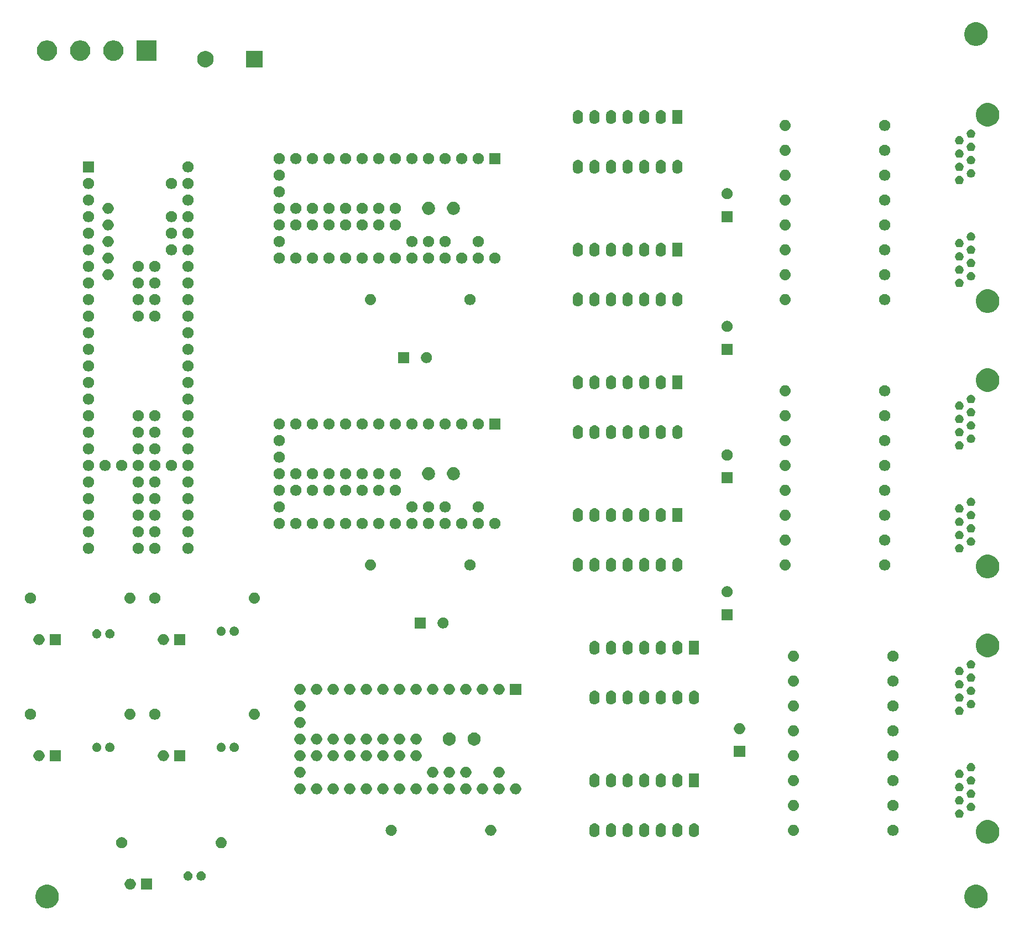
<source format=gbr>
G04 #@! TF.GenerationSoftware,KiCad,Pcbnew,5.1.3-ffb9f22~84~ubuntu18.04.1*
G04 #@! TF.CreationDate,2019-08-01T16:23:33-04:00*
G04 #@! TF.ProjectId,firstPCB,66697273-7450-4434-922e-6b696361645f,rev?*
G04 #@! TF.SameCoordinates,Original*
G04 #@! TF.FileFunction,Soldermask,Bot*
G04 #@! TF.FilePolarity,Negative*
%FSLAX46Y46*%
G04 Gerber Fmt 4.6, Leading zero omitted, Abs format (unit mm)*
G04 Created by KiCad (PCBNEW 5.1.3-ffb9f22~84~ubuntu18.04.1) date 2019-08-01 16:23:33*
%MOMM*%
%LPD*%
G04 APERTURE LIST*
%ADD10C,0.150000*%
G04 APERTURE END LIST*
D10*
G36*
X234205331Y-207818211D02*
G01*
X234533092Y-207953974D01*
X234828070Y-208151072D01*
X235078928Y-208401930D01*
X235276026Y-208696908D01*
X235411789Y-209024669D01*
X235481000Y-209372616D01*
X235481000Y-209727384D01*
X235411789Y-210075331D01*
X235276026Y-210403092D01*
X235078928Y-210698070D01*
X234828070Y-210948928D01*
X234533092Y-211146026D01*
X234205331Y-211281789D01*
X233857384Y-211351000D01*
X233502616Y-211351000D01*
X233154669Y-211281789D01*
X232826908Y-211146026D01*
X232531930Y-210948928D01*
X232281072Y-210698070D01*
X232083974Y-210403092D01*
X231948211Y-210075331D01*
X231879000Y-209727384D01*
X231879000Y-209372616D01*
X231948211Y-209024669D01*
X232083974Y-208696908D01*
X232281072Y-208401930D01*
X232531930Y-208151072D01*
X232826908Y-207953974D01*
X233154669Y-207818211D01*
X233502616Y-207749000D01*
X233857384Y-207749000D01*
X234205331Y-207818211D01*
X234205331Y-207818211D01*
G37*
G36*
X91965331Y-207818211D02*
G01*
X92293092Y-207953974D01*
X92588070Y-208151072D01*
X92838928Y-208401930D01*
X93036026Y-208696908D01*
X93171789Y-209024669D01*
X93241000Y-209372616D01*
X93241000Y-209727384D01*
X93171789Y-210075331D01*
X93036026Y-210403092D01*
X92838928Y-210698070D01*
X92588070Y-210948928D01*
X92293092Y-211146026D01*
X91965331Y-211281789D01*
X91617384Y-211351000D01*
X91262616Y-211351000D01*
X90914669Y-211281789D01*
X90586908Y-211146026D01*
X90291930Y-210948928D01*
X90041072Y-210698070D01*
X89843974Y-210403092D01*
X89708211Y-210075331D01*
X89639000Y-209727384D01*
X89639000Y-209372616D01*
X89708211Y-209024669D01*
X89843974Y-208696908D01*
X90041072Y-208401930D01*
X90291930Y-208151072D01*
X90586908Y-207953974D01*
X90914669Y-207818211D01*
X91262616Y-207749000D01*
X91617384Y-207749000D01*
X91965331Y-207818211D01*
X91965331Y-207818211D01*
G37*
G36*
X107531000Y-208496000D02*
G01*
X105829000Y-208496000D01*
X105829000Y-206794000D01*
X107531000Y-206794000D01*
X107531000Y-208496000D01*
X107531000Y-208496000D01*
G37*
G36*
X104428228Y-206826703D02*
G01*
X104583100Y-206890853D01*
X104722481Y-206983985D01*
X104841015Y-207102519D01*
X104934147Y-207241900D01*
X104998297Y-207396772D01*
X105031000Y-207561184D01*
X105031000Y-207728816D01*
X104998297Y-207893228D01*
X104934147Y-208048100D01*
X104841015Y-208187481D01*
X104722481Y-208306015D01*
X104583100Y-208399147D01*
X104428228Y-208463297D01*
X104263816Y-208496000D01*
X104096184Y-208496000D01*
X103931772Y-208463297D01*
X103776900Y-208399147D01*
X103637519Y-208306015D01*
X103518985Y-208187481D01*
X103425853Y-208048100D01*
X103361703Y-207893228D01*
X103329000Y-207728816D01*
X103329000Y-207561184D01*
X103361703Y-207396772D01*
X103425853Y-207241900D01*
X103518985Y-207102519D01*
X103637519Y-206983985D01*
X103776900Y-206890853D01*
X103931772Y-206826703D01*
X104096184Y-206794000D01*
X104263816Y-206794000D01*
X104428228Y-206826703D01*
X104428228Y-206826703D01*
G37*
G36*
X113234473Y-205700938D02*
G01*
X113362049Y-205753782D01*
X113476859Y-205830495D01*
X113574505Y-205928141D01*
X113651218Y-206042951D01*
X113704062Y-206170527D01*
X113731000Y-206305956D01*
X113731000Y-206444044D01*
X113704062Y-206579473D01*
X113651218Y-206707049D01*
X113574505Y-206821859D01*
X113476859Y-206919505D01*
X113362049Y-206996218D01*
X113234473Y-207049062D01*
X113099044Y-207076000D01*
X112960956Y-207076000D01*
X112825527Y-207049062D01*
X112697951Y-206996218D01*
X112583141Y-206919505D01*
X112485495Y-206821859D01*
X112408782Y-206707049D01*
X112355938Y-206579473D01*
X112329000Y-206444044D01*
X112329000Y-206305956D01*
X112355938Y-206170527D01*
X112408782Y-206042951D01*
X112485495Y-205928141D01*
X112583141Y-205830495D01*
X112697951Y-205753782D01*
X112825527Y-205700938D01*
X112960956Y-205674000D01*
X113099044Y-205674000D01*
X113234473Y-205700938D01*
X113234473Y-205700938D01*
G37*
G36*
X115234473Y-205700938D02*
G01*
X115362049Y-205753782D01*
X115476859Y-205830495D01*
X115574505Y-205928141D01*
X115651218Y-206042951D01*
X115704062Y-206170527D01*
X115731000Y-206305956D01*
X115731000Y-206444044D01*
X115704062Y-206579473D01*
X115651218Y-206707049D01*
X115574505Y-206821859D01*
X115476859Y-206919505D01*
X115362049Y-206996218D01*
X115234473Y-207049062D01*
X115099044Y-207076000D01*
X114960956Y-207076000D01*
X114825527Y-207049062D01*
X114697951Y-206996218D01*
X114583141Y-206919505D01*
X114485495Y-206821859D01*
X114408782Y-206707049D01*
X114355938Y-206579473D01*
X114329000Y-206444044D01*
X114329000Y-206305956D01*
X114355938Y-206170527D01*
X114408782Y-206042951D01*
X114485495Y-205928141D01*
X114583141Y-205830495D01*
X114697951Y-205753782D01*
X114825527Y-205700938D01*
X114960956Y-205674000D01*
X115099044Y-205674000D01*
X115234473Y-205700938D01*
X115234473Y-205700938D01*
G37*
G36*
X118276823Y-200456313D02*
G01*
X118437242Y-200504976D01*
X118504361Y-200540852D01*
X118585078Y-200583996D01*
X118714659Y-200690341D01*
X118821004Y-200819922D01*
X118821005Y-200819924D01*
X118900024Y-200967758D01*
X118948687Y-201128177D01*
X118965117Y-201295000D01*
X118948687Y-201461823D01*
X118900024Y-201622242D01*
X118859477Y-201698100D01*
X118821004Y-201770078D01*
X118714659Y-201899659D01*
X118585078Y-202006004D01*
X118585076Y-202006005D01*
X118437242Y-202085024D01*
X118276823Y-202133687D01*
X118151804Y-202146000D01*
X118068196Y-202146000D01*
X117943177Y-202133687D01*
X117782758Y-202085024D01*
X117634924Y-202006005D01*
X117634922Y-202006004D01*
X117505341Y-201899659D01*
X117398996Y-201770078D01*
X117360523Y-201698100D01*
X117319976Y-201622242D01*
X117271313Y-201461823D01*
X117254883Y-201295000D01*
X117271313Y-201128177D01*
X117319976Y-200967758D01*
X117398995Y-200819924D01*
X117398996Y-200819922D01*
X117505341Y-200690341D01*
X117634922Y-200583996D01*
X117715639Y-200540852D01*
X117782758Y-200504976D01*
X117943177Y-200456313D01*
X118068196Y-200444000D01*
X118151804Y-200444000D01*
X118276823Y-200456313D01*
X118276823Y-200456313D01*
G37*
G36*
X103118228Y-200476703D02*
G01*
X103273100Y-200540853D01*
X103412481Y-200633985D01*
X103531015Y-200752519D01*
X103624147Y-200891900D01*
X103688297Y-201046772D01*
X103721000Y-201211184D01*
X103721000Y-201378816D01*
X103688297Y-201543228D01*
X103624147Y-201698100D01*
X103531015Y-201837481D01*
X103412481Y-201956015D01*
X103273100Y-202049147D01*
X103118228Y-202113297D01*
X102953816Y-202146000D01*
X102786184Y-202146000D01*
X102621772Y-202113297D01*
X102466900Y-202049147D01*
X102327519Y-201956015D01*
X102208985Y-201837481D01*
X102115853Y-201698100D01*
X102051703Y-201543228D01*
X102019000Y-201378816D01*
X102019000Y-201211184D01*
X102051703Y-201046772D01*
X102115853Y-200891900D01*
X102208985Y-200752519D01*
X102327519Y-200633985D01*
X102466900Y-200540853D01*
X102621772Y-200476703D01*
X102786184Y-200444000D01*
X102953816Y-200444000D01*
X103118228Y-200476703D01*
X103118228Y-200476703D01*
G37*
G36*
X235985331Y-197908211D02*
G01*
X236313092Y-198043974D01*
X236608070Y-198241072D01*
X236858928Y-198491930D01*
X237056026Y-198786908D01*
X237191789Y-199114669D01*
X237261000Y-199462616D01*
X237261000Y-199817384D01*
X237191789Y-200165331D01*
X237056026Y-200493092D01*
X236858928Y-200788070D01*
X236608070Y-201038928D01*
X236313092Y-201236026D01*
X235985331Y-201371789D01*
X235637384Y-201441000D01*
X235282616Y-201441000D01*
X234934669Y-201371789D01*
X234606908Y-201236026D01*
X234311930Y-201038928D01*
X234061072Y-200788070D01*
X233863974Y-200493092D01*
X233728211Y-200165331D01*
X233659000Y-199817384D01*
X233659000Y-199462616D01*
X233728211Y-199114669D01*
X233863974Y-198786908D01*
X234061072Y-198491930D01*
X234311930Y-198241072D01*
X234606908Y-198043974D01*
X234934669Y-197908211D01*
X235282616Y-197839000D01*
X235637384Y-197839000D01*
X235985331Y-197908211D01*
X235985331Y-197908211D01*
G37*
G36*
X180491142Y-198350156D02*
G01*
X180636476Y-198394243D01*
X180636479Y-198394244D01*
X180770416Y-198465835D01*
X180887817Y-198562183D01*
X180984165Y-198679584D01*
X181055756Y-198813521D01*
X181055757Y-198813524D01*
X181099844Y-198958858D01*
X181099844Y-198958860D01*
X181111000Y-199072127D01*
X181111000Y-199707873D01*
X181110077Y-199717242D01*
X181099844Y-199821142D01*
X181066069Y-199932481D01*
X181055756Y-199966479D01*
X180984165Y-200100416D01*
X180966887Y-200121469D01*
X180887817Y-200217817D01*
X180788268Y-200299514D01*
X180770415Y-200314165D01*
X180636478Y-200385756D01*
X180636475Y-200385757D01*
X180491141Y-200429844D01*
X180340000Y-200444730D01*
X180188858Y-200429844D01*
X180043524Y-200385757D01*
X180043521Y-200385756D01*
X179909584Y-200314165D01*
X179820432Y-200241000D01*
X179792183Y-200217817D01*
X179696319Y-200101005D01*
X179695835Y-200100415D01*
X179624244Y-199966478D01*
X179613931Y-199932480D01*
X179580156Y-199821141D01*
X179569000Y-199707871D01*
X179569000Y-199072128D01*
X179569923Y-199062761D01*
X179580156Y-198958860D01*
X179580156Y-198958858D01*
X179624243Y-198813524D01*
X179624243Y-198813523D01*
X179695837Y-198679582D01*
X179792184Y-198562183D01*
X179909585Y-198465835D01*
X180043522Y-198394244D01*
X180043525Y-198394243D01*
X180188859Y-198350156D01*
X180340000Y-198335270D01*
X180491142Y-198350156D01*
X180491142Y-198350156D01*
G37*
G36*
X190651142Y-198350156D02*
G01*
X190796476Y-198394243D01*
X190796479Y-198394244D01*
X190930416Y-198465835D01*
X191047817Y-198562183D01*
X191144165Y-198679584D01*
X191215756Y-198813521D01*
X191215757Y-198813524D01*
X191259844Y-198958858D01*
X191259844Y-198958860D01*
X191271000Y-199072127D01*
X191271000Y-199707873D01*
X191270077Y-199717242D01*
X191259844Y-199821142D01*
X191226069Y-199932481D01*
X191215756Y-199966479D01*
X191144165Y-200100416D01*
X191126887Y-200121469D01*
X191047817Y-200217817D01*
X190948268Y-200299514D01*
X190930415Y-200314165D01*
X190796478Y-200385756D01*
X190796475Y-200385757D01*
X190651141Y-200429844D01*
X190500000Y-200444730D01*
X190348858Y-200429844D01*
X190203524Y-200385757D01*
X190203521Y-200385756D01*
X190069584Y-200314165D01*
X189980432Y-200241000D01*
X189952183Y-200217817D01*
X189856319Y-200101005D01*
X189855835Y-200100415D01*
X189784244Y-199966478D01*
X189773931Y-199932480D01*
X189740156Y-199821141D01*
X189729000Y-199707871D01*
X189729000Y-199072128D01*
X189729923Y-199062761D01*
X189740156Y-198958860D01*
X189740156Y-198958858D01*
X189784243Y-198813524D01*
X189784243Y-198813523D01*
X189855837Y-198679582D01*
X189952184Y-198562183D01*
X190069585Y-198465835D01*
X190203522Y-198394244D01*
X190203525Y-198394243D01*
X190348859Y-198350156D01*
X190500000Y-198335270D01*
X190651142Y-198350156D01*
X190651142Y-198350156D01*
G37*
G36*
X188111142Y-198350156D02*
G01*
X188256476Y-198394243D01*
X188256479Y-198394244D01*
X188390416Y-198465835D01*
X188507817Y-198562183D01*
X188604165Y-198679584D01*
X188675756Y-198813521D01*
X188675757Y-198813524D01*
X188719844Y-198958858D01*
X188719844Y-198958860D01*
X188731000Y-199072127D01*
X188731000Y-199707873D01*
X188730077Y-199717242D01*
X188719844Y-199821142D01*
X188686069Y-199932481D01*
X188675756Y-199966479D01*
X188604165Y-200100416D01*
X188586887Y-200121469D01*
X188507817Y-200217817D01*
X188408268Y-200299514D01*
X188390415Y-200314165D01*
X188256478Y-200385756D01*
X188256475Y-200385757D01*
X188111141Y-200429844D01*
X187960000Y-200444730D01*
X187808858Y-200429844D01*
X187663524Y-200385757D01*
X187663521Y-200385756D01*
X187529584Y-200314165D01*
X187440432Y-200241000D01*
X187412183Y-200217817D01*
X187316319Y-200101005D01*
X187315835Y-200100415D01*
X187244244Y-199966478D01*
X187233931Y-199932480D01*
X187200156Y-199821141D01*
X187189000Y-199707871D01*
X187189000Y-199072128D01*
X187189923Y-199062761D01*
X187200156Y-198958860D01*
X187200156Y-198958858D01*
X187244243Y-198813524D01*
X187244243Y-198813523D01*
X187315837Y-198679582D01*
X187412184Y-198562183D01*
X187529585Y-198465835D01*
X187663522Y-198394244D01*
X187663525Y-198394243D01*
X187808859Y-198350156D01*
X187960000Y-198335270D01*
X188111142Y-198350156D01*
X188111142Y-198350156D01*
G37*
G36*
X185571142Y-198350156D02*
G01*
X185716476Y-198394243D01*
X185716479Y-198394244D01*
X185850416Y-198465835D01*
X185967817Y-198562183D01*
X186064165Y-198679584D01*
X186135756Y-198813521D01*
X186135757Y-198813524D01*
X186179844Y-198958858D01*
X186179844Y-198958860D01*
X186191000Y-199072127D01*
X186191000Y-199707873D01*
X186190077Y-199717242D01*
X186179844Y-199821142D01*
X186146069Y-199932481D01*
X186135756Y-199966479D01*
X186064165Y-200100416D01*
X186046887Y-200121469D01*
X185967817Y-200217817D01*
X185868268Y-200299514D01*
X185850415Y-200314165D01*
X185716478Y-200385756D01*
X185716475Y-200385757D01*
X185571141Y-200429844D01*
X185420000Y-200444730D01*
X185268858Y-200429844D01*
X185123524Y-200385757D01*
X185123521Y-200385756D01*
X184989584Y-200314165D01*
X184900432Y-200241000D01*
X184872183Y-200217817D01*
X184776319Y-200101005D01*
X184775835Y-200100415D01*
X184704244Y-199966478D01*
X184693931Y-199932480D01*
X184660156Y-199821141D01*
X184649000Y-199707871D01*
X184649000Y-199072128D01*
X184649923Y-199062761D01*
X184660156Y-198958860D01*
X184660156Y-198958858D01*
X184704243Y-198813524D01*
X184704243Y-198813523D01*
X184775837Y-198679582D01*
X184872184Y-198562183D01*
X184989585Y-198465835D01*
X185123522Y-198394244D01*
X185123525Y-198394243D01*
X185268859Y-198350156D01*
X185420000Y-198335270D01*
X185571142Y-198350156D01*
X185571142Y-198350156D01*
G37*
G36*
X183031142Y-198350156D02*
G01*
X183176476Y-198394243D01*
X183176479Y-198394244D01*
X183310416Y-198465835D01*
X183427817Y-198562183D01*
X183524165Y-198679584D01*
X183595756Y-198813521D01*
X183595757Y-198813524D01*
X183639844Y-198958858D01*
X183639844Y-198958860D01*
X183651000Y-199072127D01*
X183651000Y-199707873D01*
X183650077Y-199717242D01*
X183639844Y-199821142D01*
X183606069Y-199932481D01*
X183595756Y-199966479D01*
X183524165Y-200100416D01*
X183506887Y-200121469D01*
X183427817Y-200217817D01*
X183328268Y-200299514D01*
X183310415Y-200314165D01*
X183176478Y-200385756D01*
X183176475Y-200385757D01*
X183031141Y-200429844D01*
X182880000Y-200444730D01*
X182728858Y-200429844D01*
X182583524Y-200385757D01*
X182583521Y-200385756D01*
X182449584Y-200314165D01*
X182360432Y-200241000D01*
X182332183Y-200217817D01*
X182236319Y-200101005D01*
X182235835Y-200100415D01*
X182164244Y-199966478D01*
X182153931Y-199932480D01*
X182120156Y-199821141D01*
X182109000Y-199707871D01*
X182109000Y-199072128D01*
X182109923Y-199062761D01*
X182120156Y-198958860D01*
X182120156Y-198958858D01*
X182164243Y-198813524D01*
X182164243Y-198813523D01*
X182235837Y-198679582D01*
X182332184Y-198562183D01*
X182449585Y-198465835D01*
X182583522Y-198394244D01*
X182583525Y-198394243D01*
X182728859Y-198350156D01*
X182880000Y-198335270D01*
X183031142Y-198350156D01*
X183031142Y-198350156D01*
G37*
G36*
X177951142Y-198350156D02*
G01*
X178096476Y-198394243D01*
X178096479Y-198394244D01*
X178230416Y-198465835D01*
X178347817Y-198562183D01*
X178444165Y-198679584D01*
X178515756Y-198813521D01*
X178515757Y-198813524D01*
X178559844Y-198958858D01*
X178559844Y-198958860D01*
X178571000Y-199072127D01*
X178571000Y-199707873D01*
X178570077Y-199717242D01*
X178559844Y-199821142D01*
X178526069Y-199932481D01*
X178515756Y-199966479D01*
X178444165Y-200100416D01*
X178426887Y-200121469D01*
X178347817Y-200217817D01*
X178248268Y-200299514D01*
X178230415Y-200314165D01*
X178096478Y-200385756D01*
X178096475Y-200385757D01*
X177951141Y-200429844D01*
X177800000Y-200444730D01*
X177648858Y-200429844D01*
X177503524Y-200385757D01*
X177503521Y-200385756D01*
X177369584Y-200314165D01*
X177280432Y-200241000D01*
X177252183Y-200217817D01*
X177156319Y-200101005D01*
X177155835Y-200100415D01*
X177084244Y-199966478D01*
X177073931Y-199932480D01*
X177040156Y-199821141D01*
X177029000Y-199707871D01*
X177029000Y-199072128D01*
X177029923Y-199062761D01*
X177040156Y-198958860D01*
X177040156Y-198958858D01*
X177084243Y-198813524D01*
X177084243Y-198813523D01*
X177155837Y-198679582D01*
X177252184Y-198562183D01*
X177369585Y-198465835D01*
X177503522Y-198394244D01*
X177503525Y-198394243D01*
X177648859Y-198350156D01*
X177800000Y-198335270D01*
X177951142Y-198350156D01*
X177951142Y-198350156D01*
G37*
G36*
X175411142Y-198350156D02*
G01*
X175556476Y-198394243D01*
X175556479Y-198394244D01*
X175690416Y-198465835D01*
X175807817Y-198562183D01*
X175904165Y-198679584D01*
X175975756Y-198813521D01*
X175975757Y-198813524D01*
X176019844Y-198958858D01*
X176019844Y-198958860D01*
X176031000Y-199072127D01*
X176031000Y-199707873D01*
X176030077Y-199717242D01*
X176019844Y-199821142D01*
X175986069Y-199932481D01*
X175975756Y-199966479D01*
X175904165Y-200100416D01*
X175886887Y-200121469D01*
X175807817Y-200217817D01*
X175708268Y-200299514D01*
X175690415Y-200314165D01*
X175556478Y-200385756D01*
X175556475Y-200385757D01*
X175411141Y-200429844D01*
X175260000Y-200444730D01*
X175108858Y-200429844D01*
X174963524Y-200385757D01*
X174963521Y-200385756D01*
X174829584Y-200314165D01*
X174740432Y-200241000D01*
X174712183Y-200217817D01*
X174616319Y-200101005D01*
X174615835Y-200100415D01*
X174544244Y-199966478D01*
X174533931Y-199932480D01*
X174500156Y-199821141D01*
X174489000Y-199707871D01*
X174489000Y-199072128D01*
X174489923Y-199062761D01*
X174500156Y-198958860D01*
X174500156Y-198958858D01*
X174544243Y-198813524D01*
X174544243Y-198813523D01*
X174615837Y-198679582D01*
X174712184Y-198562183D01*
X174829585Y-198465835D01*
X174963522Y-198394244D01*
X174963525Y-198394243D01*
X175108859Y-198350156D01*
X175260000Y-198335270D01*
X175411142Y-198350156D01*
X175411142Y-198350156D01*
G37*
G36*
X159633228Y-198571703D02*
G01*
X159788100Y-198635853D01*
X159927481Y-198728985D01*
X160046015Y-198847519D01*
X160139147Y-198986900D01*
X160203297Y-199141772D01*
X160236000Y-199306184D01*
X160236000Y-199473816D01*
X160203297Y-199638228D01*
X160139147Y-199793100D01*
X160046015Y-199932481D01*
X159927481Y-200051015D01*
X159788100Y-200144147D01*
X159633228Y-200208297D01*
X159468816Y-200241000D01*
X159301184Y-200241000D01*
X159136772Y-200208297D01*
X158981900Y-200144147D01*
X158842519Y-200051015D01*
X158723985Y-199932481D01*
X158630853Y-199793100D01*
X158566703Y-199638228D01*
X158534000Y-199473816D01*
X158534000Y-199306184D01*
X158566703Y-199141772D01*
X158630853Y-198986900D01*
X158723985Y-198847519D01*
X158842519Y-198728985D01*
X158981900Y-198635853D01*
X159136772Y-198571703D01*
X159301184Y-198539000D01*
X159468816Y-198539000D01*
X159633228Y-198571703D01*
X159633228Y-198571703D01*
G37*
G36*
X221228228Y-198571703D02*
G01*
X221383100Y-198635853D01*
X221522481Y-198728985D01*
X221641015Y-198847519D01*
X221734147Y-198986900D01*
X221798297Y-199141772D01*
X221831000Y-199306184D01*
X221831000Y-199473816D01*
X221798297Y-199638228D01*
X221734147Y-199793100D01*
X221641015Y-199932481D01*
X221522481Y-200051015D01*
X221383100Y-200144147D01*
X221228228Y-200208297D01*
X221063816Y-200241000D01*
X220896184Y-200241000D01*
X220731772Y-200208297D01*
X220576900Y-200144147D01*
X220437519Y-200051015D01*
X220318985Y-199932481D01*
X220225853Y-199793100D01*
X220161703Y-199638228D01*
X220129000Y-199473816D01*
X220129000Y-199306184D01*
X220161703Y-199141772D01*
X220225853Y-198986900D01*
X220318985Y-198847519D01*
X220437519Y-198728985D01*
X220576900Y-198635853D01*
X220731772Y-198571703D01*
X220896184Y-198539000D01*
X221063816Y-198539000D01*
X221228228Y-198571703D01*
X221228228Y-198571703D01*
G37*
G36*
X144311823Y-198551313D02*
G01*
X144472242Y-198599976D01*
X144539361Y-198635852D01*
X144620078Y-198678996D01*
X144749659Y-198785341D01*
X144856004Y-198914922D01*
X144856005Y-198914924D01*
X144935024Y-199062758D01*
X144983687Y-199223177D01*
X145000117Y-199390000D01*
X144983687Y-199556823D01*
X144935024Y-199717242D01*
X144894477Y-199793100D01*
X144856004Y-199865078D01*
X144749659Y-199994659D01*
X144620078Y-200101004D01*
X144620076Y-200101005D01*
X144472242Y-200180024D01*
X144311823Y-200228687D01*
X144186804Y-200241000D01*
X144103196Y-200241000D01*
X143978177Y-200228687D01*
X143817758Y-200180024D01*
X143669924Y-200101005D01*
X143669922Y-200101004D01*
X143540341Y-199994659D01*
X143433996Y-199865078D01*
X143395523Y-199793100D01*
X143354976Y-199717242D01*
X143306313Y-199556823D01*
X143289883Y-199390000D01*
X143306313Y-199223177D01*
X143354976Y-199062758D01*
X143433995Y-198914924D01*
X143433996Y-198914922D01*
X143540341Y-198785341D01*
X143669922Y-198678996D01*
X143750639Y-198635852D01*
X143817758Y-198599976D01*
X143978177Y-198551313D01*
X144103196Y-198539000D01*
X144186804Y-198539000D01*
X144311823Y-198551313D01*
X144311823Y-198551313D01*
G37*
G36*
X205906823Y-198551313D02*
G01*
X206067242Y-198599976D01*
X206134361Y-198635852D01*
X206215078Y-198678996D01*
X206344659Y-198785341D01*
X206451004Y-198914922D01*
X206451005Y-198914924D01*
X206530024Y-199062758D01*
X206578687Y-199223177D01*
X206595117Y-199390000D01*
X206578687Y-199556823D01*
X206530024Y-199717242D01*
X206489477Y-199793100D01*
X206451004Y-199865078D01*
X206344659Y-199994659D01*
X206215078Y-200101004D01*
X206215076Y-200101005D01*
X206067242Y-200180024D01*
X205906823Y-200228687D01*
X205781804Y-200241000D01*
X205698196Y-200241000D01*
X205573177Y-200228687D01*
X205412758Y-200180024D01*
X205264924Y-200101005D01*
X205264922Y-200101004D01*
X205135341Y-199994659D01*
X205028996Y-199865078D01*
X204990523Y-199793100D01*
X204949976Y-199717242D01*
X204901313Y-199556823D01*
X204884883Y-199390000D01*
X204901313Y-199223177D01*
X204949976Y-199062758D01*
X205028995Y-198914924D01*
X205028996Y-198914922D01*
X205135341Y-198785341D01*
X205264922Y-198678996D01*
X205345639Y-198635852D01*
X205412758Y-198599976D01*
X205573177Y-198551313D01*
X205698196Y-198539000D01*
X205781804Y-198539000D01*
X205906823Y-198551313D01*
X205906823Y-198551313D01*
G37*
G36*
X231329890Y-196224017D02*
G01*
X231370927Y-196241015D01*
X231448364Y-196273091D01*
X231554988Y-196344335D01*
X231645665Y-196435012D01*
X231716909Y-196541636D01*
X231765983Y-196660110D01*
X231791000Y-196785882D01*
X231791000Y-196914118D01*
X231765983Y-197039890D01*
X231716909Y-197158364D01*
X231645665Y-197264988D01*
X231554988Y-197355665D01*
X231448364Y-197426909D01*
X231448363Y-197426910D01*
X231448362Y-197426910D01*
X231329890Y-197475983D01*
X231204119Y-197501000D01*
X231075881Y-197501000D01*
X230950110Y-197475983D01*
X230831638Y-197426910D01*
X230831637Y-197426910D01*
X230831636Y-197426909D01*
X230725012Y-197355665D01*
X230634335Y-197264988D01*
X230563091Y-197158364D01*
X230514017Y-197039890D01*
X230489000Y-196914118D01*
X230489000Y-196785882D01*
X230514017Y-196660110D01*
X230563091Y-196541636D01*
X230634335Y-196435012D01*
X230725012Y-196344335D01*
X230831636Y-196273091D01*
X230909074Y-196241015D01*
X230950110Y-196224017D01*
X231075881Y-196199000D01*
X231204119Y-196199000D01*
X231329890Y-196224017D01*
X231329890Y-196224017D01*
G37*
G36*
X233109890Y-195204017D02*
G01*
X233227568Y-195252761D01*
X233228364Y-195253091D01*
X233334988Y-195324335D01*
X233425665Y-195415012D01*
X233496910Y-195521638D01*
X233545983Y-195640110D01*
X233571000Y-195765881D01*
X233571000Y-195894119D01*
X233545983Y-196019890D01*
X233503489Y-196122480D01*
X233496909Y-196138364D01*
X233425665Y-196244988D01*
X233334988Y-196335665D01*
X233228364Y-196406909D01*
X233228363Y-196406910D01*
X233228362Y-196406910D01*
X233109890Y-196455983D01*
X232984119Y-196481000D01*
X232855881Y-196481000D01*
X232730110Y-196455983D01*
X232611638Y-196406910D01*
X232611637Y-196406910D01*
X232611636Y-196406909D01*
X232505012Y-196335665D01*
X232414335Y-196244988D01*
X232343091Y-196138364D01*
X232336512Y-196122480D01*
X232294017Y-196019890D01*
X232269000Y-195894119D01*
X232269000Y-195765881D01*
X232294017Y-195640110D01*
X232343090Y-195521638D01*
X232414335Y-195415012D01*
X232505012Y-195324335D01*
X232611636Y-195253091D01*
X232612433Y-195252761D01*
X232730110Y-195204017D01*
X232855881Y-195179000D01*
X232984119Y-195179000D01*
X233109890Y-195204017D01*
X233109890Y-195204017D01*
G37*
G36*
X221228228Y-194761703D02*
G01*
X221383100Y-194825853D01*
X221522481Y-194918985D01*
X221641015Y-195037519D01*
X221734147Y-195176900D01*
X221798297Y-195331772D01*
X221831000Y-195496184D01*
X221831000Y-195663816D01*
X221798297Y-195828228D01*
X221734147Y-195983100D01*
X221641015Y-196122481D01*
X221522481Y-196241015D01*
X221383100Y-196334147D01*
X221228228Y-196398297D01*
X221063816Y-196431000D01*
X220896184Y-196431000D01*
X220731772Y-196398297D01*
X220576900Y-196334147D01*
X220437519Y-196241015D01*
X220318985Y-196122481D01*
X220225853Y-195983100D01*
X220161703Y-195828228D01*
X220129000Y-195663816D01*
X220129000Y-195496184D01*
X220161703Y-195331772D01*
X220225853Y-195176900D01*
X220318985Y-195037519D01*
X220437519Y-194918985D01*
X220576900Y-194825853D01*
X220731772Y-194761703D01*
X220896184Y-194729000D01*
X221063816Y-194729000D01*
X221228228Y-194761703D01*
X221228228Y-194761703D01*
G37*
G36*
X205906823Y-194741313D02*
G01*
X206067242Y-194789976D01*
X206134361Y-194825852D01*
X206215078Y-194868996D01*
X206344659Y-194975341D01*
X206451004Y-195104922D01*
X206451005Y-195104924D01*
X206530024Y-195252758D01*
X206578687Y-195413177D01*
X206595117Y-195580000D01*
X206578687Y-195746823D01*
X206530024Y-195907242D01*
X206489477Y-195983100D01*
X206451004Y-196055078D01*
X206344659Y-196184659D01*
X206215078Y-196291004D01*
X206215076Y-196291005D01*
X206067242Y-196370024D01*
X205906823Y-196418687D01*
X205781804Y-196431000D01*
X205698196Y-196431000D01*
X205573177Y-196418687D01*
X205412758Y-196370024D01*
X205264924Y-196291005D01*
X205264922Y-196291004D01*
X205135341Y-196184659D01*
X205028996Y-196055078D01*
X204990523Y-195983100D01*
X204949976Y-195907242D01*
X204901313Y-195746823D01*
X204884883Y-195580000D01*
X204901313Y-195413177D01*
X204949976Y-195252758D01*
X205028995Y-195104924D01*
X205028996Y-195104922D01*
X205135341Y-194975341D01*
X205264922Y-194868996D01*
X205345639Y-194825852D01*
X205412758Y-194789976D01*
X205573177Y-194741313D01*
X205698196Y-194729000D01*
X205781804Y-194729000D01*
X205906823Y-194741313D01*
X205906823Y-194741313D01*
G37*
G36*
X231329890Y-194194017D02*
G01*
X231448364Y-194243091D01*
X231554988Y-194314335D01*
X231645665Y-194405012D01*
X231716909Y-194511636D01*
X231765983Y-194630110D01*
X231791000Y-194755882D01*
X231791000Y-194884118D01*
X231765983Y-195009890D01*
X231716909Y-195128364D01*
X231645665Y-195234988D01*
X231554988Y-195325665D01*
X231448364Y-195396909D01*
X231448363Y-195396910D01*
X231448362Y-195396910D01*
X231329890Y-195445983D01*
X231204119Y-195471000D01*
X231075881Y-195471000D01*
X230950110Y-195445983D01*
X230831638Y-195396910D01*
X230831637Y-195396910D01*
X230831636Y-195396909D01*
X230725012Y-195325665D01*
X230634335Y-195234988D01*
X230563091Y-195128364D01*
X230514017Y-195009890D01*
X230489000Y-194884118D01*
X230489000Y-194755882D01*
X230514017Y-194630110D01*
X230563091Y-194511636D01*
X230634335Y-194405012D01*
X230725012Y-194314335D01*
X230831636Y-194243091D01*
X230950110Y-194194017D01*
X231075881Y-194169000D01*
X231204119Y-194169000D01*
X231329890Y-194194017D01*
X231329890Y-194194017D01*
G37*
G36*
X233109890Y-193174017D02*
G01*
X233228364Y-193223091D01*
X233334988Y-193294335D01*
X233425665Y-193385012D01*
X233496909Y-193491636D01*
X233545983Y-193610110D01*
X233571000Y-193735882D01*
X233571000Y-193864118D01*
X233545983Y-193989890D01*
X233496909Y-194108364D01*
X233425665Y-194214988D01*
X233334988Y-194305665D01*
X233228364Y-194376909D01*
X233228363Y-194376910D01*
X233228362Y-194376910D01*
X233109890Y-194425983D01*
X232984119Y-194451000D01*
X232855881Y-194451000D01*
X232730110Y-194425983D01*
X232611638Y-194376910D01*
X232611637Y-194376910D01*
X232611636Y-194376909D01*
X232505012Y-194305665D01*
X232414335Y-194214988D01*
X232343091Y-194108364D01*
X232294017Y-193989890D01*
X232269000Y-193864118D01*
X232269000Y-193735882D01*
X232294017Y-193610110D01*
X232343091Y-193491636D01*
X232414335Y-193385012D01*
X232505012Y-193294335D01*
X232611636Y-193223091D01*
X232730110Y-193174017D01*
X232855881Y-193149000D01*
X232984119Y-193149000D01*
X233109890Y-193174017D01*
X233109890Y-193174017D01*
G37*
G36*
X143123228Y-192221703D02*
G01*
X143278100Y-192285853D01*
X143417481Y-192378985D01*
X143536015Y-192497519D01*
X143629147Y-192636900D01*
X143693297Y-192791772D01*
X143726000Y-192956184D01*
X143726000Y-193123816D01*
X143693297Y-193288228D01*
X143629147Y-193443100D01*
X143536015Y-193582481D01*
X143417481Y-193701015D01*
X143278100Y-193794147D01*
X143123228Y-193858297D01*
X142958816Y-193891000D01*
X142791184Y-193891000D01*
X142626772Y-193858297D01*
X142471900Y-193794147D01*
X142332519Y-193701015D01*
X142213985Y-193582481D01*
X142120853Y-193443100D01*
X142056703Y-193288228D01*
X142024000Y-193123816D01*
X142024000Y-192956184D01*
X142056703Y-192791772D01*
X142120853Y-192636900D01*
X142213985Y-192497519D01*
X142332519Y-192378985D01*
X142471900Y-192285853D01*
X142626772Y-192221703D01*
X142791184Y-192189000D01*
X142958816Y-192189000D01*
X143123228Y-192221703D01*
X143123228Y-192221703D01*
G37*
G36*
X163443228Y-192221703D02*
G01*
X163598100Y-192285853D01*
X163737481Y-192378985D01*
X163856015Y-192497519D01*
X163949147Y-192636900D01*
X164013297Y-192791772D01*
X164046000Y-192956184D01*
X164046000Y-193123816D01*
X164013297Y-193288228D01*
X163949147Y-193443100D01*
X163856015Y-193582481D01*
X163737481Y-193701015D01*
X163598100Y-193794147D01*
X163443228Y-193858297D01*
X163278816Y-193891000D01*
X163111184Y-193891000D01*
X162946772Y-193858297D01*
X162791900Y-193794147D01*
X162652519Y-193701015D01*
X162533985Y-193582481D01*
X162440853Y-193443100D01*
X162376703Y-193288228D01*
X162344000Y-193123816D01*
X162344000Y-192956184D01*
X162376703Y-192791772D01*
X162440853Y-192636900D01*
X162533985Y-192497519D01*
X162652519Y-192378985D01*
X162791900Y-192285853D01*
X162946772Y-192221703D01*
X163111184Y-192189000D01*
X163278816Y-192189000D01*
X163443228Y-192221703D01*
X163443228Y-192221703D01*
G37*
G36*
X160903228Y-192221703D02*
G01*
X161058100Y-192285853D01*
X161197481Y-192378985D01*
X161316015Y-192497519D01*
X161409147Y-192636900D01*
X161473297Y-192791772D01*
X161506000Y-192956184D01*
X161506000Y-193123816D01*
X161473297Y-193288228D01*
X161409147Y-193443100D01*
X161316015Y-193582481D01*
X161197481Y-193701015D01*
X161058100Y-193794147D01*
X160903228Y-193858297D01*
X160738816Y-193891000D01*
X160571184Y-193891000D01*
X160406772Y-193858297D01*
X160251900Y-193794147D01*
X160112519Y-193701015D01*
X159993985Y-193582481D01*
X159900853Y-193443100D01*
X159836703Y-193288228D01*
X159804000Y-193123816D01*
X159804000Y-192956184D01*
X159836703Y-192791772D01*
X159900853Y-192636900D01*
X159993985Y-192497519D01*
X160112519Y-192378985D01*
X160251900Y-192285853D01*
X160406772Y-192221703D01*
X160571184Y-192189000D01*
X160738816Y-192189000D01*
X160903228Y-192221703D01*
X160903228Y-192221703D01*
G37*
G36*
X155823228Y-192221703D02*
G01*
X155978100Y-192285853D01*
X156117481Y-192378985D01*
X156236015Y-192497519D01*
X156329147Y-192636900D01*
X156393297Y-192791772D01*
X156426000Y-192956184D01*
X156426000Y-193123816D01*
X156393297Y-193288228D01*
X156329147Y-193443100D01*
X156236015Y-193582481D01*
X156117481Y-193701015D01*
X155978100Y-193794147D01*
X155823228Y-193858297D01*
X155658816Y-193891000D01*
X155491184Y-193891000D01*
X155326772Y-193858297D01*
X155171900Y-193794147D01*
X155032519Y-193701015D01*
X154913985Y-193582481D01*
X154820853Y-193443100D01*
X154756703Y-193288228D01*
X154724000Y-193123816D01*
X154724000Y-192956184D01*
X154756703Y-192791772D01*
X154820853Y-192636900D01*
X154913985Y-192497519D01*
X155032519Y-192378985D01*
X155171900Y-192285853D01*
X155326772Y-192221703D01*
X155491184Y-192189000D01*
X155658816Y-192189000D01*
X155823228Y-192221703D01*
X155823228Y-192221703D01*
G37*
G36*
X153283228Y-192221703D02*
G01*
X153438100Y-192285853D01*
X153577481Y-192378985D01*
X153696015Y-192497519D01*
X153789147Y-192636900D01*
X153853297Y-192791772D01*
X153886000Y-192956184D01*
X153886000Y-193123816D01*
X153853297Y-193288228D01*
X153789147Y-193443100D01*
X153696015Y-193582481D01*
X153577481Y-193701015D01*
X153438100Y-193794147D01*
X153283228Y-193858297D01*
X153118816Y-193891000D01*
X152951184Y-193891000D01*
X152786772Y-193858297D01*
X152631900Y-193794147D01*
X152492519Y-193701015D01*
X152373985Y-193582481D01*
X152280853Y-193443100D01*
X152216703Y-193288228D01*
X152184000Y-193123816D01*
X152184000Y-192956184D01*
X152216703Y-192791772D01*
X152280853Y-192636900D01*
X152373985Y-192497519D01*
X152492519Y-192378985D01*
X152631900Y-192285853D01*
X152786772Y-192221703D01*
X152951184Y-192189000D01*
X153118816Y-192189000D01*
X153283228Y-192221703D01*
X153283228Y-192221703D01*
G37*
G36*
X150743228Y-192221703D02*
G01*
X150898100Y-192285853D01*
X151037481Y-192378985D01*
X151156015Y-192497519D01*
X151249147Y-192636900D01*
X151313297Y-192791772D01*
X151346000Y-192956184D01*
X151346000Y-193123816D01*
X151313297Y-193288228D01*
X151249147Y-193443100D01*
X151156015Y-193582481D01*
X151037481Y-193701015D01*
X150898100Y-193794147D01*
X150743228Y-193858297D01*
X150578816Y-193891000D01*
X150411184Y-193891000D01*
X150246772Y-193858297D01*
X150091900Y-193794147D01*
X149952519Y-193701015D01*
X149833985Y-193582481D01*
X149740853Y-193443100D01*
X149676703Y-193288228D01*
X149644000Y-193123816D01*
X149644000Y-192956184D01*
X149676703Y-192791772D01*
X149740853Y-192636900D01*
X149833985Y-192497519D01*
X149952519Y-192378985D01*
X150091900Y-192285853D01*
X150246772Y-192221703D01*
X150411184Y-192189000D01*
X150578816Y-192189000D01*
X150743228Y-192221703D01*
X150743228Y-192221703D01*
G37*
G36*
X148203228Y-192221703D02*
G01*
X148358100Y-192285853D01*
X148497481Y-192378985D01*
X148616015Y-192497519D01*
X148709147Y-192636900D01*
X148773297Y-192791772D01*
X148806000Y-192956184D01*
X148806000Y-193123816D01*
X148773297Y-193288228D01*
X148709147Y-193443100D01*
X148616015Y-193582481D01*
X148497481Y-193701015D01*
X148358100Y-193794147D01*
X148203228Y-193858297D01*
X148038816Y-193891000D01*
X147871184Y-193891000D01*
X147706772Y-193858297D01*
X147551900Y-193794147D01*
X147412519Y-193701015D01*
X147293985Y-193582481D01*
X147200853Y-193443100D01*
X147136703Y-193288228D01*
X147104000Y-193123816D01*
X147104000Y-192956184D01*
X147136703Y-192791772D01*
X147200853Y-192636900D01*
X147293985Y-192497519D01*
X147412519Y-192378985D01*
X147551900Y-192285853D01*
X147706772Y-192221703D01*
X147871184Y-192189000D01*
X148038816Y-192189000D01*
X148203228Y-192221703D01*
X148203228Y-192221703D01*
G37*
G36*
X145663228Y-192221703D02*
G01*
X145818100Y-192285853D01*
X145957481Y-192378985D01*
X146076015Y-192497519D01*
X146169147Y-192636900D01*
X146233297Y-192791772D01*
X146266000Y-192956184D01*
X146266000Y-193123816D01*
X146233297Y-193288228D01*
X146169147Y-193443100D01*
X146076015Y-193582481D01*
X145957481Y-193701015D01*
X145818100Y-193794147D01*
X145663228Y-193858297D01*
X145498816Y-193891000D01*
X145331184Y-193891000D01*
X145166772Y-193858297D01*
X145011900Y-193794147D01*
X144872519Y-193701015D01*
X144753985Y-193582481D01*
X144660853Y-193443100D01*
X144596703Y-193288228D01*
X144564000Y-193123816D01*
X144564000Y-192956184D01*
X144596703Y-192791772D01*
X144660853Y-192636900D01*
X144753985Y-192497519D01*
X144872519Y-192378985D01*
X145011900Y-192285853D01*
X145166772Y-192221703D01*
X145331184Y-192189000D01*
X145498816Y-192189000D01*
X145663228Y-192221703D01*
X145663228Y-192221703D01*
G37*
G36*
X140583228Y-192221703D02*
G01*
X140738100Y-192285853D01*
X140877481Y-192378985D01*
X140996015Y-192497519D01*
X141089147Y-192636900D01*
X141153297Y-192791772D01*
X141186000Y-192956184D01*
X141186000Y-193123816D01*
X141153297Y-193288228D01*
X141089147Y-193443100D01*
X140996015Y-193582481D01*
X140877481Y-193701015D01*
X140738100Y-193794147D01*
X140583228Y-193858297D01*
X140418816Y-193891000D01*
X140251184Y-193891000D01*
X140086772Y-193858297D01*
X139931900Y-193794147D01*
X139792519Y-193701015D01*
X139673985Y-193582481D01*
X139580853Y-193443100D01*
X139516703Y-193288228D01*
X139484000Y-193123816D01*
X139484000Y-192956184D01*
X139516703Y-192791772D01*
X139580853Y-192636900D01*
X139673985Y-192497519D01*
X139792519Y-192378985D01*
X139931900Y-192285853D01*
X140086772Y-192221703D01*
X140251184Y-192189000D01*
X140418816Y-192189000D01*
X140583228Y-192221703D01*
X140583228Y-192221703D01*
G37*
G36*
X158363228Y-192221703D02*
G01*
X158518100Y-192285853D01*
X158657481Y-192378985D01*
X158776015Y-192497519D01*
X158869147Y-192636900D01*
X158933297Y-192791772D01*
X158966000Y-192956184D01*
X158966000Y-193123816D01*
X158933297Y-193288228D01*
X158869147Y-193443100D01*
X158776015Y-193582481D01*
X158657481Y-193701015D01*
X158518100Y-193794147D01*
X158363228Y-193858297D01*
X158198816Y-193891000D01*
X158031184Y-193891000D01*
X157866772Y-193858297D01*
X157711900Y-193794147D01*
X157572519Y-193701015D01*
X157453985Y-193582481D01*
X157360853Y-193443100D01*
X157296703Y-193288228D01*
X157264000Y-193123816D01*
X157264000Y-192956184D01*
X157296703Y-192791772D01*
X157360853Y-192636900D01*
X157453985Y-192497519D01*
X157572519Y-192378985D01*
X157711900Y-192285853D01*
X157866772Y-192221703D01*
X158031184Y-192189000D01*
X158198816Y-192189000D01*
X158363228Y-192221703D01*
X158363228Y-192221703D01*
G37*
G36*
X138043228Y-192221703D02*
G01*
X138198100Y-192285853D01*
X138337481Y-192378985D01*
X138456015Y-192497519D01*
X138549147Y-192636900D01*
X138613297Y-192791772D01*
X138646000Y-192956184D01*
X138646000Y-193123816D01*
X138613297Y-193288228D01*
X138549147Y-193443100D01*
X138456015Y-193582481D01*
X138337481Y-193701015D01*
X138198100Y-193794147D01*
X138043228Y-193858297D01*
X137878816Y-193891000D01*
X137711184Y-193891000D01*
X137546772Y-193858297D01*
X137391900Y-193794147D01*
X137252519Y-193701015D01*
X137133985Y-193582481D01*
X137040853Y-193443100D01*
X136976703Y-193288228D01*
X136944000Y-193123816D01*
X136944000Y-192956184D01*
X136976703Y-192791772D01*
X137040853Y-192636900D01*
X137133985Y-192497519D01*
X137252519Y-192378985D01*
X137391900Y-192285853D01*
X137546772Y-192221703D01*
X137711184Y-192189000D01*
X137878816Y-192189000D01*
X138043228Y-192221703D01*
X138043228Y-192221703D01*
G37*
G36*
X135503228Y-192221703D02*
G01*
X135658100Y-192285853D01*
X135797481Y-192378985D01*
X135916015Y-192497519D01*
X136009147Y-192636900D01*
X136073297Y-192791772D01*
X136106000Y-192956184D01*
X136106000Y-193123816D01*
X136073297Y-193288228D01*
X136009147Y-193443100D01*
X135916015Y-193582481D01*
X135797481Y-193701015D01*
X135658100Y-193794147D01*
X135503228Y-193858297D01*
X135338816Y-193891000D01*
X135171184Y-193891000D01*
X135006772Y-193858297D01*
X134851900Y-193794147D01*
X134712519Y-193701015D01*
X134593985Y-193582481D01*
X134500853Y-193443100D01*
X134436703Y-193288228D01*
X134404000Y-193123816D01*
X134404000Y-192956184D01*
X134436703Y-192791772D01*
X134500853Y-192636900D01*
X134593985Y-192497519D01*
X134712519Y-192378985D01*
X134851900Y-192285853D01*
X135006772Y-192221703D01*
X135171184Y-192189000D01*
X135338816Y-192189000D01*
X135503228Y-192221703D01*
X135503228Y-192221703D01*
G37*
G36*
X132963228Y-192221703D02*
G01*
X133118100Y-192285853D01*
X133257481Y-192378985D01*
X133376015Y-192497519D01*
X133469147Y-192636900D01*
X133533297Y-192791772D01*
X133566000Y-192956184D01*
X133566000Y-193123816D01*
X133533297Y-193288228D01*
X133469147Y-193443100D01*
X133376015Y-193582481D01*
X133257481Y-193701015D01*
X133118100Y-193794147D01*
X132963228Y-193858297D01*
X132798816Y-193891000D01*
X132631184Y-193891000D01*
X132466772Y-193858297D01*
X132311900Y-193794147D01*
X132172519Y-193701015D01*
X132053985Y-193582481D01*
X131960853Y-193443100D01*
X131896703Y-193288228D01*
X131864000Y-193123816D01*
X131864000Y-192956184D01*
X131896703Y-192791772D01*
X131960853Y-192636900D01*
X132053985Y-192497519D01*
X132172519Y-192378985D01*
X132311900Y-192285853D01*
X132466772Y-192221703D01*
X132631184Y-192189000D01*
X132798816Y-192189000D01*
X132963228Y-192221703D01*
X132963228Y-192221703D01*
G37*
G36*
X130423228Y-192221703D02*
G01*
X130578100Y-192285853D01*
X130717481Y-192378985D01*
X130836015Y-192497519D01*
X130929147Y-192636900D01*
X130993297Y-192791772D01*
X131026000Y-192956184D01*
X131026000Y-193123816D01*
X130993297Y-193288228D01*
X130929147Y-193443100D01*
X130836015Y-193582481D01*
X130717481Y-193701015D01*
X130578100Y-193794147D01*
X130423228Y-193858297D01*
X130258816Y-193891000D01*
X130091184Y-193891000D01*
X129926772Y-193858297D01*
X129771900Y-193794147D01*
X129632519Y-193701015D01*
X129513985Y-193582481D01*
X129420853Y-193443100D01*
X129356703Y-193288228D01*
X129324000Y-193123816D01*
X129324000Y-192956184D01*
X129356703Y-192791772D01*
X129420853Y-192636900D01*
X129513985Y-192497519D01*
X129632519Y-192378985D01*
X129771900Y-192285853D01*
X129926772Y-192221703D01*
X130091184Y-192189000D01*
X130258816Y-192189000D01*
X130423228Y-192221703D01*
X130423228Y-192221703D01*
G37*
G36*
X231329890Y-192164017D02*
G01*
X231419515Y-192201141D01*
X231448364Y-192213091D01*
X231554988Y-192284335D01*
X231645665Y-192375012D01*
X231716487Y-192481004D01*
X231716910Y-192481638D01*
X231734518Y-192524147D01*
X231765983Y-192600110D01*
X231791000Y-192725882D01*
X231791000Y-192854118D01*
X231765983Y-192979890D01*
X231716909Y-193098364D01*
X231645665Y-193204988D01*
X231554988Y-193295665D01*
X231448364Y-193366909D01*
X231448363Y-193366910D01*
X231448362Y-193366910D01*
X231329890Y-193415983D01*
X231204119Y-193441000D01*
X231075881Y-193441000D01*
X230950110Y-193415983D01*
X230831638Y-193366910D01*
X230831637Y-193366910D01*
X230831636Y-193366909D01*
X230725012Y-193295665D01*
X230634335Y-193204988D01*
X230563091Y-193098364D01*
X230514017Y-192979890D01*
X230489000Y-192854118D01*
X230489000Y-192725882D01*
X230514017Y-192600110D01*
X230545482Y-192524147D01*
X230563090Y-192481638D01*
X230563514Y-192481004D01*
X230634335Y-192375012D01*
X230725012Y-192284335D01*
X230831636Y-192213091D01*
X230860486Y-192201141D01*
X230950110Y-192164017D01*
X231075881Y-192139000D01*
X231204119Y-192139000D01*
X231329890Y-192164017D01*
X231329890Y-192164017D01*
G37*
G36*
X175411142Y-190730156D02*
G01*
X175556476Y-190774243D01*
X175556479Y-190774244D01*
X175690416Y-190845835D01*
X175807817Y-190942183D01*
X175904165Y-191059584D01*
X175975756Y-191193521D01*
X175975757Y-191193524D01*
X176019844Y-191338858D01*
X176019844Y-191338860D01*
X176031000Y-191452127D01*
X176031000Y-192087873D01*
X176030077Y-192097242D01*
X176019844Y-192201142D01*
X175986069Y-192312481D01*
X175975756Y-192346479D01*
X175904165Y-192480416D01*
X175903164Y-192481636D01*
X175807817Y-192597817D01*
X175708268Y-192679514D01*
X175690415Y-192694165D01*
X175556478Y-192765756D01*
X175556475Y-192765757D01*
X175411141Y-192809844D01*
X175260000Y-192824730D01*
X175108858Y-192809844D01*
X174963524Y-192765757D01*
X174963521Y-192765756D01*
X174829584Y-192694165D01*
X174759810Y-192636903D01*
X174712183Y-192597817D01*
X174616319Y-192481005D01*
X174615835Y-192480415D01*
X174544244Y-192346478D01*
X174533931Y-192312480D01*
X174500156Y-192201141D01*
X174489000Y-192087871D01*
X174489000Y-191452128D01*
X174489923Y-191442761D01*
X174500156Y-191338860D01*
X174500156Y-191338858D01*
X174544243Y-191193524D01*
X174544243Y-191193523D01*
X174615837Y-191059582D01*
X174712184Y-190942183D01*
X174829585Y-190845835D01*
X174963522Y-190774244D01*
X174963525Y-190774243D01*
X175108859Y-190730156D01*
X175260000Y-190715270D01*
X175411142Y-190730156D01*
X175411142Y-190730156D01*
G37*
G36*
X177951142Y-190730156D02*
G01*
X178096476Y-190774243D01*
X178096479Y-190774244D01*
X178230416Y-190845835D01*
X178347817Y-190942183D01*
X178444165Y-191059584D01*
X178515756Y-191193521D01*
X178515757Y-191193524D01*
X178559844Y-191338858D01*
X178559844Y-191338860D01*
X178571000Y-191452127D01*
X178571000Y-192087873D01*
X178570077Y-192097242D01*
X178559844Y-192201142D01*
X178526069Y-192312481D01*
X178515756Y-192346479D01*
X178444165Y-192480416D01*
X178443164Y-192481636D01*
X178347817Y-192597817D01*
X178248268Y-192679514D01*
X178230415Y-192694165D01*
X178096478Y-192765756D01*
X178096475Y-192765757D01*
X177951141Y-192809844D01*
X177800000Y-192824730D01*
X177648858Y-192809844D01*
X177503524Y-192765757D01*
X177503521Y-192765756D01*
X177369584Y-192694165D01*
X177299810Y-192636903D01*
X177252183Y-192597817D01*
X177156319Y-192481005D01*
X177155835Y-192480415D01*
X177084244Y-192346478D01*
X177073931Y-192312480D01*
X177040156Y-192201141D01*
X177029000Y-192087871D01*
X177029000Y-191452128D01*
X177029923Y-191442761D01*
X177040156Y-191338860D01*
X177040156Y-191338858D01*
X177084243Y-191193524D01*
X177084243Y-191193523D01*
X177155837Y-191059582D01*
X177252184Y-190942183D01*
X177369585Y-190845835D01*
X177503522Y-190774244D01*
X177503525Y-190774243D01*
X177648859Y-190730156D01*
X177800000Y-190715270D01*
X177951142Y-190730156D01*
X177951142Y-190730156D01*
G37*
G36*
X180491142Y-190730156D02*
G01*
X180636476Y-190774243D01*
X180636479Y-190774244D01*
X180770416Y-190845835D01*
X180887817Y-190942183D01*
X180984165Y-191059584D01*
X181055756Y-191193521D01*
X181055757Y-191193524D01*
X181099844Y-191338858D01*
X181099844Y-191338860D01*
X181111000Y-191452127D01*
X181111000Y-192087873D01*
X181110077Y-192097242D01*
X181099844Y-192201142D01*
X181066069Y-192312481D01*
X181055756Y-192346479D01*
X180984165Y-192480416D01*
X180983164Y-192481636D01*
X180887817Y-192597817D01*
X180788268Y-192679514D01*
X180770415Y-192694165D01*
X180636478Y-192765756D01*
X180636475Y-192765757D01*
X180491141Y-192809844D01*
X180340000Y-192824730D01*
X180188858Y-192809844D01*
X180043524Y-192765757D01*
X180043521Y-192765756D01*
X179909584Y-192694165D01*
X179839810Y-192636903D01*
X179792183Y-192597817D01*
X179696319Y-192481005D01*
X179695835Y-192480415D01*
X179624244Y-192346478D01*
X179613931Y-192312480D01*
X179580156Y-192201141D01*
X179569000Y-192087871D01*
X179569000Y-191452128D01*
X179569923Y-191442761D01*
X179580156Y-191338860D01*
X179580156Y-191338858D01*
X179624243Y-191193524D01*
X179624243Y-191193523D01*
X179695837Y-191059582D01*
X179792184Y-190942183D01*
X179909585Y-190845835D01*
X180043522Y-190774244D01*
X180043525Y-190774243D01*
X180188859Y-190730156D01*
X180340000Y-190715270D01*
X180491142Y-190730156D01*
X180491142Y-190730156D01*
G37*
G36*
X183031142Y-190730156D02*
G01*
X183176476Y-190774243D01*
X183176479Y-190774244D01*
X183310416Y-190845835D01*
X183427817Y-190942183D01*
X183524165Y-191059584D01*
X183595756Y-191193521D01*
X183595757Y-191193524D01*
X183639844Y-191338858D01*
X183639844Y-191338860D01*
X183651000Y-191452127D01*
X183651000Y-192087873D01*
X183650077Y-192097242D01*
X183639844Y-192201142D01*
X183606069Y-192312481D01*
X183595756Y-192346479D01*
X183524165Y-192480416D01*
X183523164Y-192481636D01*
X183427817Y-192597817D01*
X183328268Y-192679514D01*
X183310415Y-192694165D01*
X183176478Y-192765756D01*
X183176475Y-192765757D01*
X183031141Y-192809844D01*
X182880000Y-192824730D01*
X182728858Y-192809844D01*
X182583524Y-192765757D01*
X182583521Y-192765756D01*
X182449584Y-192694165D01*
X182379810Y-192636903D01*
X182332183Y-192597817D01*
X182236319Y-192481005D01*
X182235835Y-192480415D01*
X182164244Y-192346478D01*
X182153931Y-192312480D01*
X182120156Y-192201141D01*
X182109000Y-192087871D01*
X182109000Y-191452128D01*
X182109923Y-191442761D01*
X182120156Y-191338860D01*
X182120156Y-191338858D01*
X182164243Y-191193524D01*
X182164243Y-191193523D01*
X182235837Y-191059582D01*
X182332184Y-190942183D01*
X182449585Y-190845835D01*
X182583522Y-190774244D01*
X182583525Y-190774243D01*
X182728859Y-190730156D01*
X182880000Y-190715270D01*
X183031142Y-190730156D01*
X183031142Y-190730156D01*
G37*
G36*
X185571142Y-190730156D02*
G01*
X185716476Y-190774243D01*
X185716479Y-190774244D01*
X185850416Y-190845835D01*
X185967817Y-190942183D01*
X186064165Y-191059584D01*
X186135756Y-191193521D01*
X186135757Y-191193524D01*
X186179844Y-191338858D01*
X186179844Y-191338860D01*
X186191000Y-191452127D01*
X186191000Y-192087873D01*
X186190077Y-192097242D01*
X186179844Y-192201142D01*
X186146069Y-192312481D01*
X186135756Y-192346479D01*
X186064165Y-192480416D01*
X186063164Y-192481636D01*
X185967817Y-192597817D01*
X185868268Y-192679514D01*
X185850415Y-192694165D01*
X185716478Y-192765756D01*
X185716475Y-192765757D01*
X185571141Y-192809844D01*
X185420000Y-192824730D01*
X185268858Y-192809844D01*
X185123524Y-192765757D01*
X185123521Y-192765756D01*
X184989584Y-192694165D01*
X184919810Y-192636903D01*
X184872183Y-192597817D01*
X184776319Y-192481005D01*
X184775835Y-192480415D01*
X184704244Y-192346478D01*
X184693931Y-192312480D01*
X184660156Y-192201141D01*
X184649000Y-192087871D01*
X184649000Y-191452128D01*
X184649923Y-191442761D01*
X184660156Y-191338860D01*
X184660156Y-191338858D01*
X184704243Y-191193524D01*
X184704243Y-191193523D01*
X184775837Y-191059582D01*
X184872184Y-190942183D01*
X184989585Y-190845835D01*
X185123522Y-190774244D01*
X185123525Y-190774243D01*
X185268859Y-190730156D01*
X185420000Y-190715270D01*
X185571142Y-190730156D01*
X185571142Y-190730156D01*
G37*
G36*
X188111142Y-190730156D02*
G01*
X188256476Y-190774243D01*
X188256479Y-190774244D01*
X188390416Y-190845835D01*
X188507817Y-190942183D01*
X188604165Y-191059584D01*
X188675756Y-191193521D01*
X188675757Y-191193524D01*
X188719844Y-191338858D01*
X188719844Y-191338860D01*
X188731000Y-191452127D01*
X188731000Y-192087873D01*
X188730077Y-192097242D01*
X188719844Y-192201142D01*
X188686069Y-192312481D01*
X188675756Y-192346479D01*
X188604165Y-192480416D01*
X188603164Y-192481636D01*
X188507817Y-192597817D01*
X188408268Y-192679514D01*
X188390415Y-192694165D01*
X188256478Y-192765756D01*
X188256475Y-192765757D01*
X188111141Y-192809844D01*
X187960000Y-192824730D01*
X187808858Y-192809844D01*
X187663524Y-192765757D01*
X187663521Y-192765756D01*
X187529584Y-192694165D01*
X187459810Y-192636903D01*
X187412183Y-192597817D01*
X187316319Y-192481005D01*
X187315835Y-192480415D01*
X187244244Y-192346478D01*
X187233931Y-192312480D01*
X187200156Y-192201141D01*
X187189000Y-192087871D01*
X187189000Y-191452128D01*
X187189923Y-191442761D01*
X187200156Y-191338860D01*
X187200156Y-191338858D01*
X187244243Y-191193524D01*
X187244243Y-191193523D01*
X187315837Y-191059582D01*
X187412184Y-190942183D01*
X187529585Y-190845835D01*
X187663522Y-190774244D01*
X187663525Y-190774243D01*
X187808859Y-190730156D01*
X187960000Y-190715270D01*
X188111142Y-190730156D01*
X188111142Y-190730156D01*
G37*
G36*
X191271000Y-192821000D02*
G01*
X189729000Y-192821000D01*
X189729000Y-190719000D01*
X191271000Y-190719000D01*
X191271000Y-192821000D01*
X191271000Y-192821000D01*
G37*
G36*
X221228228Y-190951703D02*
G01*
X221383100Y-191015853D01*
X221522481Y-191108985D01*
X221641015Y-191227519D01*
X221734147Y-191366900D01*
X221798297Y-191521772D01*
X221831000Y-191686184D01*
X221831000Y-191853816D01*
X221798297Y-192018228D01*
X221734147Y-192173100D01*
X221641015Y-192312481D01*
X221522481Y-192431015D01*
X221383100Y-192524147D01*
X221228228Y-192588297D01*
X221063816Y-192621000D01*
X220896184Y-192621000D01*
X220731772Y-192588297D01*
X220576900Y-192524147D01*
X220437519Y-192431015D01*
X220318985Y-192312481D01*
X220225853Y-192173100D01*
X220161703Y-192018228D01*
X220129000Y-191853816D01*
X220129000Y-191686184D01*
X220161703Y-191521772D01*
X220225853Y-191366900D01*
X220318985Y-191227519D01*
X220437519Y-191108985D01*
X220576900Y-191015853D01*
X220731772Y-190951703D01*
X220896184Y-190919000D01*
X221063816Y-190919000D01*
X221228228Y-190951703D01*
X221228228Y-190951703D01*
G37*
G36*
X205906823Y-190931313D02*
G01*
X206067242Y-190979976D01*
X206199906Y-191050886D01*
X206215078Y-191058996D01*
X206344659Y-191165341D01*
X206451004Y-191294922D01*
X206451005Y-191294924D01*
X206530024Y-191442758D01*
X206578687Y-191603177D01*
X206595117Y-191770000D01*
X206578687Y-191936823D01*
X206530024Y-192097242D01*
X206489477Y-192173100D01*
X206451004Y-192245078D01*
X206344659Y-192374659D01*
X206215078Y-192481004D01*
X206213892Y-192481638D01*
X206067242Y-192560024D01*
X205906823Y-192608687D01*
X205781804Y-192621000D01*
X205698196Y-192621000D01*
X205573177Y-192608687D01*
X205412758Y-192560024D01*
X205266108Y-192481638D01*
X205264922Y-192481004D01*
X205135341Y-192374659D01*
X205028996Y-192245078D01*
X204990523Y-192173100D01*
X204949976Y-192097242D01*
X204901313Y-191936823D01*
X204884883Y-191770000D01*
X204901313Y-191603177D01*
X204949976Y-191442758D01*
X205028995Y-191294924D01*
X205028996Y-191294922D01*
X205135341Y-191165341D01*
X205264922Y-191058996D01*
X205280094Y-191050886D01*
X205412758Y-190979976D01*
X205573177Y-190931313D01*
X205698196Y-190919000D01*
X205781804Y-190919000D01*
X205906823Y-190931313D01*
X205906823Y-190931313D01*
G37*
G36*
X233109890Y-191144017D02*
G01*
X233150927Y-191161015D01*
X233228364Y-191193091D01*
X233334988Y-191264335D01*
X233425665Y-191355012D01*
X233496909Y-191461636D01*
X233545983Y-191580110D01*
X233571000Y-191705882D01*
X233571000Y-191834118D01*
X233545983Y-191959890D01*
X233496909Y-192078364D01*
X233425665Y-192184988D01*
X233334988Y-192275665D01*
X233228364Y-192346909D01*
X233228363Y-192346910D01*
X233228362Y-192346910D01*
X233109890Y-192395983D01*
X232984119Y-192421000D01*
X232855881Y-192421000D01*
X232730110Y-192395983D01*
X232611638Y-192346910D01*
X232611637Y-192346910D01*
X232611636Y-192346909D01*
X232505012Y-192275665D01*
X232414335Y-192184988D01*
X232343091Y-192078364D01*
X232294017Y-191959890D01*
X232269000Y-191834118D01*
X232269000Y-191705882D01*
X232294017Y-191580110D01*
X232343091Y-191461636D01*
X232414335Y-191355012D01*
X232505012Y-191264335D01*
X232611636Y-191193091D01*
X232689074Y-191161015D01*
X232730110Y-191144017D01*
X232855881Y-191119000D01*
X232984119Y-191119000D01*
X233109890Y-191144017D01*
X233109890Y-191144017D01*
G37*
G36*
X231329890Y-190134017D02*
G01*
X231448364Y-190183091D01*
X231554988Y-190254335D01*
X231645665Y-190345012D01*
X231693221Y-190416184D01*
X231716910Y-190451638D01*
X231765983Y-190570110D01*
X231791000Y-190695881D01*
X231791000Y-190824119D01*
X231765983Y-190949890D01*
X231720790Y-191058996D01*
X231716909Y-191068364D01*
X231645665Y-191174988D01*
X231554988Y-191265665D01*
X231448364Y-191336909D01*
X231448363Y-191336910D01*
X231448362Y-191336910D01*
X231329890Y-191385983D01*
X231204119Y-191411000D01*
X231075881Y-191411000D01*
X230950110Y-191385983D01*
X230831638Y-191336910D01*
X230831637Y-191336910D01*
X230831636Y-191336909D01*
X230725012Y-191265665D01*
X230634335Y-191174988D01*
X230563091Y-191068364D01*
X230559211Y-191058996D01*
X230514017Y-190949890D01*
X230489000Y-190824119D01*
X230489000Y-190695881D01*
X230514017Y-190570110D01*
X230563090Y-190451638D01*
X230586780Y-190416184D01*
X230634335Y-190345012D01*
X230725012Y-190254335D01*
X230831636Y-190183091D01*
X230950110Y-190134017D01*
X231075881Y-190109000D01*
X231204119Y-190109000D01*
X231329890Y-190134017D01*
X231329890Y-190134017D01*
G37*
G36*
X130423228Y-189681703D02*
G01*
X130578100Y-189745853D01*
X130717481Y-189838985D01*
X130836015Y-189957519D01*
X130929147Y-190096900D01*
X130993297Y-190251772D01*
X131026000Y-190416184D01*
X131026000Y-190583816D01*
X130993297Y-190748228D01*
X130929147Y-190903100D01*
X130836015Y-191042481D01*
X130717481Y-191161015D01*
X130578100Y-191254147D01*
X130423228Y-191318297D01*
X130258816Y-191351000D01*
X130091184Y-191351000D01*
X129926772Y-191318297D01*
X129771900Y-191254147D01*
X129632519Y-191161015D01*
X129513985Y-191042481D01*
X129420853Y-190903100D01*
X129356703Y-190748228D01*
X129324000Y-190583816D01*
X129324000Y-190416184D01*
X129356703Y-190251772D01*
X129420853Y-190096900D01*
X129513985Y-189957519D01*
X129632519Y-189838985D01*
X129771900Y-189745853D01*
X129926772Y-189681703D01*
X130091184Y-189649000D01*
X130258816Y-189649000D01*
X130423228Y-189681703D01*
X130423228Y-189681703D01*
G37*
G36*
X150743228Y-189681703D02*
G01*
X150898100Y-189745853D01*
X151037481Y-189838985D01*
X151156015Y-189957519D01*
X151249147Y-190096900D01*
X151313297Y-190251772D01*
X151346000Y-190416184D01*
X151346000Y-190583816D01*
X151313297Y-190748228D01*
X151249147Y-190903100D01*
X151156015Y-191042481D01*
X151037481Y-191161015D01*
X150898100Y-191254147D01*
X150743228Y-191318297D01*
X150578816Y-191351000D01*
X150411184Y-191351000D01*
X150246772Y-191318297D01*
X150091900Y-191254147D01*
X149952519Y-191161015D01*
X149833985Y-191042481D01*
X149740853Y-190903100D01*
X149676703Y-190748228D01*
X149644000Y-190583816D01*
X149644000Y-190416184D01*
X149676703Y-190251772D01*
X149740853Y-190096900D01*
X149833985Y-189957519D01*
X149952519Y-189838985D01*
X150091900Y-189745853D01*
X150246772Y-189681703D01*
X150411184Y-189649000D01*
X150578816Y-189649000D01*
X150743228Y-189681703D01*
X150743228Y-189681703D01*
G37*
G36*
X153283228Y-189681703D02*
G01*
X153438100Y-189745853D01*
X153577481Y-189838985D01*
X153696015Y-189957519D01*
X153789147Y-190096900D01*
X153853297Y-190251772D01*
X153886000Y-190416184D01*
X153886000Y-190583816D01*
X153853297Y-190748228D01*
X153789147Y-190903100D01*
X153696015Y-191042481D01*
X153577481Y-191161015D01*
X153438100Y-191254147D01*
X153283228Y-191318297D01*
X153118816Y-191351000D01*
X152951184Y-191351000D01*
X152786772Y-191318297D01*
X152631900Y-191254147D01*
X152492519Y-191161015D01*
X152373985Y-191042481D01*
X152280853Y-190903100D01*
X152216703Y-190748228D01*
X152184000Y-190583816D01*
X152184000Y-190416184D01*
X152216703Y-190251772D01*
X152280853Y-190096900D01*
X152373985Y-189957519D01*
X152492519Y-189838985D01*
X152631900Y-189745853D01*
X152786772Y-189681703D01*
X152951184Y-189649000D01*
X153118816Y-189649000D01*
X153283228Y-189681703D01*
X153283228Y-189681703D01*
G37*
G36*
X155823228Y-189681703D02*
G01*
X155978100Y-189745853D01*
X156117481Y-189838985D01*
X156236015Y-189957519D01*
X156329147Y-190096900D01*
X156393297Y-190251772D01*
X156426000Y-190416184D01*
X156426000Y-190583816D01*
X156393297Y-190748228D01*
X156329147Y-190903100D01*
X156236015Y-191042481D01*
X156117481Y-191161015D01*
X155978100Y-191254147D01*
X155823228Y-191318297D01*
X155658816Y-191351000D01*
X155491184Y-191351000D01*
X155326772Y-191318297D01*
X155171900Y-191254147D01*
X155032519Y-191161015D01*
X154913985Y-191042481D01*
X154820853Y-190903100D01*
X154756703Y-190748228D01*
X154724000Y-190583816D01*
X154724000Y-190416184D01*
X154756703Y-190251772D01*
X154820853Y-190096900D01*
X154913985Y-189957519D01*
X155032519Y-189838985D01*
X155171900Y-189745853D01*
X155326772Y-189681703D01*
X155491184Y-189649000D01*
X155658816Y-189649000D01*
X155823228Y-189681703D01*
X155823228Y-189681703D01*
G37*
G36*
X160903228Y-189681703D02*
G01*
X161058100Y-189745853D01*
X161197481Y-189838985D01*
X161316015Y-189957519D01*
X161409147Y-190096900D01*
X161473297Y-190251772D01*
X161506000Y-190416184D01*
X161506000Y-190583816D01*
X161473297Y-190748228D01*
X161409147Y-190903100D01*
X161316015Y-191042481D01*
X161197481Y-191161015D01*
X161058100Y-191254147D01*
X160903228Y-191318297D01*
X160738816Y-191351000D01*
X160571184Y-191351000D01*
X160406772Y-191318297D01*
X160251900Y-191254147D01*
X160112519Y-191161015D01*
X159993985Y-191042481D01*
X159900853Y-190903100D01*
X159836703Y-190748228D01*
X159804000Y-190583816D01*
X159804000Y-190416184D01*
X159836703Y-190251772D01*
X159900853Y-190096900D01*
X159993985Y-189957519D01*
X160112519Y-189838985D01*
X160251900Y-189745853D01*
X160406772Y-189681703D01*
X160571184Y-189649000D01*
X160738816Y-189649000D01*
X160903228Y-189681703D01*
X160903228Y-189681703D01*
G37*
G36*
X233109890Y-189114017D02*
G01*
X233228364Y-189163091D01*
X233334988Y-189234335D01*
X233425665Y-189325012D01*
X233496909Y-189431636D01*
X233545983Y-189550110D01*
X233571000Y-189675882D01*
X233571000Y-189804118D01*
X233545983Y-189929890D01*
X233496909Y-190048364D01*
X233425665Y-190154988D01*
X233334988Y-190245665D01*
X233228364Y-190316909D01*
X233228363Y-190316910D01*
X233228362Y-190316910D01*
X233109890Y-190365983D01*
X232984119Y-190391000D01*
X232855881Y-190391000D01*
X232730110Y-190365983D01*
X232611638Y-190316910D01*
X232611637Y-190316910D01*
X232611636Y-190316909D01*
X232505012Y-190245665D01*
X232414335Y-190154988D01*
X232343091Y-190048364D01*
X232294017Y-189929890D01*
X232269000Y-189804118D01*
X232269000Y-189675882D01*
X232294017Y-189550110D01*
X232343091Y-189431636D01*
X232414335Y-189325012D01*
X232505012Y-189234335D01*
X232611636Y-189163091D01*
X232730110Y-189114017D01*
X232855881Y-189089000D01*
X232984119Y-189089000D01*
X233109890Y-189114017D01*
X233109890Y-189114017D01*
G37*
G36*
X112611000Y-188811000D02*
G01*
X110909000Y-188811000D01*
X110909000Y-187109000D01*
X112611000Y-187109000D01*
X112611000Y-188811000D01*
X112611000Y-188811000D01*
G37*
G36*
X93561000Y-188811000D02*
G01*
X91859000Y-188811000D01*
X91859000Y-187109000D01*
X93561000Y-187109000D01*
X93561000Y-188811000D01*
X93561000Y-188811000D01*
G37*
G36*
X90458228Y-187141703D02*
G01*
X90613100Y-187205853D01*
X90752481Y-187298985D01*
X90871015Y-187417519D01*
X90964147Y-187556900D01*
X91028297Y-187711772D01*
X91061000Y-187876184D01*
X91061000Y-188043816D01*
X91028297Y-188208228D01*
X90964147Y-188363100D01*
X90871015Y-188502481D01*
X90752481Y-188621015D01*
X90613100Y-188714147D01*
X90458228Y-188778297D01*
X90293816Y-188811000D01*
X90126184Y-188811000D01*
X89961772Y-188778297D01*
X89806900Y-188714147D01*
X89667519Y-188621015D01*
X89548985Y-188502481D01*
X89455853Y-188363100D01*
X89391703Y-188208228D01*
X89359000Y-188043816D01*
X89359000Y-187876184D01*
X89391703Y-187711772D01*
X89455853Y-187556900D01*
X89548985Y-187417519D01*
X89667519Y-187298985D01*
X89806900Y-187205853D01*
X89961772Y-187141703D01*
X90126184Y-187109000D01*
X90293816Y-187109000D01*
X90458228Y-187141703D01*
X90458228Y-187141703D01*
G37*
G36*
X221228228Y-187141703D02*
G01*
X221383100Y-187205853D01*
X221522481Y-187298985D01*
X221641015Y-187417519D01*
X221734147Y-187556900D01*
X221798297Y-187711772D01*
X221831000Y-187876184D01*
X221831000Y-188043816D01*
X221798297Y-188208228D01*
X221734147Y-188363100D01*
X221641015Y-188502481D01*
X221522481Y-188621015D01*
X221383100Y-188714147D01*
X221228228Y-188778297D01*
X221063816Y-188811000D01*
X220896184Y-188811000D01*
X220731772Y-188778297D01*
X220576900Y-188714147D01*
X220437519Y-188621015D01*
X220318985Y-188502481D01*
X220225853Y-188363100D01*
X220161703Y-188208228D01*
X220129000Y-188043816D01*
X220129000Y-187876184D01*
X220161703Y-187711772D01*
X220225853Y-187556900D01*
X220318985Y-187417519D01*
X220437519Y-187298985D01*
X220576900Y-187205853D01*
X220731772Y-187141703D01*
X220896184Y-187109000D01*
X221063816Y-187109000D01*
X221228228Y-187141703D01*
X221228228Y-187141703D01*
G37*
G36*
X205906823Y-187121313D02*
G01*
X206067242Y-187169976D01*
X206187967Y-187234505D01*
X206215078Y-187248996D01*
X206344659Y-187355341D01*
X206451004Y-187484922D01*
X206451005Y-187484924D01*
X206530024Y-187632758D01*
X206578687Y-187793177D01*
X206595117Y-187960000D01*
X206578687Y-188126823D01*
X206530024Y-188287242D01*
X206489477Y-188363100D01*
X206451004Y-188435078D01*
X206344659Y-188564659D01*
X206215078Y-188671004D01*
X206215076Y-188671005D01*
X206067242Y-188750024D01*
X205906823Y-188798687D01*
X205781804Y-188811000D01*
X205698196Y-188811000D01*
X205573177Y-188798687D01*
X205412758Y-188750024D01*
X205264924Y-188671005D01*
X205264922Y-188671004D01*
X205135341Y-188564659D01*
X205028996Y-188435078D01*
X204990523Y-188363100D01*
X204949976Y-188287242D01*
X204901313Y-188126823D01*
X204884883Y-187960000D01*
X204901313Y-187793177D01*
X204949976Y-187632758D01*
X205028995Y-187484924D01*
X205028996Y-187484922D01*
X205135341Y-187355341D01*
X205264922Y-187248996D01*
X205292033Y-187234505D01*
X205412758Y-187169976D01*
X205573177Y-187121313D01*
X205698196Y-187109000D01*
X205781804Y-187109000D01*
X205906823Y-187121313D01*
X205906823Y-187121313D01*
G37*
G36*
X148203228Y-187141703D02*
G01*
X148358100Y-187205853D01*
X148497481Y-187298985D01*
X148616015Y-187417519D01*
X148709147Y-187556900D01*
X148773297Y-187711772D01*
X148806000Y-187876184D01*
X148806000Y-188043816D01*
X148773297Y-188208228D01*
X148709147Y-188363100D01*
X148616015Y-188502481D01*
X148497481Y-188621015D01*
X148358100Y-188714147D01*
X148203228Y-188778297D01*
X148038816Y-188811000D01*
X147871184Y-188811000D01*
X147706772Y-188778297D01*
X147551900Y-188714147D01*
X147412519Y-188621015D01*
X147293985Y-188502481D01*
X147200853Y-188363100D01*
X147136703Y-188208228D01*
X147104000Y-188043816D01*
X147104000Y-187876184D01*
X147136703Y-187711772D01*
X147200853Y-187556900D01*
X147293985Y-187417519D01*
X147412519Y-187298985D01*
X147551900Y-187205853D01*
X147706772Y-187141703D01*
X147871184Y-187109000D01*
X148038816Y-187109000D01*
X148203228Y-187141703D01*
X148203228Y-187141703D01*
G37*
G36*
X109508228Y-187141703D02*
G01*
X109663100Y-187205853D01*
X109802481Y-187298985D01*
X109921015Y-187417519D01*
X110014147Y-187556900D01*
X110078297Y-187711772D01*
X110111000Y-187876184D01*
X110111000Y-188043816D01*
X110078297Y-188208228D01*
X110014147Y-188363100D01*
X109921015Y-188502481D01*
X109802481Y-188621015D01*
X109663100Y-188714147D01*
X109508228Y-188778297D01*
X109343816Y-188811000D01*
X109176184Y-188811000D01*
X109011772Y-188778297D01*
X108856900Y-188714147D01*
X108717519Y-188621015D01*
X108598985Y-188502481D01*
X108505853Y-188363100D01*
X108441703Y-188208228D01*
X108409000Y-188043816D01*
X108409000Y-187876184D01*
X108441703Y-187711772D01*
X108505853Y-187556900D01*
X108598985Y-187417519D01*
X108717519Y-187298985D01*
X108856900Y-187205853D01*
X109011772Y-187141703D01*
X109176184Y-187109000D01*
X109343816Y-187109000D01*
X109508228Y-187141703D01*
X109508228Y-187141703D01*
G37*
G36*
X132963228Y-187141703D02*
G01*
X133118100Y-187205853D01*
X133257481Y-187298985D01*
X133376015Y-187417519D01*
X133469147Y-187556900D01*
X133533297Y-187711772D01*
X133566000Y-187876184D01*
X133566000Y-188043816D01*
X133533297Y-188208228D01*
X133469147Y-188363100D01*
X133376015Y-188502481D01*
X133257481Y-188621015D01*
X133118100Y-188714147D01*
X132963228Y-188778297D01*
X132798816Y-188811000D01*
X132631184Y-188811000D01*
X132466772Y-188778297D01*
X132311900Y-188714147D01*
X132172519Y-188621015D01*
X132053985Y-188502481D01*
X131960853Y-188363100D01*
X131896703Y-188208228D01*
X131864000Y-188043816D01*
X131864000Y-187876184D01*
X131896703Y-187711772D01*
X131960853Y-187556900D01*
X132053985Y-187417519D01*
X132172519Y-187298985D01*
X132311900Y-187205853D01*
X132466772Y-187141703D01*
X132631184Y-187109000D01*
X132798816Y-187109000D01*
X132963228Y-187141703D01*
X132963228Y-187141703D01*
G37*
G36*
X130423228Y-187141703D02*
G01*
X130578100Y-187205853D01*
X130717481Y-187298985D01*
X130836015Y-187417519D01*
X130929147Y-187556900D01*
X130993297Y-187711772D01*
X131026000Y-187876184D01*
X131026000Y-188043816D01*
X130993297Y-188208228D01*
X130929147Y-188363100D01*
X130836015Y-188502481D01*
X130717481Y-188621015D01*
X130578100Y-188714147D01*
X130423228Y-188778297D01*
X130258816Y-188811000D01*
X130091184Y-188811000D01*
X129926772Y-188778297D01*
X129771900Y-188714147D01*
X129632519Y-188621015D01*
X129513985Y-188502481D01*
X129420853Y-188363100D01*
X129356703Y-188208228D01*
X129324000Y-188043816D01*
X129324000Y-187876184D01*
X129356703Y-187711772D01*
X129420853Y-187556900D01*
X129513985Y-187417519D01*
X129632519Y-187298985D01*
X129771900Y-187205853D01*
X129926772Y-187141703D01*
X130091184Y-187109000D01*
X130258816Y-187109000D01*
X130423228Y-187141703D01*
X130423228Y-187141703D01*
G37*
G36*
X145663228Y-187141703D02*
G01*
X145818100Y-187205853D01*
X145957481Y-187298985D01*
X146076015Y-187417519D01*
X146169147Y-187556900D01*
X146233297Y-187711772D01*
X146266000Y-187876184D01*
X146266000Y-188043816D01*
X146233297Y-188208228D01*
X146169147Y-188363100D01*
X146076015Y-188502481D01*
X145957481Y-188621015D01*
X145818100Y-188714147D01*
X145663228Y-188778297D01*
X145498816Y-188811000D01*
X145331184Y-188811000D01*
X145166772Y-188778297D01*
X145011900Y-188714147D01*
X144872519Y-188621015D01*
X144753985Y-188502481D01*
X144660853Y-188363100D01*
X144596703Y-188208228D01*
X144564000Y-188043816D01*
X144564000Y-187876184D01*
X144596703Y-187711772D01*
X144660853Y-187556900D01*
X144753985Y-187417519D01*
X144872519Y-187298985D01*
X145011900Y-187205853D01*
X145166772Y-187141703D01*
X145331184Y-187109000D01*
X145498816Y-187109000D01*
X145663228Y-187141703D01*
X145663228Y-187141703D01*
G37*
G36*
X143123228Y-187141703D02*
G01*
X143278100Y-187205853D01*
X143417481Y-187298985D01*
X143536015Y-187417519D01*
X143629147Y-187556900D01*
X143693297Y-187711772D01*
X143726000Y-187876184D01*
X143726000Y-188043816D01*
X143693297Y-188208228D01*
X143629147Y-188363100D01*
X143536015Y-188502481D01*
X143417481Y-188621015D01*
X143278100Y-188714147D01*
X143123228Y-188778297D01*
X142958816Y-188811000D01*
X142791184Y-188811000D01*
X142626772Y-188778297D01*
X142471900Y-188714147D01*
X142332519Y-188621015D01*
X142213985Y-188502481D01*
X142120853Y-188363100D01*
X142056703Y-188208228D01*
X142024000Y-188043816D01*
X142024000Y-187876184D01*
X142056703Y-187711772D01*
X142120853Y-187556900D01*
X142213985Y-187417519D01*
X142332519Y-187298985D01*
X142471900Y-187205853D01*
X142626772Y-187141703D01*
X142791184Y-187109000D01*
X142958816Y-187109000D01*
X143123228Y-187141703D01*
X143123228Y-187141703D01*
G37*
G36*
X138043228Y-187141703D02*
G01*
X138198100Y-187205853D01*
X138337481Y-187298985D01*
X138456015Y-187417519D01*
X138549147Y-187556900D01*
X138613297Y-187711772D01*
X138646000Y-187876184D01*
X138646000Y-188043816D01*
X138613297Y-188208228D01*
X138549147Y-188363100D01*
X138456015Y-188502481D01*
X138337481Y-188621015D01*
X138198100Y-188714147D01*
X138043228Y-188778297D01*
X137878816Y-188811000D01*
X137711184Y-188811000D01*
X137546772Y-188778297D01*
X137391900Y-188714147D01*
X137252519Y-188621015D01*
X137133985Y-188502481D01*
X137040853Y-188363100D01*
X136976703Y-188208228D01*
X136944000Y-188043816D01*
X136944000Y-187876184D01*
X136976703Y-187711772D01*
X137040853Y-187556900D01*
X137133985Y-187417519D01*
X137252519Y-187298985D01*
X137391900Y-187205853D01*
X137546772Y-187141703D01*
X137711184Y-187109000D01*
X137878816Y-187109000D01*
X138043228Y-187141703D01*
X138043228Y-187141703D01*
G37*
G36*
X135503228Y-187141703D02*
G01*
X135658100Y-187205853D01*
X135797481Y-187298985D01*
X135916015Y-187417519D01*
X136009147Y-187556900D01*
X136073297Y-187711772D01*
X136106000Y-187876184D01*
X136106000Y-188043816D01*
X136073297Y-188208228D01*
X136009147Y-188363100D01*
X135916015Y-188502481D01*
X135797481Y-188621015D01*
X135658100Y-188714147D01*
X135503228Y-188778297D01*
X135338816Y-188811000D01*
X135171184Y-188811000D01*
X135006772Y-188778297D01*
X134851900Y-188714147D01*
X134712519Y-188621015D01*
X134593985Y-188502481D01*
X134500853Y-188363100D01*
X134436703Y-188208228D01*
X134404000Y-188043816D01*
X134404000Y-187876184D01*
X134436703Y-187711772D01*
X134500853Y-187556900D01*
X134593985Y-187417519D01*
X134712519Y-187298985D01*
X134851900Y-187205853D01*
X135006772Y-187141703D01*
X135171184Y-187109000D01*
X135338816Y-187109000D01*
X135503228Y-187141703D01*
X135503228Y-187141703D01*
G37*
G36*
X140583228Y-187141703D02*
G01*
X140738100Y-187205853D01*
X140877481Y-187298985D01*
X140996015Y-187417519D01*
X141089147Y-187556900D01*
X141153297Y-187711772D01*
X141186000Y-187876184D01*
X141186000Y-188043816D01*
X141153297Y-188208228D01*
X141089147Y-188363100D01*
X140996015Y-188502481D01*
X140877481Y-188621015D01*
X140738100Y-188714147D01*
X140583228Y-188778297D01*
X140418816Y-188811000D01*
X140251184Y-188811000D01*
X140086772Y-188778297D01*
X139931900Y-188714147D01*
X139792519Y-188621015D01*
X139673985Y-188502481D01*
X139580853Y-188363100D01*
X139516703Y-188208228D01*
X139484000Y-188043816D01*
X139484000Y-187876184D01*
X139516703Y-187711772D01*
X139580853Y-187556900D01*
X139673985Y-187417519D01*
X139792519Y-187298985D01*
X139931900Y-187205853D01*
X140086772Y-187141703D01*
X140251184Y-187109000D01*
X140418816Y-187109000D01*
X140583228Y-187141703D01*
X140583228Y-187141703D01*
G37*
G36*
X198336000Y-188176000D02*
G01*
X196634000Y-188176000D01*
X196634000Y-186474000D01*
X198336000Y-186474000D01*
X198336000Y-188176000D01*
X198336000Y-188176000D01*
G37*
G36*
X99264473Y-186015938D02*
G01*
X99392049Y-186068782D01*
X99506859Y-186145495D01*
X99604505Y-186243141D01*
X99681218Y-186357951D01*
X99734062Y-186485527D01*
X99761000Y-186620956D01*
X99761000Y-186759044D01*
X99734062Y-186894473D01*
X99681218Y-187022049D01*
X99604505Y-187136859D01*
X99506859Y-187234505D01*
X99392049Y-187311218D01*
X99264473Y-187364062D01*
X99129044Y-187391000D01*
X98990956Y-187391000D01*
X98855527Y-187364062D01*
X98727951Y-187311218D01*
X98613141Y-187234505D01*
X98515495Y-187136859D01*
X98438782Y-187022049D01*
X98385938Y-186894473D01*
X98359000Y-186759044D01*
X98359000Y-186620956D01*
X98385938Y-186485527D01*
X98438782Y-186357951D01*
X98515495Y-186243141D01*
X98613141Y-186145495D01*
X98727951Y-186068782D01*
X98855527Y-186015938D01*
X98990956Y-185989000D01*
X99129044Y-185989000D01*
X99264473Y-186015938D01*
X99264473Y-186015938D01*
G37*
G36*
X101264473Y-186015938D02*
G01*
X101392049Y-186068782D01*
X101506859Y-186145495D01*
X101604505Y-186243141D01*
X101681218Y-186357951D01*
X101734062Y-186485527D01*
X101761000Y-186620956D01*
X101761000Y-186759044D01*
X101734062Y-186894473D01*
X101681218Y-187022049D01*
X101604505Y-187136859D01*
X101506859Y-187234505D01*
X101392049Y-187311218D01*
X101264473Y-187364062D01*
X101129044Y-187391000D01*
X100990956Y-187391000D01*
X100855527Y-187364062D01*
X100727951Y-187311218D01*
X100613141Y-187234505D01*
X100515495Y-187136859D01*
X100438782Y-187022049D01*
X100385938Y-186894473D01*
X100359000Y-186759044D01*
X100359000Y-186620956D01*
X100385938Y-186485527D01*
X100438782Y-186357951D01*
X100515495Y-186243141D01*
X100613141Y-186145495D01*
X100727951Y-186068782D01*
X100855527Y-186015938D01*
X100990956Y-185989000D01*
X101129044Y-185989000D01*
X101264473Y-186015938D01*
X101264473Y-186015938D01*
G37*
G36*
X118314473Y-186015938D02*
G01*
X118442049Y-186068782D01*
X118556859Y-186145495D01*
X118654505Y-186243141D01*
X118731218Y-186357951D01*
X118784062Y-186485527D01*
X118811000Y-186620956D01*
X118811000Y-186759044D01*
X118784062Y-186894473D01*
X118731218Y-187022049D01*
X118654505Y-187136859D01*
X118556859Y-187234505D01*
X118442049Y-187311218D01*
X118314473Y-187364062D01*
X118179044Y-187391000D01*
X118040956Y-187391000D01*
X117905527Y-187364062D01*
X117777951Y-187311218D01*
X117663141Y-187234505D01*
X117565495Y-187136859D01*
X117488782Y-187022049D01*
X117435938Y-186894473D01*
X117409000Y-186759044D01*
X117409000Y-186620956D01*
X117435938Y-186485527D01*
X117488782Y-186357951D01*
X117565495Y-186243141D01*
X117663141Y-186145495D01*
X117777951Y-186068782D01*
X117905527Y-186015938D01*
X118040956Y-185989000D01*
X118179044Y-185989000D01*
X118314473Y-186015938D01*
X118314473Y-186015938D01*
G37*
G36*
X120314473Y-186015938D02*
G01*
X120442049Y-186068782D01*
X120556859Y-186145495D01*
X120654505Y-186243141D01*
X120731218Y-186357951D01*
X120784062Y-186485527D01*
X120811000Y-186620956D01*
X120811000Y-186759044D01*
X120784062Y-186894473D01*
X120731218Y-187022049D01*
X120654505Y-187136859D01*
X120556859Y-187234505D01*
X120442049Y-187311218D01*
X120314473Y-187364062D01*
X120179044Y-187391000D01*
X120040956Y-187391000D01*
X119905527Y-187364062D01*
X119777951Y-187311218D01*
X119663141Y-187234505D01*
X119565495Y-187136859D01*
X119488782Y-187022049D01*
X119435938Y-186894473D01*
X119409000Y-186759044D01*
X119409000Y-186620956D01*
X119435938Y-186485527D01*
X119488782Y-186357951D01*
X119565495Y-186243141D01*
X119663141Y-186145495D01*
X119777951Y-186068782D01*
X119905527Y-186015938D01*
X120040956Y-185989000D01*
X120179044Y-185989000D01*
X120314473Y-186015938D01*
X120314473Y-186015938D01*
G37*
G36*
X157040285Y-184438234D02*
G01*
X157136981Y-184457468D01*
X157319151Y-184532926D01*
X157483100Y-184642473D01*
X157622527Y-184781900D01*
X157732074Y-184945849D01*
X157807532Y-185128019D01*
X157846000Y-185321410D01*
X157846000Y-185518590D01*
X157807532Y-185711981D01*
X157732074Y-185894151D01*
X157622527Y-186058100D01*
X157483100Y-186197527D01*
X157319151Y-186307074D01*
X157136981Y-186382532D01*
X157040285Y-186401766D01*
X156943591Y-186421000D01*
X156746409Y-186421000D01*
X156649715Y-186401766D01*
X156553019Y-186382532D01*
X156370849Y-186307074D01*
X156206900Y-186197527D01*
X156067473Y-186058100D01*
X155957926Y-185894151D01*
X155882468Y-185711981D01*
X155844000Y-185518590D01*
X155844000Y-185321410D01*
X155882468Y-185128019D01*
X155957926Y-184945849D01*
X156067473Y-184781900D01*
X156206900Y-184642473D01*
X156370849Y-184532926D01*
X156553019Y-184457468D01*
X156746409Y-184419000D01*
X156943591Y-184419000D01*
X157040285Y-184438234D01*
X157040285Y-184438234D01*
G37*
G36*
X153230285Y-184438234D02*
G01*
X153326981Y-184457468D01*
X153509151Y-184532926D01*
X153673100Y-184642473D01*
X153812527Y-184781900D01*
X153922074Y-184945849D01*
X153997532Y-185128019D01*
X154036000Y-185321410D01*
X154036000Y-185518590D01*
X153997532Y-185711981D01*
X153922074Y-185894151D01*
X153812527Y-186058100D01*
X153673100Y-186197527D01*
X153509151Y-186307074D01*
X153326981Y-186382532D01*
X153230285Y-186401766D01*
X153133591Y-186421000D01*
X152936409Y-186421000D01*
X152839715Y-186401766D01*
X152743019Y-186382532D01*
X152560849Y-186307074D01*
X152396900Y-186197527D01*
X152257473Y-186058100D01*
X152147926Y-185894151D01*
X152072468Y-185711981D01*
X152034000Y-185518590D01*
X152034000Y-185321410D01*
X152072468Y-185128019D01*
X152147926Y-184945849D01*
X152257473Y-184781900D01*
X152396900Y-184642473D01*
X152560849Y-184532926D01*
X152743019Y-184457468D01*
X152936409Y-184419000D01*
X153133591Y-184419000D01*
X153230285Y-184438234D01*
X153230285Y-184438234D01*
G37*
G36*
X135503228Y-184601703D02*
G01*
X135658100Y-184665853D01*
X135797481Y-184758985D01*
X135916015Y-184877519D01*
X136009147Y-185016900D01*
X136073297Y-185171772D01*
X136106000Y-185336184D01*
X136106000Y-185503816D01*
X136073297Y-185668228D01*
X136009147Y-185823100D01*
X135916015Y-185962481D01*
X135797481Y-186081015D01*
X135658100Y-186174147D01*
X135503228Y-186238297D01*
X135338816Y-186271000D01*
X135171184Y-186271000D01*
X135006772Y-186238297D01*
X134851900Y-186174147D01*
X134712519Y-186081015D01*
X134593985Y-185962481D01*
X134500853Y-185823100D01*
X134436703Y-185668228D01*
X134404000Y-185503816D01*
X134404000Y-185336184D01*
X134436703Y-185171772D01*
X134500853Y-185016900D01*
X134593985Y-184877519D01*
X134712519Y-184758985D01*
X134851900Y-184665853D01*
X135006772Y-184601703D01*
X135171184Y-184569000D01*
X135338816Y-184569000D01*
X135503228Y-184601703D01*
X135503228Y-184601703D01*
G37*
G36*
X148203228Y-184601703D02*
G01*
X148358100Y-184665853D01*
X148497481Y-184758985D01*
X148616015Y-184877519D01*
X148709147Y-185016900D01*
X148773297Y-185171772D01*
X148806000Y-185336184D01*
X148806000Y-185503816D01*
X148773297Y-185668228D01*
X148709147Y-185823100D01*
X148616015Y-185962481D01*
X148497481Y-186081015D01*
X148358100Y-186174147D01*
X148203228Y-186238297D01*
X148038816Y-186271000D01*
X147871184Y-186271000D01*
X147706772Y-186238297D01*
X147551900Y-186174147D01*
X147412519Y-186081015D01*
X147293985Y-185962481D01*
X147200853Y-185823100D01*
X147136703Y-185668228D01*
X147104000Y-185503816D01*
X147104000Y-185336184D01*
X147136703Y-185171772D01*
X147200853Y-185016900D01*
X147293985Y-184877519D01*
X147412519Y-184758985D01*
X147551900Y-184665853D01*
X147706772Y-184601703D01*
X147871184Y-184569000D01*
X148038816Y-184569000D01*
X148203228Y-184601703D01*
X148203228Y-184601703D01*
G37*
G36*
X145663228Y-184601703D02*
G01*
X145818100Y-184665853D01*
X145957481Y-184758985D01*
X146076015Y-184877519D01*
X146169147Y-185016900D01*
X146233297Y-185171772D01*
X146266000Y-185336184D01*
X146266000Y-185503816D01*
X146233297Y-185668228D01*
X146169147Y-185823100D01*
X146076015Y-185962481D01*
X145957481Y-186081015D01*
X145818100Y-186174147D01*
X145663228Y-186238297D01*
X145498816Y-186271000D01*
X145331184Y-186271000D01*
X145166772Y-186238297D01*
X145011900Y-186174147D01*
X144872519Y-186081015D01*
X144753985Y-185962481D01*
X144660853Y-185823100D01*
X144596703Y-185668228D01*
X144564000Y-185503816D01*
X144564000Y-185336184D01*
X144596703Y-185171772D01*
X144660853Y-185016900D01*
X144753985Y-184877519D01*
X144872519Y-184758985D01*
X145011900Y-184665853D01*
X145166772Y-184601703D01*
X145331184Y-184569000D01*
X145498816Y-184569000D01*
X145663228Y-184601703D01*
X145663228Y-184601703D01*
G37*
G36*
X143123228Y-184601703D02*
G01*
X143278100Y-184665853D01*
X143417481Y-184758985D01*
X143536015Y-184877519D01*
X143629147Y-185016900D01*
X143693297Y-185171772D01*
X143726000Y-185336184D01*
X143726000Y-185503816D01*
X143693297Y-185668228D01*
X143629147Y-185823100D01*
X143536015Y-185962481D01*
X143417481Y-186081015D01*
X143278100Y-186174147D01*
X143123228Y-186238297D01*
X142958816Y-186271000D01*
X142791184Y-186271000D01*
X142626772Y-186238297D01*
X142471900Y-186174147D01*
X142332519Y-186081015D01*
X142213985Y-185962481D01*
X142120853Y-185823100D01*
X142056703Y-185668228D01*
X142024000Y-185503816D01*
X142024000Y-185336184D01*
X142056703Y-185171772D01*
X142120853Y-185016900D01*
X142213985Y-184877519D01*
X142332519Y-184758985D01*
X142471900Y-184665853D01*
X142626772Y-184601703D01*
X142791184Y-184569000D01*
X142958816Y-184569000D01*
X143123228Y-184601703D01*
X143123228Y-184601703D01*
G37*
G36*
X140583228Y-184601703D02*
G01*
X140738100Y-184665853D01*
X140877481Y-184758985D01*
X140996015Y-184877519D01*
X141089147Y-185016900D01*
X141153297Y-185171772D01*
X141186000Y-185336184D01*
X141186000Y-185503816D01*
X141153297Y-185668228D01*
X141089147Y-185823100D01*
X140996015Y-185962481D01*
X140877481Y-186081015D01*
X140738100Y-186174147D01*
X140583228Y-186238297D01*
X140418816Y-186271000D01*
X140251184Y-186271000D01*
X140086772Y-186238297D01*
X139931900Y-186174147D01*
X139792519Y-186081015D01*
X139673985Y-185962481D01*
X139580853Y-185823100D01*
X139516703Y-185668228D01*
X139484000Y-185503816D01*
X139484000Y-185336184D01*
X139516703Y-185171772D01*
X139580853Y-185016900D01*
X139673985Y-184877519D01*
X139792519Y-184758985D01*
X139931900Y-184665853D01*
X140086772Y-184601703D01*
X140251184Y-184569000D01*
X140418816Y-184569000D01*
X140583228Y-184601703D01*
X140583228Y-184601703D01*
G37*
G36*
X132963228Y-184601703D02*
G01*
X133118100Y-184665853D01*
X133257481Y-184758985D01*
X133376015Y-184877519D01*
X133469147Y-185016900D01*
X133533297Y-185171772D01*
X133566000Y-185336184D01*
X133566000Y-185503816D01*
X133533297Y-185668228D01*
X133469147Y-185823100D01*
X133376015Y-185962481D01*
X133257481Y-186081015D01*
X133118100Y-186174147D01*
X132963228Y-186238297D01*
X132798816Y-186271000D01*
X132631184Y-186271000D01*
X132466772Y-186238297D01*
X132311900Y-186174147D01*
X132172519Y-186081015D01*
X132053985Y-185962481D01*
X131960853Y-185823100D01*
X131896703Y-185668228D01*
X131864000Y-185503816D01*
X131864000Y-185336184D01*
X131896703Y-185171772D01*
X131960853Y-185016900D01*
X132053985Y-184877519D01*
X132172519Y-184758985D01*
X132311900Y-184665853D01*
X132466772Y-184601703D01*
X132631184Y-184569000D01*
X132798816Y-184569000D01*
X132963228Y-184601703D01*
X132963228Y-184601703D01*
G37*
G36*
X138043228Y-184601703D02*
G01*
X138198100Y-184665853D01*
X138337481Y-184758985D01*
X138456015Y-184877519D01*
X138549147Y-185016900D01*
X138613297Y-185171772D01*
X138646000Y-185336184D01*
X138646000Y-185503816D01*
X138613297Y-185668228D01*
X138549147Y-185823100D01*
X138456015Y-185962481D01*
X138337481Y-186081015D01*
X138198100Y-186174147D01*
X138043228Y-186238297D01*
X137878816Y-186271000D01*
X137711184Y-186271000D01*
X137546772Y-186238297D01*
X137391900Y-186174147D01*
X137252519Y-186081015D01*
X137133985Y-185962481D01*
X137040853Y-185823100D01*
X136976703Y-185668228D01*
X136944000Y-185503816D01*
X136944000Y-185336184D01*
X136976703Y-185171772D01*
X137040853Y-185016900D01*
X137133985Y-184877519D01*
X137252519Y-184758985D01*
X137391900Y-184665853D01*
X137546772Y-184601703D01*
X137711184Y-184569000D01*
X137878816Y-184569000D01*
X138043228Y-184601703D01*
X138043228Y-184601703D01*
G37*
G36*
X130423228Y-184601703D02*
G01*
X130578100Y-184665853D01*
X130717481Y-184758985D01*
X130836015Y-184877519D01*
X130929147Y-185016900D01*
X130993297Y-185171772D01*
X131026000Y-185336184D01*
X131026000Y-185503816D01*
X130993297Y-185668228D01*
X130929147Y-185823100D01*
X130836015Y-185962481D01*
X130717481Y-186081015D01*
X130578100Y-186174147D01*
X130423228Y-186238297D01*
X130258816Y-186271000D01*
X130091184Y-186271000D01*
X129926772Y-186238297D01*
X129771900Y-186174147D01*
X129632519Y-186081015D01*
X129513985Y-185962481D01*
X129420853Y-185823100D01*
X129356703Y-185668228D01*
X129324000Y-185503816D01*
X129324000Y-185336184D01*
X129356703Y-185171772D01*
X129420853Y-185016900D01*
X129513985Y-184877519D01*
X129632519Y-184758985D01*
X129771900Y-184665853D01*
X129926772Y-184601703D01*
X130091184Y-184569000D01*
X130258816Y-184569000D01*
X130423228Y-184601703D01*
X130423228Y-184601703D01*
G37*
G36*
X221228228Y-183331703D02*
G01*
X221383100Y-183395853D01*
X221522481Y-183488985D01*
X221641015Y-183607519D01*
X221734147Y-183746900D01*
X221798297Y-183901772D01*
X221831000Y-184066184D01*
X221831000Y-184233816D01*
X221798297Y-184398228D01*
X221734147Y-184553100D01*
X221641015Y-184692481D01*
X221522481Y-184811015D01*
X221383100Y-184904147D01*
X221228228Y-184968297D01*
X221063816Y-185001000D01*
X220896184Y-185001000D01*
X220731772Y-184968297D01*
X220576900Y-184904147D01*
X220437519Y-184811015D01*
X220318985Y-184692481D01*
X220225853Y-184553100D01*
X220161703Y-184398228D01*
X220129000Y-184233816D01*
X220129000Y-184066184D01*
X220161703Y-183901772D01*
X220225853Y-183746900D01*
X220318985Y-183607519D01*
X220437519Y-183488985D01*
X220576900Y-183395853D01*
X220731772Y-183331703D01*
X220896184Y-183299000D01*
X221063816Y-183299000D01*
X221228228Y-183331703D01*
X221228228Y-183331703D01*
G37*
G36*
X205906823Y-183311313D02*
G01*
X206067242Y-183359976D01*
X206199906Y-183430886D01*
X206215078Y-183438996D01*
X206344659Y-183545341D01*
X206451004Y-183674922D01*
X206451005Y-183674924D01*
X206530024Y-183822758D01*
X206578687Y-183983177D01*
X206595117Y-184150000D01*
X206578687Y-184316823D01*
X206530024Y-184477242D01*
X206475554Y-184579148D01*
X206451004Y-184625078D01*
X206344659Y-184754659D01*
X206215078Y-184861004D01*
X206215076Y-184861005D01*
X206067242Y-184940024D01*
X205906823Y-184988687D01*
X205781804Y-185001000D01*
X205698196Y-185001000D01*
X205573177Y-184988687D01*
X205412758Y-184940024D01*
X205264924Y-184861005D01*
X205264922Y-184861004D01*
X205135341Y-184754659D01*
X205028996Y-184625078D01*
X205004446Y-184579148D01*
X204949976Y-184477242D01*
X204901313Y-184316823D01*
X204884883Y-184150000D01*
X204901313Y-183983177D01*
X204949976Y-183822758D01*
X205028995Y-183674924D01*
X205028996Y-183674922D01*
X205135341Y-183545341D01*
X205264922Y-183438996D01*
X205280094Y-183430886D01*
X205412758Y-183359976D01*
X205573177Y-183311313D01*
X205698196Y-183299000D01*
X205781804Y-183299000D01*
X205906823Y-183311313D01*
X205906823Y-183311313D01*
G37*
G36*
X197733228Y-183006703D02*
G01*
X197888100Y-183070853D01*
X198027481Y-183163985D01*
X198146015Y-183282519D01*
X198239147Y-183421900D01*
X198303297Y-183576772D01*
X198336000Y-183741184D01*
X198336000Y-183908816D01*
X198303297Y-184073228D01*
X198239147Y-184228100D01*
X198146015Y-184367481D01*
X198027481Y-184486015D01*
X197888100Y-184579147D01*
X197733228Y-184643297D01*
X197568816Y-184676000D01*
X197401184Y-184676000D01*
X197236772Y-184643297D01*
X197081900Y-184579147D01*
X196942519Y-184486015D01*
X196823985Y-184367481D01*
X196730853Y-184228100D01*
X196666703Y-184073228D01*
X196634000Y-183908816D01*
X196634000Y-183741184D01*
X196666703Y-183576772D01*
X196730853Y-183421900D01*
X196823985Y-183282519D01*
X196942519Y-183163985D01*
X197081900Y-183070853D01*
X197236772Y-183006703D01*
X197401184Y-182974000D01*
X197568816Y-182974000D01*
X197733228Y-183006703D01*
X197733228Y-183006703D01*
G37*
G36*
X130423228Y-182061703D02*
G01*
X130578100Y-182125853D01*
X130717481Y-182218985D01*
X130836015Y-182337519D01*
X130929147Y-182476900D01*
X130993297Y-182631772D01*
X131026000Y-182796184D01*
X131026000Y-182963816D01*
X130993297Y-183128228D01*
X130929147Y-183283100D01*
X130836015Y-183422481D01*
X130717481Y-183541015D01*
X130578100Y-183634147D01*
X130423228Y-183698297D01*
X130258816Y-183731000D01*
X130091184Y-183731000D01*
X129926772Y-183698297D01*
X129771900Y-183634147D01*
X129632519Y-183541015D01*
X129513985Y-183422481D01*
X129420853Y-183283100D01*
X129356703Y-183128228D01*
X129324000Y-182963816D01*
X129324000Y-182796184D01*
X129356703Y-182631772D01*
X129420853Y-182476900D01*
X129513985Y-182337519D01*
X129632519Y-182218985D01*
X129771900Y-182125853D01*
X129926772Y-182061703D01*
X130091184Y-182029000D01*
X130258816Y-182029000D01*
X130423228Y-182061703D01*
X130423228Y-182061703D01*
G37*
G36*
X108198228Y-180791703D02*
G01*
X108353100Y-180855853D01*
X108492481Y-180948985D01*
X108611015Y-181067519D01*
X108704147Y-181206900D01*
X108768297Y-181361772D01*
X108801000Y-181526184D01*
X108801000Y-181693816D01*
X108768297Y-181858228D01*
X108704147Y-182013100D01*
X108611015Y-182152481D01*
X108492481Y-182271015D01*
X108353100Y-182364147D01*
X108198228Y-182428297D01*
X108033816Y-182461000D01*
X107866184Y-182461000D01*
X107701772Y-182428297D01*
X107546900Y-182364147D01*
X107407519Y-182271015D01*
X107288985Y-182152481D01*
X107195853Y-182013100D01*
X107131703Y-181858228D01*
X107099000Y-181693816D01*
X107099000Y-181526184D01*
X107131703Y-181361772D01*
X107195853Y-181206900D01*
X107288985Y-181067519D01*
X107407519Y-180948985D01*
X107546900Y-180855853D01*
X107701772Y-180791703D01*
X107866184Y-180759000D01*
X108033816Y-180759000D01*
X108198228Y-180791703D01*
X108198228Y-180791703D01*
G37*
G36*
X104306823Y-180771313D02*
G01*
X104467242Y-180819976D01*
X104599906Y-180890886D01*
X104615078Y-180898996D01*
X104744659Y-181005341D01*
X104851004Y-181134922D01*
X104851005Y-181134924D01*
X104930024Y-181282758D01*
X104930025Y-181282761D01*
X104939083Y-181312620D01*
X104978687Y-181443177D01*
X104995117Y-181610000D01*
X104978687Y-181776823D01*
X104930024Y-181937242D01*
X104889477Y-182013100D01*
X104851004Y-182085078D01*
X104744659Y-182214659D01*
X104615078Y-182321004D01*
X104615076Y-182321005D01*
X104467242Y-182400024D01*
X104306823Y-182448687D01*
X104181804Y-182461000D01*
X104098196Y-182461000D01*
X103973177Y-182448687D01*
X103812758Y-182400024D01*
X103664924Y-182321005D01*
X103664922Y-182321004D01*
X103535341Y-182214659D01*
X103428996Y-182085078D01*
X103390523Y-182013100D01*
X103349976Y-181937242D01*
X103301313Y-181776823D01*
X103284883Y-181610000D01*
X103301313Y-181443177D01*
X103340917Y-181312620D01*
X103349975Y-181282761D01*
X103349976Y-181282758D01*
X103428995Y-181134924D01*
X103428996Y-181134922D01*
X103535341Y-181005341D01*
X103664922Y-180898996D01*
X103680094Y-180890886D01*
X103812758Y-180819976D01*
X103973177Y-180771313D01*
X104098196Y-180759000D01*
X104181804Y-180759000D01*
X104306823Y-180771313D01*
X104306823Y-180771313D01*
G37*
G36*
X89148228Y-180791703D02*
G01*
X89303100Y-180855853D01*
X89442481Y-180948985D01*
X89561015Y-181067519D01*
X89654147Y-181206900D01*
X89718297Y-181361772D01*
X89751000Y-181526184D01*
X89751000Y-181693816D01*
X89718297Y-181858228D01*
X89654147Y-182013100D01*
X89561015Y-182152481D01*
X89442481Y-182271015D01*
X89303100Y-182364147D01*
X89148228Y-182428297D01*
X88983816Y-182461000D01*
X88816184Y-182461000D01*
X88651772Y-182428297D01*
X88496900Y-182364147D01*
X88357519Y-182271015D01*
X88238985Y-182152481D01*
X88145853Y-182013100D01*
X88081703Y-181858228D01*
X88049000Y-181693816D01*
X88049000Y-181526184D01*
X88081703Y-181361772D01*
X88145853Y-181206900D01*
X88238985Y-181067519D01*
X88357519Y-180948985D01*
X88496900Y-180855853D01*
X88651772Y-180791703D01*
X88816184Y-180759000D01*
X88983816Y-180759000D01*
X89148228Y-180791703D01*
X89148228Y-180791703D01*
G37*
G36*
X123356823Y-180771313D02*
G01*
X123517242Y-180819976D01*
X123649906Y-180890886D01*
X123665078Y-180898996D01*
X123794659Y-181005341D01*
X123901004Y-181134922D01*
X123901005Y-181134924D01*
X123980024Y-181282758D01*
X123980025Y-181282761D01*
X123989083Y-181312620D01*
X124028687Y-181443177D01*
X124045117Y-181610000D01*
X124028687Y-181776823D01*
X123980024Y-181937242D01*
X123939477Y-182013100D01*
X123901004Y-182085078D01*
X123794659Y-182214659D01*
X123665078Y-182321004D01*
X123665076Y-182321005D01*
X123517242Y-182400024D01*
X123356823Y-182448687D01*
X123231804Y-182461000D01*
X123148196Y-182461000D01*
X123023177Y-182448687D01*
X122862758Y-182400024D01*
X122714924Y-182321005D01*
X122714922Y-182321004D01*
X122585341Y-182214659D01*
X122478996Y-182085078D01*
X122440523Y-182013100D01*
X122399976Y-181937242D01*
X122351313Y-181776823D01*
X122334883Y-181610000D01*
X122351313Y-181443177D01*
X122390917Y-181312620D01*
X122399975Y-181282761D01*
X122399976Y-181282758D01*
X122478995Y-181134924D01*
X122478996Y-181134922D01*
X122585341Y-181005341D01*
X122714922Y-180898996D01*
X122730094Y-180890886D01*
X122862758Y-180819976D01*
X123023177Y-180771313D01*
X123148196Y-180759000D01*
X123231804Y-180759000D01*
X123356823Y-180771313D01*
X123356823Y-180771313D01*
G37*
G36*
X231329890Y-180474017D02*
G01*
X231448364Y-180523091D01*
X231554988Y-180594335D01*
X231645665Y-180685012D01*
X231716909Y-180791636D01*
X231765983Y-180910110D01*
X231791000Y-181035882D01*
X231791000Y-181164118D01*
X231765983Y-181289890D01*
X231716909Y-181408364D01*
X231645665Y-181514988D01*
X231554988Y-181605665D01*
X231448364Y-181676909D01*
X231448363Y-181676910D01*
X231448362Y-181676910D01*
X231329890Y-181725983D01*
X231204119Y-181751000D01*
X231075881Y-181751000D01*
X230950110Y-181725983D01*
X230831638Y-181676910D01*
X230831637Y-181676910D01*
X230831636Y-181676909D01*
X230725012Y-181605665D01*
X230634335Y-181514988D01*
X230563091Y-181408364D01*
X230514017Y-181289890D01*
X230489000Y-181164118D01*
X230489000Y-181035882D01*
X230514017Y-180910110D01*
X230563091Y-180791636D01*
X230634335Y-180685012D01*
X230725012Y-180594335D01*
X230831636Y-180523091D01*
X230950110Y-180474017D01*
X231075881Y-180449000D01*
X231204119Y-180449000D01*
X231329890Y-180474017D01*
X231329890Y-180474017D01*
G37*
G36*
X205906823Y-179501313D02*
G01*
X206067242Y-179549976D01*
X206134361Y-179585852D01*
X206215078Y-179628996D01*
X206344659Y-179735341D01*
X206451004Y-179864922D01*
X206451005Y-179864924D01*
X206530024Y-180012758D01*
X206578687Y-180173177D01*
X206595117Y-180340000D01*
X206578687Y-180506823D01*
X206530024Y-180667242D01*
X206489477Y-180743100D01*
X206451004Y-180815078D01*
X206344659Y-180944659D01*
X206215078Y-181051004D01*
X206215076Y-181051005D01*
X206067242Y-181130024D01*
X205906823Y-181178687D01*
X205781804Y-181191000D01*
X205698196Y-181191000D01*
X205573177Y-181178687D01*
X205412758Y-181130024D01*
X205264924Y-181051005D01*
X205264922Y-181051004D01*
X205135341Y-180944659D01*
X205028996Y-180815078D01*
X204990523Y-180743100D01*
X204949976Y-180667242D01*
X204901313Y-180506823D01*
X204884883Y-180340000D01*
X204901313Y-180173177D01*
X204949976Y-180012758D01*
X205028995Y-179864924D01*
X205028996Y-179864922D01*
X205135341Y-179735341D01*
X205264922Y-179628996D01*
X205345639Y-179585852D01*
X205412758Y-179549976D01*
X205573177Y-179501313D01*
X205698196Y-179489000D01*
X205781804Y-179489000D01*
X205906823Y-179501313D01*
X205906823Y-179501313D01*
G37*
G36*
X221228228Y-179521703D02*
G01*
X221383100Y-179585853D01*
X221522481Y-179678985D01*
X221641015Y-179797519D01*
X221734147Y-179936900D01*
X221798297Y-180091772D01*
X221831000Y-180256184D01*
X221831000Y-180423816D01*
X221798297Y-180588228D01*
X221734147Y-180743100D01*
X221641015Y-180882481D01*
X221522481Y-181001015D01*
X221383100Y-181094147D01*
X221228228Y-181158297D01*
X221063816Y-181191000D01*
X220896184Y-181191000D01*
X220731772Y-181158297D01*
X220576900Y-181094147D01*
X220437519Y-181001015D01*
X220318985Y-180882481D01*
X220225853Y-180743100D01*
X220161703Y-180588228D01*
X220129000Y-180423816D01*
X220129000Y-180256184D01*
X220161703Y-180091772D01*
X220225853Y-179936900D01*
X220318985Y-179797519D01*
X220437519Y-179678985D01*
X220576900Y-179585853D01*
X220731772Y-179521703D01*
X220896184Y-179489000D01*
X221063816Y-179489000D01*
X221228228Y-179521703D01*
X221228228Y-179521703D01*
G37*
G36*
X130423228Y-179521703D02*
G01*
X130578100Y-179585853D01*
X130717481Y-179678985D01*
X130836015Y-179797519D01*
X130929147Y-179936900D01*
X130993297Y-180091772D01*
X131026000Y-180256184D01*
X131026000Y-180423816D01*
X130993297Y-180588228D01*
X130929147Y-180743100D01*
X130836015Y-180882481D01*
X130717481Y-181001015D01*
X130578100Y-181094147D01*
X130423228Y-181158297D01*
X130258816Y-181191000D01*
X130091184Y-181191000D01*
X129926772Y-181158297D01*
X129771900Y-181094147D01*
X129632519Y-181001015D01*
X129513985Y-180882481D01*
X129420853Y-180743100D01*
X129356703Y-180588228D01*
X129324000Y-180423816D01*
X129324000Y-180256184D01*
X129356703Y-180091772D01*
X129420853Y-179936900D01*
X129513985Y-179797519D01*
X129632519Y-179678985D01*
X129771900Y-179585853D01*
X129926772Y-179521703D01*
X130091184Y-179489000D01*
X130258816Y-179489000D01*
X130423228Y-179521703D01*
X130423228Y-179521703D01*
G37*
G36*
X233109890Y-179454017D02*
G01*
X233223657Y-179501141D01*
X233228364Y-179503091D01*
X233298531Y-179549975D01*
X233334988Y-179574335D01*
X233425665Y-179665012D01*
X233496910Y-179771638D01*
X233545983Y-179890110D01*
X233555291Y-179936903D01*
X233571000Y-180015882D01*
X233571000Y-180144118D01*
X233545983Y-180269890D01*
X233496909Y-180388364D01*
X233425665Y-180494988D01*
X233334988Y-180585665D01*
X233228364Y-180656909D01*
X233228363Y-180656910D01*
X233228362Y-180656910D01*
X233109890Y-180705983D01*
X232984119Y-180731000D01*
X232855881Y-180731000D01*
X232730110Y-180705983D01*
X232611638Y-180656910D01*
X232611637Y-180656910D01*
X232611636Y-180656909D01*
X232505012Y-180585665D01*
X232414335Y-180494988D01*
X232343091Y-180388364D01*
X232294017Y-180269890D01*
X232269000Y-180144118D01*
X232269000Y-180015882D01*
X232284710Y-179936903D01*
X232294017Y-179890110D01*
X232343090Y-179771638D01*
X232414335Y-179665012D01*
X232505012Y-179574335D01*
X232541469Y-179549975D01*
X232611636Y-179503091D01*
X232616344Y-179501141D01*
X232730110Y-179454017D01*
X232855881Y-179429000D01*
X232984119Y-179429000D01*
X233109890Y-179454017D01*
X233109890Y-179454017D01*
G37*
G36*
X180491142Y-178030156D02*
G01*
X180636476Y-178074243D01*
X180636479Y-178074244D01*
X180770416Y-178145835D01*
X180887817Y-178242183D01*
X180984165Y-178359584D01*
X181055756Y-178493521D01*
X181055757Y-178493524D01*
X181099844Y-178638858D01*
X181111000Y-178752128D01*
X181111000Y-179387872D01*
X181099844Y-179501142D01*
X181055757Y-179646475D01*
X181055756Y-179646479D01*
X180984165Y-179780416D01*
X180984164Y-179780417D01*
X180887817Y-179897817D01*
X180788268Y-179979514D01*
X180770415Y-179994165D01*
X180636478Y-180065756D01*
X180636475Y-180065757D01*
X180491141Y-180109844D01*
X180340000Y-180124730D01*
X180188858Y-180109844D01*
X180043524Y-180065757D01*
X180043521Y-180065756D01*
X179909584Y-179994165D01*
X179839810Y-179936903D01*
X179792183Y-179897817D01*
X179695836Y-179780416D01*
X179691143Y-179771636D01*
X179624244Y-179646478D01*
X179618941Y-179628996D01*
X179580156Y-179501141D01*
X179569000Y-179387871D01*
X179569000Y-178752128D01*
X179580156Y-178638858D01*
X179624243Y-178493524D01*
X179624243Y-178493523D01*
X179695837Y-178359582D01*
X179792184Y-178242183D01*
X179909585Y-178145835D01*
X180043522Y-178074244D01*
X180043525Y-178074243D01*
X180188859Y-178030156D01*
X180340000Y-178015270D01*
X180491142Y-178030156D01*
X180491142Y-178030156D01*
G37*
G36*
X188111142Y-178030156D02*
G01*
X188256476Y-178074243D01*
X188256479Y-178074244D01*
X188390416Y-178145835D01*
X188507817Y-178242183D01*
X188604165Y-178359584D01*
X188675756Y-178493521D01*
X188675757Y-178493524D01*
X188719844Y-178638858D01*
X188731000Y-178752128D01*
X188731000Y-179387872D01*
X188719844Y-179501142D01*
X188675757Y-179646475D01*
X188675756Y-179646479D01*
X188604165Y-179780416D01*
X188604164Y-179780417D01*
X188507817Y-179897817D01*
X188408268Y-179979514D01*
X188390415Y-179994165D01*
X188256478Y-180065756D01*
X188256475Y-180065757D01*
X188111141Y-180109844D01*
X187960000Y-180124730D01*
X187808858Y-180109844D01*
X187663524Y-180065757D01*
X187663521Y-180065756D01*
X187529584Y-179994165D01*
X187459810Y-179936903D01*
X187412183Y-179897817D01*
X187315836Y-179780416D01*
X187311143Y-179771636D01*
X187244244Y-179646478D01*
X187238941Y-179628996D01*
X187200156Y-179501141D01*
X187189000Y-179387871D01*
X187189000Y-178752128D01*
X187200156Y-178638858D01*
X187244243Y-178493524D01*
X187244243Y-178493523D01*
X187315837Y-178359582D01*
X187412184Y-178242183D01*
X187529585Y-178145835D01*
X187663522Y-178074244D01*
X187663525Y-178074243D01*
X187808859Y-178030156D01*
X187960000Y-178015270D01*
X188111142Y-178030156D01*
X188111142Y-178030156D01*
G37*
G36*
X185571142Y-178030156D02*
G01*
X185716476Y-178074243D01*
X185716479Y-178074244D01*
X185850416Y-178145835D01*
X185967817Y-178242183D01*
X186064165Y-178359584D01*
X186135756Y-178493521D01*
X186135757Y-178493524D01*
X186179844Y-178638858D01*
X186191000Y-178752128D01*
X186191000Y-179387872D01*
X186179844Y-179501142D01*
X186135757Y-179646475D01*
X186135756Y-179646479D01*
X186064165Y-179780416D01*
X186064164Y-179780417D01*
X185967817Y-179897817D01*
X185868268Y-179979514D01*
X185850415Y-179994165D01*
X185716478Y-180065756D01*
X185716475Y-180065757D01*
X185571141Y-180109844D01*
X185420000Y-180124730D01*
X185268858Y-180109844D01*
X185123524Y-180065757D01*
X185123521Y-180065756D01*
X184989584Y-179994165D01*
X184919810Y-179936903D01*
X184872183Y-179897817D01*
X184775836Y-179780416D01*
X184771143Y-179771636D01*
X184704244Y-179646478D01*
X184698941Y-179628996D01*
X184660156Y-179501141D01*
X184649000Y-179387871D01*
X184649000Y-178752128D01*
X184660156Y-178638858D01*
X184704243Y-178493524D01*
X184704243Y-178493523D01*
X184775837Y-178359582D01*
X184872184Y-178242183D01*
X184989585Y-178145835D01*
X185123522Y-178074244D01*
X185123525Y-178074243D01*
X185268859Y-178030156D01*
X185420000Y-178015270D01*
X185571142Y-178030156D01*
X185571142Y-178030156D01*
G37*
G36*
X183031142Y-178030156D02*
G01*
X183176476Y-178074243D01*
X183176479Y-178074244D01*
X183310416Y-178145835D01*
X183427817Y-178242183D01*
X183524165Y-178359584D01*
X183595756Y-178493521D01*
X183595757Y-178493524D01*
X183639844Y-178638858D01*
X183651000Y-178752128D01*
X183651000Y-179387872D01*
X183639844Y-179501142D01*
X183595757Y-179646475D01*
X183595756Y-179646479D01*
X183524165Y-179780416D01*
X183524164Y-179780417D01*
X183427817Y-179897817D01*
X183328268Y-179979514D01*
X183310415Y-179994165D01*
X183176478Y-180065756D01*
X183176475Y-180065757D01*
X183031141Y-180109844D01*
X182880000Y-180124730D01*
X182728858Y-180109844D01*
X182583524Y-180065757D01*
X182583521Y-180065756D01*
X182449584Y-179994165D01*
X182379810Y-179936903D01*
X182332183Y-179897817D01*
X182235836Y-179780416D01*
X182231143Y-179771636D01*
X182164244Y-179646478D01*
X182158941Y-179628996D01*
X182120156Y-179501141D01*
X182109000Y-179387871D01*
X182109000Y-178752128D01*
X182120156Y-178638858D01*
X182164243Y-178493524D01*
X182164243Y-178493523D01*
X182235837Y-178359582D01*
X182332184Y-178242183D01*
X182449585Y-178145835D01*
X182583522Y-178074244D01*
X182583525Y-178074243D01*
X182728859Y-178030156D01*
X182880000Y-178015270D01*
X183031142Y-178030156D01*
X183031142Y-178030156D01*
G37*
G36*
X177951142Y-178030156D02*
G01*
X178096476Y-178074243D01*
X178096479Y-178074244D01*
X178230416Y-178145835D01*
X178347817Y-178242183D01*
X178444165Y-178359584D01*
X178515756Y-178493521D01*
X178515757Y-178493524D01*
X178559844Y-178638858D01*
X178571000Y-178752128D01*
X178571000Y-179387872D01*
X178559844Y-179501142D01*
X178515757Y-179646475D01*
X178515756Y-179646479D01*
X178444165Y-179780416D01*
X178444164Y-179780417D01*
X178347817Y-179897817D01*
X178248268Y-179979514D01*
X178230415Y-179994165D01*
X178096478Y-180065756D01*
X178096475Y-180065757D01*
X177951141Y-180109844D01*
X177800000Y-180124730D01*
X177648858Y-180109844D01*
X177503524Y-180065757D01*
X177503521Y-180065756D01*
X177369584Y-179994165D01*
X177299810Y-179936903D01*
X177252183Y-179897817D01*
X177155836Y-179780416D01*
X177151143Y-179771636D01*
X177084244Y-179646478D01*
X177078941Y-179628996D01*
X177040156Y-179501141D01*
X177029000Y-179387871D01*
X177029000Y-178752128D01*
X177040156Y-178638858D01*
X177084243Y-178493524D01*
X177084243Y-178493523D01*
X177155837Y-178359582D01*
X177252184Y-178242183D01*
X177369585Y-178145835D01*
X177503522Y-178074244D01*
X177503525Y-178074243D01*
X177648859Y-178030156D01*
X177800000Y-178015270D01*
X177951142Y-178030156D01*
X177951142Y-178030156D01*
G37*
G36*
X175411142Y-178030156D02*
G01*
X175556476Y-178074243D01*
X175556479Y-178074244D01*
X175690416Y-178145835D01*
X175807817Y-178242183D01*
X175904165Y-178359584D01*
X175975756Y-178493521D01*
X175975757Y-178493524D01*
X176019844Y-178638858D01*
X176031000Y-178752128D01*
X176031000Y-179387872D01*
X176019844Y-179501142D01*
X175975757Y-179646475D01*
X175975756Y-179646479D01*
X175904165Y-179780416D01*
X175904164Y-179780417D01*
X175807817Y-179897817D01*
X175708268Y-179979514D01*
X175690415Y-179994165D01*
X175556478Y-180065756D01*
X175556475Y-180065757D01*
X175411141Y-180109844D01*
X175260000Y-180124730D01*
X175108858Y-180109844D01*
X174963524Y-180065757D01*
X174963521Y-180065756D01*
X174829584Y-179994165D01*
X174759810Y-179936903D01*
X174712183Y-179897817D01*
X174615836Y-179780416D01*
X174611143Y-179771636D01*
X174544244Y-179646478D01*
X174538941Y-179628996D01*
X174500156Y-179501141D01*
X174489000Y-179387871D01*
X174489000Y-178752128D01*
X174500156Y-178638858D01*
X174544243Y-178493524D01*
X174544243Y-178493523D01*
X174615837Y-178359582D01*
X174712184Y-178242183D01*
X174829585Y-178145835D01*
X174963522Y-178074244D01*
X174963525Y-178074243D01*
X175108859Y-178030156D01*
X175260000Y-178015270D01*
X175411142Y-178030156D01*
X175411142Y-178030156D01*
G37*
G36*
X190651142Y-178030156D02*
G01*
X190796476Y-178074243D01*
X190796479Y-178074244D01*
X190930416Y-178145835D01*
X191047817Y-178242183D01*
X191144165Y-178359584D01*
X191215756Y-178493521D01*
X191215757Y-178493524D01*
X191259844Y-178638858D01*
X191271000Y-178752128D01*
X191271000Y-179387872D01*
X191259844Y-179501142D01*
X191215757Y-179646475D01*
X191215756Y-179646479D01*
X191144165Y-179780416D01*
X191144164Y-179780417D01*
X191047817Y-179897817D01*
X190948268Y-179979514D01*
X190930415Y-179994165D01*
X190796478Y-180065756D01*
X190796475Y-180065757D01*
X190651141Y-180109844D01*
X190500000Y-180124730D01*
X190348858Y-180109844D01*
X190203524Y-180065757D01*
X190203521Y-180065756D01*
X190069584Y-179994165D01*
X189999810Y-179936903D01*
X189952183Y-179897817D01*
X189855836Y-179780416D01*
X189851143Y-179771636D01*
X189784244Y-179646478D01*
X189778941Y-179628996D01*
X189740156Y-179501141D01*
X189729000Y-179387871D01*
X189729000Y-178752128D01*
X189740156Y-178638858D01*
X189784243Y-178493524D01*
X189784243Y-178493523D01*
X189855837Y-178359582D01*
X189952184Y-178242183D01*
X190069585Y-178145835D01*
X190203522Y-178074244D01*
X190203525Y-178074243D01*
X190348859Y-178030156D01*
X190500000Y-178015270D01*
X190651142Y-178030156D01*
X190651142Y-178030156D01*
G37*
G36*
X231329890Y-178444017D02*
G01*
X231370927Y-178461015D01*
X231448364Y-178493091D01*
X231554988Y-178564335D01*
X231645665Y-178655012D01*
X231716909Y-178761636D01*
X231765983Y-178880110D01*
X231791000Y-179005882D01*
X231791000Y-179134118D01*
X231765983Y-179259890D01*
X231716909Y-179378364D01*
X231645665Y-179484988D01*
X231554988Y-179575665D01*
X231448364Y-179646909D01*
X231448363Y-179646910D01*
X231448362Y-179646910D01*
X231329890Y-179695983D01*
X231204119Y-179721000D01*
X231075881Y-179721000D01*
X230950110Y-179695983D01*
X230831638Y-179646910D01*
X230831637Y-179646910D01*
X230831636Y-179646909D01*
X230725012Y-179575665D01*
X230634335Y-179484988D01*
X230563091Y-179378364D01*
X230514017Y-179259890D01*
X230489000Y-179134118D01*
X230489000Y-179005882D01*
X230514017Y-178880110D01*
X230563091Y-178761636D01*
X230634335Y-178655012D01*
X230725012Y-178564335D01*
X230831636Y-178493091D01*
X230909074Y-178461015D01*
X230950110Y-178444017D01*
X231075881Y-178419000D01*
X231204119Y-178419000D01*
X231329890Y-178444017D01*
X231329890Y-178444017D01*
G37*
G36*
X233109890Y-177424017D02*
G01*
X233228364Y-177473091D01*
X233334988Y-177544335D01*
X233425665Y-177635012D01*
X233496910Y-177741638D01*
X233545983Y-177860110D01*
X233571000Y-177985881D01*
X233571000Y-178114119D01*
X233545983Y-178239890D01*
X233503489Y-178342480D01*
X233496909Y-178358364D01*
X233425665Y-178464988D01*
X233334988Y-178555665D01*
X233228364Y-178626909D01*
X233228363Y-178626910D01*
X233228362Y-178626910D01*
X233109890Y-178675983D01*
X232984119Y-178701000D01*
X232855881Y-178701000D01*
X232730110Y-178675983D01*
X232611638Y-178626910D01*
X232611637Y-178626910D01*
X232611636Y-178626909D01*
X232505012Y-178555665D01*
X232414335Y-178464988D01*
X232343091Y-178358364D01*
X232336512Y-178342480D01*
X232294017Y-178239890D01*
X232269000Y-178114119D01*
X232269000Y-177985881D01*
X232294017Y-177860110D01*
X232343090Y-177741638D01*
X232414335Y-177635012D01*
X232505012Y-177544335D01*
X232611636Y-177473091D01*
X232730110Y-177424017D01*
X232855881Y-177399000D01*
X232984119Y-177399000D01*
X233109890Y-177424017D01*
X233109890Y-177424017D01*
G37*
G36*
X148203228Y-176981703D02*
G01*
X148358100Y-177045853D01*
X148497481Y-177138985D01*
X148616015Y-177257519D01*
X148709147Y-177396900D01*
X148773297Y-177551772D01*
X148806000Y-177716184D01*
X148806000Y-177883816D01*
X148773297Y-178048228D01*
X148709147Y-178203100D01*
X148616015Y-178342481D01*
X148497481Y-178461015D01*
X148358100Y-178554147D01*
X148203228Y-178618297D01*
X148038816Y-178651000D01*
X147871184Y-178651000D01*
X147706772Y-178618297D01*
X147551900Y-178554147D01*
X147412519Y-178461015D01*
X147293985Y-178342481D01*
X147200853Y-178203100D01*
X147136703Y-178048228D01*
X147104000Y-177883816D01*
X147104000Y-177716184D01*
X147136703Y-177551772D01*
X147200853Y-177396900D01*
X147293985Y-177257519D01*
X147412519Y-177138985D01*
X147551900Y-177045853D01*
X147706772Y-176981703D01*
X147871184Y-176949000D01*
X148038816Y-176949000D01*
X148203228Y-176981703D01*
X148203228Y-176981703D01*
G37*
G36*
X145663228Y-176981703D02*
G01*
X145818100Y-177045853D01*
X145957481Y-177138985D01*
X146076015Y-177257519D01*
X146169147Y-177396900D01*
X146233297Y-177551772D01*
X146266000Y-177716184D01*
X146266000Y-177883816D01*
X146233297Y-178048228D01*
X146169147Y-178203100D01*
X146076015Y-178342481D01*
X145957481Y-178461015D01*
X145818100Y-178554147D01*
X145663228Y-178618297D01*
X145498816Y-178651000D01*
X145331184Y-178651000D01*
X145166772Y-178618297D01*
X145011900Y-178554147D01*
X144872519Y-178461015D01*
X144753985Y-178342481D01*
X144660853Y-178203100D01*
X144596703Y-178048228D01*
X144564000Y-177883816D01*
X144564000Y-177716184D01*
X144596703Y-177551772D01*
X144660853Y-177396900D01*
X144753985Y-177257519D01*
X144872519Y-177138985D01*
X145011900Y-177045853D01*
X145166772Y-176981703D01*
X145331184Y-176949000D01*
X145498816Y-176949000D01*
X145663228Y-176981703D01*
X145663228Y-176981703D01*
G37*
G36*
X150743228Y-176981703D02*
G01*
X150898100Y-177045853D01*
X151037481Y-177138985D01*
X151156015Y-177257519D01*
X151249147Y-177396900D01*
X151313297Y-177551772D01*
X151346000Y-177716184D01*
X151346000Y-177883816D01*
X151313297Y-178048228D01*
X151249147Y-178203100D01*
X151156015Y-178342481D01*
X151037481Y-178461015D01*
X150898100Y-178554147D01*
X150743228Y-178618297D01*
X150578816Y-178651000D01*
X150411184Y-178651000D01*
X150246772Y-178618297D01*
X150091900Y-178554147D01*
X149952519Y-178461015D01*
X149833985Y-178342481D01*
X149740853Y-178203100D01*
X149676703Y-178048228D01*
X149644000Y-177883816D01*
X149644000Y-177716184D01*
X149676703Y-177551772D01*
X149740853Y-177396900D01*
X149833985Y-177257519D01*
X149952519Y-177138985D01*
X150091900Y-177045853D01*
X150246772Y-176981703D01*
X150411184Y-176949000D01*
X150578816Y-176949000D01*
X150743228Y-176981703D01*
X150743228Y-176981703D01*
G37*
G36*
X153283228Y-176981703D02*
G01*
X153438100Y-177045853D01*
X153577481Y-177138985D01*
X153696015Y-177257519D01*
X153789147Y-177396900D01*
X153853297Y-177551772D01*
X153886000Y-177716184D01*
X153886000Y-177883816D01*
X153853297Y-178048228D01*
X153789147Y-178203100D01*
X153696015Y-178342481D01*
X153577481Y-178461015D01*
X153438100Y-178554147D01*
X153283228Y-178618297D01*
X153118816Y-178651000D01*
X152951184Y-178651000D01*
X152786772Y-178618297D01*
X152631900Y-178554147D01*
X152492519Y-178461015D01*
X152373985Y-178342481D01*
X152280853Y-178203100D01*
X152216703Y-178048228D01*
X152184000Y-177883816D01*
X152184000Y-177716184D01*
X152216703Y-177551772D01*
X152280853Y-177396900D01*
X152373985Y-177257519D01*
X152492519Y-177138985D01*
X152631900Y-177045853D01*
X152786772Y-176981703D01*
X152951184Y-176949000D01*
X153118816Y-176949000D01*
X153283228Y-176981703D01*
X153283228Y-176981703D01*
G37*
G36*
X155823228Y-176981703D02*
G01*
X155978100Y-177045853D01*
X156117481Y-177138985D01*
X156236015Y-177257519D01*
X156329147Y-177396900D01*
X156393297Y-177551772D01*
X156426000Y-177716184D01*
X156426000Y-177883816D01*
X156393297Y-178048228D01*
X156329147Y-178203100D01*
X156236015Y-178342481D01*
X156117481Y-178461015D01*
X155978100Y-178554147D01*
X155823228Y-178618297D01*
X155658816Y-178651000D01*
X155491184Y-178651000D01*
X155326772Y-178618297D01*
X155171900Y-178554147D01*
X155032519Y-178461015D01*
X154913985Y-178342481D01*
X154820853Y-178203100D01*
X154756703Y-178048228D01*
X154724000Y-177883816D01*
X154724000Y-177716184D01*
X154756703Y-177551772D01*
X154820853Y-177396900D01*
X154913985Y-177257519D01*
X155032519Y-177138985D01*
X155171900Y-177045853D01*
X155326772Y-176981703D01*
X155491184Y-176949000D01*
X155658816Y-176949000D01*
X155823228Y-176981703D01*
X155823228Y-176981703D01*
G37*
G36*
X143123228Y-176981703D02*
G01*
X143278100Y-177045853D01*
X143417481Y-177138985D01*
X143536015Y-177257519D01*
X143629147Y-177396900D01*
X143693297Y-177551772D01*
X143726000Y-177716184D01*
X143726000Y-177883816D01*
X143693297Y-178048228D01*
X143629147Y-178203100D01*
X143536015Y-178342481D01*
X143417481Y-178461015D01*
X143278100Y-178554147D01*
X143123228Y-178618297D01*
X142958816Y-178651000D01*
X142791184Y-178651000D01*
X142626772Y-178618297D01*
X142471900Y-178554147D01*
X142332519Y-178461015D01*
X142213985Y-178342481D01*
X142120853Y-178203100D01*
X142056703Y-178048228D01*
X142024000Y-177883816D01*
X142024000Y-177716184D01*
X142056703Y-177551772D01*
X142120853Y-177396900D01*
X142213985Y-177257519D01*
X142332519Y-177138985D01*
X142471900Y-177045853D01*
X142626772Y-176981703D01*
X142791184Y-176949000D01*
X142958816Y-176949000D01*
X143123228Y-176981703D01*
X143123228Y-176981703D01*
G37*
G36*
X140583228Y-176981703D02*
G01*
X140738100Y-177045853D01*
X140877481Y-177138985D01*
X140996015Y-177257519D01*
X141089147Y-177396900D01*
X141153297Y-177551772D01*
X141186000Y-177716184D01*
X141186000Y-177883816D01*
X141153297Y-178048228D01*
X141089147Y-178203100D01*
X140996015Y-178342481D01*
X140877481Y-178461015D01*
X140738100Y-178554147D01*
X140583228Y-178618297D01*
X140418816Y-178651000D01*
X140251184Y-178651000D01*
X140086772Y-178618297D01*
X139931900Y-178554147D01*
X139792519Y-178461015D01*
X139673985Y-178342481D01*
X139580853Y-178203100D01*
X139516703Y-178048228D01*
X139484000Y-177883816D01*
X139484000Y-177716184D01*
X139516703Y-177551772D01*
X139580853Y-177396900D01*
X139673985Y-177257519D01*
X139792519Y-177138985D01*
X139931900Y-177045853D01*
X140086772Y-176981703D01*
X140251184Y-176949000D01*
X140418816Y-176949000D01*
X140583228Y-176981703D01*
X140583228Y-176981703D01*
G37*
G36*
X135503228Y-176981703D02*
G01*
X135658100Y-177045853D01*
X135797481Y-177138985D01*
X135916015Y-177257519D01*
X136009147Y-177396900D01*
X136073297Y-177551772D01*
X136106000Y-177716184D01*
X136106000Y-177883816D01*
X136073297Y-178048228D01*
X136009147Y-178203100D01*
X135916015Y-178342481D01*
X135797481Y-178461015D01*
X135658100Y-178554147D01*
X135503228Y-178618297D01*
X135338816Y-178651000D01*
X135171184Y-178651000D01*
X135006772Y-178618297D01*
X134851900Y-178554147D01*
X134712519Y-178461015D01*
X134593985Y-178342481D01*
X134500853Y-178203100D01*
X134436703Y-178048228D01*
X134404000Y-177883816D01*
X134404000Y-177716184D01*
X134436703Y-177551772D01*
X134500853Y-177396900D01*
X134593985Y-177257519D01*
X134712519Y-177138985D01*
X134851900Y-177045853D01*
X135006772Y-176981703D01*
X135171184Y-176949000D01*
X135338816Y-176949000D01*
X135503228Y-176981703D01*
X135503228Y-176981703D01*
G37*
G36*
X138043228Y-176981703D02*
G01*
X138198100Y-177045853D01*
X138337481Y-177138985D01*
X138456015Y-177257519D01*
X138549147Y-177396900D01*
X138613297Y-177551772D01*
X138646000Y-177716184D01*
X138646000Y-177883816D01*
X138613297Y-178048228D01*
X138549147Y-178203100D01*
X138456015Y-178342481D01*
X138337481Y-178461015D01*
X138198100Y-178554147D01*
X138043228Y-178618297D01*
X137878816Y-178651000D01*
X137711184Y-178651000D01*
X137546772Y-178618297D01*
X137391900Y-178554147D01*
X137252519Y-178461015D01*
X137133985Y-178342481D01*
X137040853Y-178203100D01*
X136976703Y-178048228D01*
X136944000Y-177883816D01*
X136944000Y-177716184D01*
X136976703Y-177551772D01*
X137040853Y-177396900D01*
X137133985Y-177257519D01*
X137252519Y-177138985D01*
X137391900Y-177045853D01*
X137546772Y-176981703D01*
X137711184Y-176949000D01*
X137878816Y-176949000D01*
X138043228Y-176981703D01*
X138043228Y-176981703D01*
G37*
G36*
X160903228Y-176981703D02*
G01*
X161058100Y-177045853D01*
X161197481Y-177138985D01*
X161316015Y-177257519D01*
X161409147Y-177396900D01*
X161473297Y-177551772D01*
X161506000Y-177716184D01*
X161506000Y-177883816D01*
X161473297Y-178048228D01*
X161409147Y-178203100D01*
X161316015Y-178342481D01*
X161197481Y-178461015D01*
X161058100Y-178554147D01*
X160903228Y-178618297D01*
X160738816Y-178651000D01*
X160571184Y-178651000D01*
X160406772Y-178618297D01*
X160251900Y-178554147D01*
X160112519Y-178461015D01*
X159993985Y-178342481D01*
X159900853Y-178203100D01*
X159836703Y-178048228D01*
X159804000Y-177883816D01*
X159804000Y-177716184D01*
X159836703Y-177551772D01*
X159900853Y-177396900D01*
X159993985Y-177257519D01*
X160112519Y-177138985D01*
X160251900Y-177045853D01*
X160406772Y-176981703D01*
X160571184Y-176949000D01*
X160738816Y-176949000D01*
X160903228Y-176981703D01*
X160903228Y-176981703D01*
G37*
G36*
X158363228Y-176981703D02*
G01*
X158518100Y-177045853D01*
X158657481Y-177138985D01*
X158776015Y-177257519D01*
X158869147Y-177396900D01*
X158933297Y-177551772D01*
X158966000Y-177716184D01*
X158966000Y-177883816D01*
X158933297Y-178048228D01*
X158869147Y-178203100D01*
X158776015Y-178342481D01*
X158657481Y-178461015D01*
X158518100Y-178554147D01*
X158363228Y-178618297D01*
X158198816Y-178651000D01*
X158031184Y-178651000D01*
X157866772Y-178618297D01*
X157711900Y-178554147D01*
X157572519Y-178461015D01*
X157453985Y-178342481D01*
X157360853Y-178203100D01*
X157296703Y-178048228D01*
X157264000Y-177883816D01*
X157264000Y-177716184D01*
X157296703Y-177551772D01*
X157360853Y-177396900D01*
X157453985Y-177257519D01*
X157572519Y-177138985D01*
X157711900Y-177045853D01*
X157866772Y-176981703D01*
X158031184Y-176949000D01*
X158198816Y-176949000D01*
X158363228Y-176981703D01*
X158363228Y-176981703D01*
G37*
G36*
X130423228Y-176981703D02*
G01*
X130578100Y-177045853D01*
X130717481Y-177138985D01*
X130836015Y-177257519D01*
X130929147Y-177396900D01*
X130993297Y-177551772D01*
X131026000Y-177716184D01*
X131026000Y-177883816D01*
X130993297Y-178048228D01*
X130929147Y-178203100D01*
X130836015Y-178342481D01*
X130717481Y-178461015D01*
X130578100Y-178554147D01*
X130423228Y-178618297D01*
X130258816Y-178651000D01*
X130091184Y-178651000D01*
X129926772Y-178618297D01*
X129771900Y-178554147D01*
X129632519Y-178461015D01*
X129513985Y-178342481D01*
X129420853Y-178203100D01*
X129356703Y-178048228D01*
X129324000Y-177883816D01*
X129324000Y-177716184D01*
X129356703Y-177551772D01*
X129420853Y-177396900D01*
X129513985Y-177257519D01*
X129632519Y-177138985D01*
X129771900Y-177045853D01*
X129926772Y-176981703D01*
X130091184Y-176949000D01*
X130258816Y-176949000D01*
X130423228Y-176981703D01*
X130423228Y-176981703D01*
G37*
G36*
X132963228Y-176981703D02*
G01*
X133118100Y-177045853D01*
X133257481Y-177138985D01*
X133376015Y-177257519D01*
X133469147Y-177396900D01*
X133533297Y-177551772D01*
X133566000Y-177716184D01*
X133566000Y-177883816D01*
X133533297Y-178048228D01*
X133469147Y-178203100D01*
X133376015Y-178342481D01*
X133257481Y-178461015D01*
X133118100Y-178554147D01*
X132963228Y-178618297D01*
X132798816Y-178651000D01*
X132631184Y-178651000D01*
X132466772Y-178618297D01*
X132311900Y-178554147D01*
X132172519Y-178461015D01*
X132053985Y-178342481D01*
X131960853Y-178203100D01*
X131896703Y-178048228D01*
X131864000Y-177883816D01*
X131864000Y-177716184D01*
X131896703Y-177551772D01*
X131960853Y-177396900D01*
X132053985Y-177257519D01*
X132172519Y-177138985D01*
X132311900Y-177045853D01*
X132466772Y-176981703D01*
X132631184Y-176949000D01*
X132798816Y-176949000D01*
X132963228Y-176981703D01*
X132963228Y-176981703D01*
G37*
G36*
X164046000Y-178651000D02*
G01*
X162344000Y-178651000D01*
X162344000Y-176949000D01*
X164046000Y-176949000D01*
X164046000Y-178651000D01*
X164046000Y-178651000D01*
G37*
G36*
X231329890Y-176414017D02*
G01*
X231407548Y-176446184D01*
X231448364Y-176463091D01*
X231554988Y-176534335D01*
X231645665Y-176625012D01*
X231716909Y-176731636D01*
X231765983Y-176850110D01*
X231791000Y-176975882D01*
X231791000Y-177104118D01*
X231765983Y-177229890D01*
X231716909Y-177348364D01*
X231645665Y-177454988D01*
X231554988Y-177545665D01*
X231448364Y-177616909D01*
X231448363Y-177616910D01*
X231448362Y-177616910D01*
X231329890Y-177665983D01*
X231204119Y-177691000D01*
X231075881Y-177691000D01*
X230950110Y-177665983D01*
X230831638Y-177616910D01*
X230831637Y-177616910D01*
X230831636Y-177616909D01*
X230725012Y-177545665D01*
X230634335Y-177454988D01*
X230563091Y-177348364D01*
X230514017Y-177229890D01*
X230489000Y-177104118D01*
X230489000Y-176975882D01*
X230514017Y-176850110D01*
X230563091Y-176731636D01*
X230634335Y-176625012D01*
X230725012Y-176534335D01*
X230831636Y-176463091D01*
X230872453Y-176446184D01*
X230950110Y-176414017D01*
X231075881Y-176389000D01*
X231204119Y-176389000D01*
X231329890Y-176414017D01*
X231329890Y-176414017D01*
G37*
G36*
X221228228Y-175711703D02*
G01*
X221383100Y-175775853D01*
X221522481Y-175868985D01*
X221641015Y-175987519D01*
X221734147Y-176126900D01*
X221798297Y-176281772D01*
X221831000Y-176446184D01*
X221831000Y-176613816D01*
X221798297Y-176778228D01*
X221734147Y-176933100D01*
X221641015Y-177072481D01*
X221522481Y-177191015D01*
X221383100Y-177284147D01*
X221228228Y-177348297D01*
X221063816Y-177381000D01*
X220896184Y-177381000D01*
X220731772Y-177348297D01*
X220576900Y-177284147D01*
X220437519Y-177191015D01*
X220318985Y-177072481D01*
X220225853Y-176933100D01*
X220161703Y-176778228D01*
X220129000Y-176613816D01*
X220129000Y-176446184D01*
X220161703Y-176281772D01*
X220225853Y-176126900D01*
X220318985Y-175987519D01*
X220437519Y-175868985D01*
X220576900Y-175775853D01*
X220731772Y-175711703D01*
X220896184Y-175679000D01*
X221063816Y-175679000D01*
X221228228Y-175711703D01*
X221228228Y-175711703D01*
G37*
G36*
X205906823Y-175691313D02*
G01*
X206067242Y-175739976D01*
X206134361Y-175775852D01*
X206215078Y-175818996D01*
X206344659Y-175925341D01*
X206451004Y-176054922D01*
X206451005Y-176054924D01*
X206530024Y-176202758D01*
X206530025Y-176202761D01*
X206539083Y-176232620D01*
X206578687Y-176363177D01*
X206595117Y-176530000D01*
X206578687Y-176696823D01*
X206539083Y-176827380D01*
X206532188Y-176850110D01*
X206530024Y-176857242D01*
X206463498Y-176981703D01*
X206451004Y-177005078D01*
X206344659Y-177134659D01*
X206215078Y-177241004D01*
X206215076Y-177241005D01*
X206067242Y-177320024D01*
X205906823Y-177368687D01*
X205781804Y-177381000D01*
X205698196Y-177381000D01*
X205573177Y-177368687D01*
X205412758Y-177320024D01*
X205264924Y-177241005D01*
X205264922Y-177241004D01*
X205135341Y-177134659D01*
X205028996Y-177005078D01*
X205016502Y-176981703D01*
X204949976Y-176857242D01*
X204947813Y-176850110D01*
X204940917Y-176827380D01*
X204901313Y-176696823D01*
X204884883Y-176530000D01*
X204901313Y-176363177D01*
X204940917Y-176232620D01*
X204949975Y-176202761D01*
X204949976Y-176202758D01*
X205028995Y-176054924D01*
X205028996Y-176054922D01*
X205135341Y-175925341D01*
X205264922Y-175818996D01*
X205345639Y-175775852D01*
X205412758Y-175739976D01*
X205573177Y-175691313D01*
X205698196Y-175679000D01*
X205781804Y-175679000D01*
X205906823Y-175691313D01*
X205906823Y-175691313D01*
G37*
G36*
X233109890Y-175394017D02*
G01*
X233228364Y-175443091D01*
X233334988Y-175514335D01*
X233425665Y-175605012D01*
X233496909Y-175711636D01*
X233545983Y-175830110D01*
X233571000Y-175955882D01*
X233571000Y-176084118D01*
X233545983Y-176209890D01*
X233496909Y-176328364D01*
X233425665Y-176434988D01*
X233334988Y-176525665D01*
X233228364Y-176596909D01*
X233228363Y-176596910D01*
X233228362Y-176596910D01*
X233109890Y-176645983D01*
X232984119Y-176671000D01*
X232855881Y-176671000D01*
X232730110Y-176645983D01*
X232611638Y-176596910D01*
X232611637Y-176596910D01*
X232611636Y-176596909D01*
X232505012Y-176525665D01*
X232414335Y-176434988D01*
X232343091Y-176328364D01*
X232294017Y-176209890D01*
X232269000Y-176084118D01*
X232269000Y-175955882D01*
X232294017Y-175830110D01*
X232343091Y-175711636D01*
X232414335Y-175605012D01*
X232505012Y-175514335D01*
X232611636Y-175443091D01*
X232730110Y-175394017D01*
X232855881Y-175369000D01*
X232984119Y-175369000D01*
X233109890Y-175394017D01*
X233109890Y-175394017D01*
G37*
G36*
X231329890Y-174384017D02*
G01*
X231448364Y-174433091D01*
X231554988Y-174504335D01*
X231645665Y-174595012D01*
X231716909Y-174701636D01*
X231765983Y-174820110D01*
X231791000Y-174945882D01*
X231791000Y-175074118D01*
X231765983Y-175199890D01*
X231716909Y-175318364D01*
X231645665Y-175424988D01*
X231554988Y-175515665D01*
X231448364Y-175586909D01*
X231448363Y-175586910D01*
X231448362Y-175586910D01*
X231329890Y-175635983D01*
X231204119Y-175661000D01*
X231075881Y-175661000D01*
X230950110Y-175635983D01*
X230831638Y-175586910D01*
X230831637Y-175586910D01*
X230831636Y-175586909D01*
X230725012Y-175515665D01*
X230634335Y-175424988D01*
X230563091Y-175318364D01*
X230514017Y-175199890D01*
X230489000Y-175074118D01*
X230489000Y-174945882D01*
X230514017Y-174820110D01*
X230563091Y-174701636D01*
X230634335Y-174595012D01*
X230725012Y-174504335D01*
X230831636Y-174433091D01*
X230950110Y-174384017D01*
X231075881Y-174359000D01*
X231204119Y-174359000D01*
X231329890Y-174384017D01*
X231329890Y-174384017D01*
G37*
G36*
X233109890Y-173364017D02*
G01*
X233150927Y-173381015D01*
X233228364Y-173413091D01*
X233334988Y-173484335D01*
X233425665Y-173575012D01*
X233496909Y-173681636D01*
X233545983Y-173800110D01*
X233571000Y-173925882D01*
X233571000Y-174054118D01*
X233545983Y-174179890D01*
X233496909Y-174298364D01*
X233425665Y-174404988D01*
X233334988Y-174495665D01*
X233228364Y-174566909D01*
X233228363Y-174566910D01*
X233228362Y-174566910D01*
X233109890Y-174615983D01*
X232984119Y-174641000D01*
X232855881Y-174641000D01*
X232730110Y-174615983D01*
X232611638Y-174566910D01*
X232611637Y-174566910D01*
X232611636Y-174566909D01*
X232505012Y-174495665D01*
X232414335Y-174404988D01*
X232343091Y-174298364D01*
X232294017Y-174179890D01*
X232269000Y-174054118D01*
X232269000Y-173925882D01*
X232294017Y-173800110D01*
X232343091Y-173681636D01*
X232414335Y-173575012D01*
X232505012Y-173484335D01*
X232611636Y-173413091D01*
X232689074Y-173381015D01*
X232730110Y-173364017D01*
X232855881Y-173339000D01*
X232984119Y-173339000D01*
X233109890Y-173364017D01*
X233109890Y-173364017D01*
G37*
G36*
X221228228Y-171901703D02*
G01*
X221383100Y-171965853D01*
X221522481Y-172058985D01*
X221641015Y-172177519D01*
X221734147Y-172316900D01*
X221798297Y-172471772D01*
X221831000Y-172636184D01*
X221831000Y-172803816D01*
X221798297Y-172968228D01*
X221734147Y-173123100D01*
X221641015Y-173262481D01*
X221522481Y-173381015D01*
X221383100Y-173474147D01*
X221228228Y-173538297D01*
X221063816Y-173571000D01*
X220896184Y-173571000D01*
X220731772Y-173538297D01*
X220576900Y-173474147D01*
X220437519Y-173381015D01*
X220318985Y-173262481D01*
X220225853Y-173123100D01*
X220161703Y-172968228D01*
X220129000Y-172803816D01*
X220129000Y-172636184D01*
X220161703Y-172471772D01*
X220225853Y-172316900D01*
X220318985Y-172177519D01*
X220437519Y-172058985D01*
X220576900Y-171965853D01*
X220731772Y-171901703D01*
X220896184Y-171869000D01*
X221063816Y-171869000D01*
X221228228Y-171901703D01*
X221228228Y-171901703D01*
G37*
G36*
X205906823Y-171881313D02*
G01*
X206067242Y-171929976D01*
X206134361Y-171965852D01*
X206215078Y-172008996D01*
X206344659Y-172115341D01*
X206451004Y-172244922D01*
X206451005Y-172244924D01*
X206530024Y-172392758D01*
X206578687Y-172553177D01*
X206595117Y-172720000D01*
X206578687Y-172886823D01*
X206530024Y-173047242D01*
X206489477Y-173123100D01*
X206451004Y-173195078D01*
X206344659Y-173324659D01*
X206215078Y-173431004D01*
X206215076Y-173431005D01*
X206067242Y-173510024D01*
X205906823Y-173558687D01*
X205781804Y-173571000D01*
X205698196Y-173571000D01*
X205573177Y-173558687D01*
X205412758Y-173510024D01*
X205264924Y-173431005D01*
X205264922Y-173431004D01*
X205135341Y-173324659D01*
X205028996Y-173195078D01*
X204990523Y-173123100D01*
X204949976Y-173047242D01*
X204901313Y-172886823D01*
X204884883Y-172720000D01*
X204901313Y-172553177D01*
X204949976Y-172392758D01*
X205028995Y-172244924D01*
X205028996Y-172244922D01*
X205135341Y-172115341D01*
X205264922Y-172008996D01*
X205345639Y-171965852D01*
X205412758Y-171929976D01*
X205573177Y-171881313D01*
X205698196Y-171869000D01*
X205781804Y-171869000D01*
X205906823Y-171881313D01*
X205906823Y-171881313D01*
G37*
G36*
X235985331Y-169368211D02*
G01*
X236313092Y-169503974D01*
X236608070Y-169701072D01*
X236858928Y-169951930D01*
X237056026Y-170246908D01*
X237191789Y-170574669D01*
X237261000Y-170922616D01*
X237261000Y-171277384D01*
X237191789Y-171625331D01*
X237056026Y-171953092D01*
X236858928Y-172248070D01*
X236608070Y-172498928D01*
X236313092Y-172696026D01*
X235985331Y-172831789D01*
X235637384Y-172901000D01*
X235282616Y-172901000D01*
X234934669Y-172831789D01*
X234606908Y-172696026D01*
X234311930Y-172498928D01*
X234061072Y-172248070D01*
X233863974Y-171953092D01*
X233728211Y-171625331D01*
X233659000Y-171277384D01*
X233659000Y-170922616D01*
X233728211Y-170574669D01*
X233863974Y-170246908D01*
X234061072Y-169951930D01*
X234311930Y-169701072D01*
X234606908Y-169503974D01*
X234934669Y-169368211D01*
X235282616Y-169299000D01*
X235637384Y-169299000D01*
X235985331Y-169368211D01*
X235985331Y-169368211D01*
G37*
G36*
X185571142Y-170410156D02*
G01*
X185716476Y-170454243D01*
X185716479Y-170454244D01*
X185850416Y-170525835D01*
X185967817Y-170622183D01*
X186064165Y-170739584D01*
X186135756Y-170873521D01*
X186135757Y-170873524D01*
X186179844Y-171018858D01*
X186191000Y-171132128D01*
X186191000Y-171767872D01*
X186179844Y-171881142D01*
X186135757Y-172026475D01*
X186135756Y-172026479D01*
X186064165Y-172160416D01*
X186064164Y-172160417D01*
X185967817Y-172277817D01*
X185868268Y-172359514D01*
X185850415Y-172374165D01*
X185716478Y-172445756D01*
X185716475Y-172445757D01*
X185571141Y-172489844D01*
X185420000Y-172504730D01*
X185268858Y-172489844D01*
X185123524Y-172445757D01*
X185123521Y-172445756D01*
X184989584Y-172374165D01*
X184919810Y-172316903D01*
X184872183Y-172277817D01*
X184775836Y-172160416D01*
X184775835Y-172160415D01*
X184704244Y-172026478D01*
X184698941Y-172008996D01*
X184660156Y-171881141D01*
X184649000Y-171767871D01*
X184649000Y-171132128D01*
X184660156Y-171018858D01*
X184704243Y-170873524D01*
X184704243Y-170873523D01*
X184775837Y-170739582D01*
X184872184Y-170622183D01*
X184989585Y-170525835D01*
X185123522Y-170454244D01*
X185123525Y-170454243D01*
X185268859Y-170410156D01*
X185420000Y-170395270D01*
X185571142Y-170410156D01*
X185571142Y-170410156D01*
G37*
G36*
X177951142Y-170410156D02*
G01*
X178096476Y-170454243D01*
X178096479Y-170454244D01*
X178230416Y-170525835D01*
X178347817Y-170622183D01*
X178444165Y-170739584D01*
X178515756Y-170873521D01*
X178515757Y-170873524D01*
X178559844Y-171018858D01*
X178571000Y-171132128D01*
X178571000Y-171767872D01*
X178559844Y-171881142D01*
X178515757Y-172026475D01*
X178515756Y-172026479D01*
X178444165Y-172160416D01*
X178444164Y-172160417D01*
X178347817Y-172277817D01*
X178248268Y-172359514D01*
X178230415Y-172374165D01*
X178096478Y-172445756D01*
X178096475Y-172445757D01*
X177951141Y-172489844D01*
X177800000Y-172504730D01*
X177648858Y-172489844D01*
X177503524Y-172445757D01*
X177503521Y-172445756D01*
X177369584Y-172374165D01*
X177299810Y-172316903D01*
X177252183Y-172277817D01*
X177155836Y-172160416D01*
X177155835Y-172160415D01*
X177084244Y-172026478D01*
X177078941Y-172008996D01*
X177040156Y-171881141D01*
X177029000Y-171767871D01*
X177029000Y-171132128D01*
X177040156Y-171018858D01*
X177084243Y-170873524D01*
X177084243Y-170873523D01*
X177155837Y-170739582D01*
X177252184Y-170622183D01*
X177369585Y-170525835D01*
X177503522Y-170454244D01*
X177503525Y-170454243D01*
X177648859Y-170410156D01*
X177800000Y-170395270D01*
X177951142Y-170410156D01*
X177951142Y-170410156D01*
G37*
G36*
X175411142Y-170410156D02*
G01*
X175556476Y-170454243D01*
X175556479Y-170454244D01*
X175690416Y-170525835D01*
X175807817Y-170622183D01*
X175904165Y-170739584D01*
X175975756Y-170873521D01*
X175975757Y-170873524D01*
X176019844Y-171018858D01*
X176031000Y-171132128D01*
X176031000Y-171767872D01*
X176019844Y-171881142D01*
X175975757Y-172026475D01*
X175975756Y-172026479D01*
X175904165Y-172160416D01*
X175904164Y-172160417D01*
X175807817Y-172277817D01*
X175708268Y-172359514D01*
X175690415Y-172374165D01*
X175556478Y-172445756D01*
X175556475Y-172445757D01*
X175411141Y-172489844D01*
X175260000Y-172504730D01*
X175108858Y-172489844D01*
X174963524Y-172445757D01*
X174963521Y-172445756D01*
X174829584Y-172374165D01*
X174759810Y-172316903D01*
X174712183Y-172277817D01*
X174615836Y-172160416D01*
X174615835Y-172160415D01*
X174544244Y-172026478D01*
X174538941Y-172008996D01*
X174500156Y-171881141D01*
X174489000Y-171767871D01*
X174489000Y-171132128D01*
X174500156Y-171018858D01*
X174544243Y-170873524D01*
X174544243Y-170873523D01*
X174615837Y-170739582D01*
X174712184Y-170622183D01*
X174829585Y-170525835D01*
X174963522Y-170454244D01*
X174963525Y-170454243D01*
X175108859Y-170410156D01*
X175260000Y-170395270D01*
X175411142Y-170410156D01*
X175411142Y-170410156D01*
G37*
G36*
X188111142Y-170410156D02*
G01*
X188256476Y-170454243D01*
X188256479Y-170454244D01*
X188390416Y-170525835D01*
X188507817Y-170622183D01*
X188604165Y-170739584D01*
X188675756Y-170873521D01*
X188675757Y-170873524D01*
X188719844Y-171018858D01*
X188731000Y-171132128D01*
X188731000Y-171767872D01*
X188719844Y-171881142D01*
X188675757Y-172026475D01*
X188675756Y-172026479D01*
X188604165Y-172160416D01*
X188604164Y-172160417D01*
X188507817Y-172277817D01*
X188408268Y-172359514D01*
X188390415Y-172374165D01*
X188256478Y-172445756D01*
X188256475Y-172445757D01*
X188111141Y-172489844D01*
X187960000Y-172504730D01*
X187808858Y-172489844D01*
X187663524Y-172445757D01*
X187663521Y-172445756D01*
X187529584Y-172374165D01*
X187459810Y-172316903D01*
X187412183Y-172277817D01*
X187315836Y-172160416D01*
X187315835Y-172160415D01*
X187244244Y-172026478D01*
X187238941Y-172008996D01*
X187200156Y-171881141D01*
X187189000Y-171767871D01*
X187189000Y-171132128D01*
X187200156Y-171018858D01*
X187244243Y-170873524D01*
X187244243Y-170873523D01*
X187315837Y-170739582D01*
X187412184Y-170622183D01*
X187529585Y-170525835D01*
X187663522Y-170454244D01*
X187663525Y-170454243D01*
X187808859Y-170410156D01*
X187960000Y-170395270D01*
X188111142Y-170410156D01*
X188111142Y-170410156D01*
G37*
G36*
X183031142Y-170410156D02*
G01*
X183176476Y-170454243D01*
X183176479Y-170454244D01*
X183310416Y-170525835D01*
X183427817Y-170622183D01*
X183524165Y-170739584D01*
X183595756Y-170873521D01*
X183595757Y-170873524D01*
X183639844Y-171018858D01*
X183651000Y-171132128D01*
X183651000Y-171767872D01*
X183639844Y-171881142D01*
X183595757Y-172026475D01*
X183595756Y-172026479D01*
X183524165Y-172160416D01*
X183524164Y-172160417D01*
X183427817Y-172277817D01*
X183328268Y-172359514D01*
X183310415Y-172374165D01*
X183176478Y-172445756D01*
X183176475Y-172445757D01*
X183031141Y-172489844D01*
X182880000Y-172504730D01*
X182728858Y-172489844D01*
X182583524Y-172445757D01*
X182583521Y-172445756D01*
X182449584Y-172374165D01*
X182379810Y-172316903D01*
X182332183Y-172277817D01*
X182235836Y-172160416D01*
X182235835Y-172160415D01*
X182164244Y-172026478D01*
X182158941Y-172008996D01*
X182120156Y-171881141D01*
X182109000Y-171767871D01*
X182109000Y-171132128D01*
X182120156Y-171018858D01*
X182164243Y-170873524D01*
X182164243Y-170873523D01*
X182235837Y-170739582D01*
X182332184Y-170622183D01*
X182449585Y-170525835D01*
X182583522Y-170454244D01*
X182583525Y-170454243D01*
X182728859Y-170410156D01*
X182880000Y-170395270D01*
X183031142Y-170410156D01*
X183031142Y-170410156D01*
G37*
G36*
X180491142Y-170410156D02*
G01*
X180636476Y-170454243D01*
X180636479Y-170454244D01*
X180770416Y-170525835D01*
X180887817Y-170622183D01*
X180984165Y-170739584D01*
X181055756Y-170873521D01*
X181055757Y-170873524D01*
X181099844Y-171018858D01*
X181111000Y-171132128D01*
X181111000Y-171767872D01*
X181099844Y-171881142D01*
X181055757Y-172026475D01*
X181055756Y-172026479D01*
X180984165Y-172160416D01*
X180984164Y-172160417D01*
X180887817Y-172277817D01*
X180788268Y-172359514D01*
X180770415Y-172374165D01*
X180636478Y-172445756D01*
X180636475Y-172445757D01*
X180491141Y-172489844D01*
X180340000Y-172504730D01*
X180188858Y-172489844D01*
X180043524Y-172445757D01*
X180043521Y-172445756D01*
X179909584Y-172374165D01*
X179839810Y-172316903D01*
X179792183Y-172277817D01*
X179695836Y-172160416D01*
X179695835Y-172160415D01*
X179624244Y-172026478D01*
X179618941Y-172008996D01*
X179580156Y-171881141D01*
X179569000Y-171767871D01*
X179569000Y-171132128D01*
X179580156Y-171018858D01*
X179624243Y-170873524D01*
X179624243Y-170873523D01*
X179695837Y-170739582D01*
X179792184Y-170622183D01*
X179909585Y-170525835D01*
X180043522Y-170454244D01*
X180043525Y-170454243D01*
X180188859Y-170410156D01*
X180340000Y-170395270D01*
X180491142Y-170410156D01*
X180491142Y-170410156D01*
G37*
G36*
X191271000Y-172501000D02*
G01*
X189729000Y-172501000D01*
X189729000Y-170399000D01*
X191271000Y-170399000D01*
X191271000Y-172501000D01*
X191271000Y-172501000D01*
G37*
G36*
X90458228Y-169361703D02*
G01*
X90613100Y-169425853D01*
X90752481Y-169518985D01*
X90871015Y-169637519D01*
X90964147Y-169776900D01*
X91028297Y-169931772D01*
X91061000Y-170096184D01*
X91061000Y-170263816D01*
X91028297Y-170428228D01*
X90964147Y-170583100D01*
X90871015Y-170722481D01*
X90752481Y-170841015D01*
X90613100Y-170934147D01*
X90458228Y-170998297D01*
X90293816Y-171031000D01*
X90126184Y-171031000D01*
X89961772Y-170998297D01*
X89806900Y-170934147D01*
X89667519Y-170841015D01*
X89548985Y-170722481D01*
X89455853Y-170583100D01*
X89391703Y-170428228D01*
X89359000Y-170263816D01*
X89359000Y-170096184D01*
X89391703Y-169931772D01*
X89455853Y-169776900D01*
X89548985Y-169637519D01*
X89667519Y-169518985D01*
X89806900Y-169425853D01*
X89961772Y-169361703D01*
X90126184Y-169329000D01*
X90293816Y-169329000D01*
X90458228Y-169361703D01*
X90458228Y-169361703D01*
G37*
G36*
X93561000Y-171031000D02*
G01*
X91859000Y-171031000D01*
X91859000Y-169329000D01*
X93561000Y-169329000D01*
X93561000Y-171031000D01*
X93561000Y-171031000D01*
G37*
G36*
X109508228Y-169361703D02*
G01*
X109663100Y-169425853D01*
X109802481Y-169518985D01*
X109921015Y-169637519D01*
X110014147Y-169776900D01*
X110078297Y-169931772D01*
X110111000Y-170096184D01*
X110111000Y-170263816D01*
X110078297Y-170428228D01*
X110014147Y-170583100D01*
X109921015Y-170722481D01*
X109802481Y-170841015D01*
X109663100Y-170934147D01*
X109508228Y-170998297D01*
X109343816Y-171031000D01*
X109176184Y-171031000D01*
X109011772Y-170998297D01*
X108856900Y-170934147D01*
X108717519Y-170841015D01*
X108598985Y-170722481D01*
X108505853Y-170583100D01*
X108441703Y-170428228D01*
X108409000Y-170263816D01*
X108409000Y-170096184D01*
X108441703Y-169931772D01*
X108505853Y-169776900D01*
X108598985Y-169637519D01*
X108717519Y-169518985D01*
X108856900Y-169425853D01*
X109011772Y-169361703D01*
X109176184Y-169329000D01*
X109343816Y-169329000D01*
X109508228Y-169361703D01*
X109508228Y-169361703D01*
G37*
G36*
X112611000Y-171031000D02*
G01*
X110909000Y-171031000D01*
X110909000Y-169329000D01*
X112611000Y-169329000D01*
X112611000Y-171031000D01*
X112611000Y-171031000D01*
G37*
G36*
X99264473Y-168624339D02*
G01*
X99392049Y-168677183D01*
X99506859Y-168753896D01*
X99604505Y-168851542D01*
X99681218Y-168966352D01*
X99734062Y-169093928D01*
X99761000Y-169229357D01*
X99761000Y-169367445D01*
X99734062Y-169502874D01*
X99681218Y-169630450D01*
X99604505Y-169745260D01*
X99506859Y-169842906D01*
X99392049Y-169919619D01*
X99264473Y-169972463D01*
X99129044Y-169999401D01*
X98990956Y-169999401D01*
X98855527Y-169972463D01*
X98727951Y-169919619D01*
X98613141Y-169842906D01*
X98515495Y-169745260D01*
X98438782Y-169630450D01*
X98385938Y-169502874D01*
X98359000Y-169367445D01*
X98359000Y-169229357D01*
X98385938Y-169093928D01*
X98438782Y-168966352D01*
X98515495Y-168851542D01*
X98613141Y-168753896D01*
X98727951Y-168677183D01*
X98855527Y-168624339D01*
X98990956Y-168597401D01*
X99129044Y-168597401D01*
X99264473Y-168624339D01*
X99264473Y-168624339D01*
G37*
G36*
X101264473Y-168624339D02*
G01*
X101392049Y-168677183D01*
X101506859Y-168753896D01*
X101604505Y-168851542D01*
X101681218Y-168966352D01*
X101734062Y-169093928D01*
X101761000Y-169229357D01*
X101761000Y-169367445D01*
X101734062Y-169502874D01*
X101681218Y-169630450D01*
X101604505Y-169745260D01*
X101506859Y-169842906D01*
X101392049Y-169919619D01*
X101264473Y-169972463D01*
X101129044Y-169999401D01*
X100990956Y-169999401D01*
X100855527Y-169972463D01*
X100727951Y-169919619D01*
X100613141Y-169842906D01*
X100515495Y-169745260D01*
X100438782Y-169630450D01*
X100385938Y-169502874D01*
X100359000Y-169367445D01*
X100359000Y-169229357D01*
X100385938Y-169093928D01*
X100438782Y-168966352D01*
X100515495Y-168851542D01*
X100613141Y-168753896D01*
X100727951Y-168677183D01*
X100855527Y-168624339D01*
X100990956Y-168597401D01*
X101129044Y-168597401D01*
X101264473Y-168624339D01*
X101264473Y-168624339D01*
G37*
G36*
X118314473Y-168235938D02*
G01*
X118442049Y-168288782D01*
X118556859Y-168365495D01*
X118654505Y-168463141D01*
X118731218Y-168577951D01*
X118784062Y-168705527D01*
X118811000Y-168840956D01*
X118811000Y-168979044D01*
X118784062Y-169114473D01*
X118731218Y-169242049D01*
X118654505Y-169356859D01*
X118556859Y-169454505D01*
X118442049Y-169531218D01*
X118314473Y-169584062D01*
X118179044Y-169611000D01*
X118040956Y-169611000D01*
X117905527Y-169584062D01*
X117777951Y-169531218D01*
X117663141Y-169454505D01*
X117565495Y-169356859D01*
X117488782Y-169242049D01*
X117435938Y-169114473D01*
X117409000Y-168979044D01*
X117409000Y-168840956D01*
X117435938Y-168705527D01*
X117488782Y-168577951D01*
X117565495Y-168463141D01*
X117663141Y-168365495D01*
X117777951Y-168288782D01*
X117905527Y-168235938D01*
X118040956Y-168209000D01*
X118179044Y-168209000D01*
X118314473Y-168235938D01*
X118314473Y-168235938D01*
G37*
G36*
X120314473Y-168235938D02*
G01*
X120442049Y-168288782D01*
X120556859Y-168365495D01*
X120654505Y-168463141D01*
X120731218Y-168577951D01*
X120784062Y-168705527D01*
X120811000Y-168840956D01*
X120811000Y-168979044D01*
X120784062Y-169114473D01*
X120731218Y-169242049D01*
X120654505Y-169356859D01*
X120556859Y-169454505D01*
X120442049Y-169531218D01*
X120314473Y-169584062D01*
X120179044Y-169611000D01*
X120040956Y-169611000D01*
X119905527Y-169584062D01*
X119777951Y-169531218D01*
X119663141Y-169454505D01*
X119565495Y-169356859D01*
X119488782Y-169242049D01*
X119435938Y-169114473D01*
X119409000Y-168979044D01*
X119409000Y-168840956D01*
X119435938Y-168705527D01*
X119488782Y-168577951D01*
X119565495Y-168463141D01*
X119663141Y-168365495D01*
X119777951Y-168288782D01*
X119905527Y-168235938D01*
X120040956Y-168209000D01*
X120179044Y-168209000D01*
X120314473Y-168235938D01*
X120314473Y-168235938D01*
G37*
G36*
X149441000Y-168491000D02*
G01*
X147739000Y-168491000D01*
X147739000Y-166789000D01*
X149441000Y-166789000D01*
X149441000Y-168491000D01*
X149441000Y-168491000D01*
G37*
G36*
X152338228Y-166821703D02*
G01*
X152493100Y-166885853D01*
X152632481Y-166978985D01*
X152751015Y-167097519D01*
X152844147Y-167236900D01*
X152908297Y-167391772D01*
X152941000Y-167556184D01*
X152941000Y-167723816D01*
X152908297Y-167888228D01*
X152844147Y-168043100D01*
X152751015Y-168182481D01*
X152632481Y-168301015D01*
X152493100Y-168394147D01*
X152338228Y-168458297D01*
X152173816Y-168491000D01*
X152006184Y-168491000D01*
X151841772Y-168458297D01*
X151686900Y-168394147D01*
X151547519Y-168301015D01*
X151428985Y-168182481D01*
X151335853Y-168043100D01*
X151271703Y-167888228D01*
X151239000Y-167723816D01*
X151239000Y-167556184D01*
X151271703Y-167391772D01*
X151335853Y-167236900D01*
X151428985Y-167097519D01*
X151547519Y-166978985D01*
X151686900Y-166885853D01*
X151841772Y-166821703D01*
X152006184Y-166789000D01*
X152173816Y-166789000D01*
X152338228Y-166821703D01*
X152338228Y-166821703D01*
G37*
G36*
X196431000Y-167221000D02*
G01*
X194729000Y-167221000D01*
X194729000Y-165519000D01*
X196431000Y-165519000D01*
X196431000Y-167221000D01*
X196431000Y-167221000D01*
G37*
G36*
X108198228Y-163011703D02*
G01*
X108353100Y-163075853D01*
X108492481Y-163168985D01*
X108611015Y-163287519D01*
X108704147Y-163426900D01*
X108768297Y-163581772D01*
X108801000Y-163746184D01*
X108801000Y-163913816D01*
X108768297Y-164078228D01*
X108704147Y-164233100D01*
X108611015Y-164372481D01*
X108492481Y-164491015D01*
X108353100Y-164584147D01*
X108198228Y-164648297D01*
X108033816Y-164681000D01*
X107866184Y-164681000D01*
X107701772Y-164648297D01*
X107546900Y-164584147D01*
X107407519Y-164491015D01*
X107288985Y-164372481D01*
X107195853Y-164233100D01*
X107131703Y-164078228D01*
X107099000Y-163913816D01*
X107099000Y-163746184D01*
X107131703Y-163581772D01*
X107195853Y-163426900D01*
X107288985Y-163287519D01*
X107407519Y-163168985D01*
X107546900Y-163075853D01*
X107701772Y-163011703D01*
X107866184Y-162979000D01*
X108033816Y-162979000D01*
X108198228Y-163011703D01*
X108198228Y-163011703D01*
G37*
G36*
X104306823Y-162991313D02*
G01*
X104467242Y-163039976D01*
X104534361Y-163075852D01*
X104615078Y-163118996D01*
X104744659Y-163225341D01*
X104851004Y-163354922D01*
X104851005Y-163354924D01*
X104930024Y-163502758D01*
X104978687Y-163663177D01*
X104995117Y-163830000D01*
X104978687Y-163996823D01*
X104930024Y-164157242D01*
X104889477Y-164233100D01*
X104851004Y-164305078D01*
X104744659Y-164434659D01*
X104615078Y-164541004D01*
X104615076Y-164541005D01*
X104467242Y-164620024D01*
X104306823Y-164668687D01*
X104181804Y-164681000D01*
X104098196Y-164681000D01*
X103973177Y-164668687D01*
X103812758Y-164620024D01*
X103664924Y-164541005D01*
X103664922Y-164541004D01*
X103535341Y-164434659D01*
X103428996Y-164305078D01*
X103390523Y-164233100D01*
X103349976Y-164157242D01*
X103301313Y-163996823D01*
X103284883Y-163830000D01*
X103301313Y-163663177D01*
X103349976Y-163502758D01*
X103428995Y-163354924D01*
X103428996Y-163354922D01*
X103535341Y-163225341D01*
X103664922Y-163118996D01*
X103745639Y-163075852D01*
X103812758Y-163039976D01*
X103973177Y-162991313D01*
X104098196Y-162979000D01*
X104181804Y-162979000D01*
X104306823Y-162991313D01*
X104306823Y-162991313D01*
G37*
G36*
X89148228Y-163011703D02*
G01*
X89303100Y-163075853D01*
X89442481Y-163168985D01*
X89561015Y-163287519D01*
X89654147Y-163426900D01*
X89718297Y-163581772D01*
X89751000Y-163746184D01*
X89751000Y-163913816D01*
X89718297Y-164078228D01*
X89654147Y-164233100D01*
X89561015Y-164372481D01*
X89442481Y-164491015D01*
X89303100Y-164584147D01*
X89148228Y-164648297D01*
X88983816Y-164681000D01*
X88816184Y-164681000D01*
X88651772Y-164648297D01*
X88496900Y-164584147D01*
X88357519Y-164491015D01*
X88238985Y-164372481D01*
X88145853Y-164233100D01*
X88081703Y-164078228D01*
X88049000Y-163913816D01*
X88049000Y-163746184D01*
X88081703Y-163581772D01*
X88145853Y-163426900D01*
X88238985Y-163287519D01*
X88357519Y-163168985D01*
X88496900Y-163075853D01*
X88651772Y-163011703D01*
X88816184Y-162979000D01*
X88983816Y-162979000D01*
X89148228Y-163011703D01*
X89148228Y-163011703D01*
G37*
G36*
X123356823Y-162991313D02*
G01*
X123517242Y-163039976D01*
X123584361Y-163075852D01*
X123665078Y-163118996D01*
X123794659Y-163225341D01*
X123901004Y-163354922D01*
X123901005Y-163354924D01*
X123980024Y-163502758D01*
X124028687Y-163663177D01*
X124045117Y-163830000D01*
X124028687Y-163996823D01*
X123980024Y-164157242D01*
X123939477Y-164233100D01*
X123901004Y-164305078D01*
X123794659Y-164434659D01*
X123665078Y-164541004D01*
X123665076Y-164541005D01*
X123517242Y-164620024D01*
X123356823Y-164668687D01*
X123231804Y-164681000D01*
X123148196Y-164681000D01*
X123023177Y-164668687D01*
X122862758Y-164620024D01*
X122714924Y-164541005D01*
X122714922Y-164541004D01*
X122585341Y-164434659D01*
X122478996Y-164305078D01*
X122440523Y-164233100D01*
X122399976Y-164157242D01*
X122351313Y-163996823D01*
X122334883Y-163830000D01*
X122351313Y-163663177D01*
X122399976Y-163502758D01*
X122478995Y-163354924D01*
X122478996Y-163354922D01*
X122585341Y-163225341D01*
X122714922Y-163118996D01*
X122795639Y-163075852D01*
X122862758Y-163039976D01*
X123023177Y-162991313D01*
X123148196Y-162979000D01*
X123231804Y-162979000D01*
X123356823Y-162991313D01*
X123356823Y-162991313D01*
G37*
G36*
X195828228Y-162051703D02*
G01*
X195983100Y-162115853D01*
X196122481Y-162208985D01*
X196241015Y-162327519D01*
X196334147Y-162466900D01*
X196398297Y-162621772D01*
X196431000Y-162786184D01*
X196431000Y-162953816D01*
X196398297Y-163118228D01*
X196334147Y-163273100D01*
X196241015Y-163412481D01*
X196122481Y-163531015D01*
X195983100Y-163624147D01*
X195828228Y-163688297D01*
X195663816Y-163721000D01*
X195496184Y-163721000D01*
X195331772Y-163688297D01*
X195176900Y-163624147D01*
X195037519Y-163531015D01*
X194918985Y-163412481D01*
X194825853Y-163273100D01*
X194761703Y-163118228D01*
X194729000Y-162953816D01*
X194729000Y-162786184D01*
X194761703Y-162621772D01*
X194825853Y-162466900D01*
X194918985Y-162327519D01*
X195037519Y-162208985D01*
X195176900Y-162115853D01*
X195331772Y-162051703D01*
X195496184Y-162019000D01*
X195663816Y-162019000D01*
X195828228Y-162051703D01*
X195828228Y-162051703D01*
G37*
G36*
X235985331Y-157268211D02*
G01*
X236313092Y-157403974D01*
X236608070Y-157601072D01*
X236858928Y-157851930D01*
X237056026Y-158146908D01*
X237191789Y-158474669D01*
X237261000Y-158822616D01*
X237261000Y-159177384D01*
X237191789Y-159525331D01*
X237056026Y-159853092D01*
X236858928Y-160148070D01*
X236608070Y-160398928D01*
X236313092Y-160596026D01*
X235985331Y-160731789D01*
X235637384Y-160801000D01*
X235282616Y-160801000D01*
X234934669Y-160731789D01*
X234606908Y-160596026D01*
X234311930Y-160398928D01*
X234061072Y-160148070D01*
X233863974Y-159853092D01*
X233728211Y-159525331D01*
X233659000Y-159177384D01*
X233659000Y-158822616D01*
X233728211Y-158474669D01*
X233863974Y-158146908D01*
X234061072Y-157851930D01*
X234311930Y-157601072D01*
X234606908Y-157403974D01*
X234934669Y-157268211D01*
X235282616Y-157199000D01*
X235637384Y-157199000D01*
X235985331Y-157268211D01*
X235985331Y-157268211D01*
G37*
G36*
X177951142Y-157710156D02*
G01*
X178096476Y-157754243D01*
X178096479Y-157754244D01*
X178230416Y-157825835D01*
X178347817Y-157922183D01*
X178444165Y-158039584D01*
X178515756Y-158173521D01*
X178515757Y-158173524D01*
X178559844Y-158318858D01*
X178559844Y-158318860D01*
X178571000Y-158432127D01*
X178571000Y-159067873D01*
X178570077Y-159077242D01*
X178559844Y-159181142D01*
X178526069Y-159292481D01*
X178515756Y-159326479D01*
X178444165Y-159460416D01*
X178426887Y-159481469D01*
X178347817Y-159577817D01*
X178248268Y-159659514D01*
X178230415Y-159674165D01*
X178096478Y-159745756D01*
X178096475Y-159745757D01*
X177951141Y-159789844D01*
X177800000Y-159804730D01*
X177648858Y-159789844D01*
X177503524Y-159745757D01*
X177503521Y-159745756D01*
X177369584Y-159674165D01*
X177280432Y-159601000D01*
X177252183Y-159577817D01*
X177156319Y-159461005D01*
X177155835Y-159460415D01*
X177084244Y-159326478D01*
X177073931Y-159292480D01*
X177040156Y-159181141D01*
X177029000Y-159067871D01*
X177029000Y-158432128D01*
X177029923Y-158422761D01*
X177040156Y-158318860D01*
X177040156Y-158318858D01*
X177084243Y-158173524D01*
X177084243Y-158173523D01*
X177155837Y-158039582D01*
X177252184Y-157922183D01*
X177369585Y-157825835D01*
X177503522Y-157754244D01*
X177503525Y-157754243D01*
X177648859Y-157710156D01*
X177800000Y-157695270D01*
X177951142Y-157710156D01*
X177951142Y-157710156D01*
G37*
G36*
X172871142Y-157710156D02*
G01*
X173016476Y-157754243D01*
X173016479Y-157754244D01*
X173150416Y-157825835D01*
X173267817Y-157922183D01*
X173364165Y-158039584D01*
X173435756Y-158173521D01*
X173435757Y-158173524D01*
X173479844Y-158318858D01*
X173479844Y-158318860D01*
X173491000Y-158432127D01*
X173491000Y-159067873D01*
X173490077Y-159077242D01*
X173479844Y-159181142D01*
X173446069Y-159292481D01*
X173435756Y-159326479D01*
X173364165Y-159460416D01*
X173346887Y-159481469D01*
X173267817Y-159577817D01*
X173168268Y-159659514D01*
X173150415Y-159674165D01*
X173016478Y-159745756D01*
X173016475Y-159745757D01*
X172871141Y-159789844D01*
X172720000Y-159804730D01*
X172568858Y-159789844D01*
X172423524Y-159745757D01*
X172423521Y-159745756D01*
X172289584Y-159674165D01*
X172200432Y-159601000D01*
X172172183Y-159577817D01*
X172076319Y-159461005D01*
X172075835Y-159460415D01*
X172004244Y-159326478D01*
X171993931Y-159292480D01*
X171960156Y-159181141D01*
X171949000Y-159067871D01*
X171949000Y-158432128D01*
X171949923Y-158422761D01*
X171960156Y-158318860D01*
X171960156Y-158318858D01*
X172004243Y-158173524D01*
X172004243Y-158173523D01*
X172075837Y-158039582D01*
X172172184Y-157922183D01*
X172289585Y-157825835D01*
X172423522Y-157754244D01*
X172423525Y-157754243D01*
X172568859Y-157710156D01*
X172720000Y-157695270D01*
X172871142Y-157710156D01*
X172871142Y-157710156D01*
G37*
G36*
X175411142Y-157710156D02*
G01*
X175556476Y-157754243D01*
X175556479Y-157754244D01*
X175690416Y-157825835D01*
X175807817Y-157922183D01*
X175904165Y-158039584D01*
X175975756Y-158173521D01*
X175975757Y-158173524D01*
X176019844Y-158318858D01*
X176019844Y-158318860D01*
X176031000Y-158432127D01*
X176031000Y-159067873D01*
X176030077Y-159077242D01*
X176019844Y-159181142D01*
X175986069Y-159292481D01*
X175975756Y-159326479D01*
X175904165Y-159460416D01*
X175886887Y-159481469D01*
X175807817Y-159577817D01*
X175708268Y-159659514D01*
X175690415Y-159674165D01*
X175556478Y-159745756D01*
X175556475Y-159745757D01*
X175411141Y-159789844D01*
X175260000Y-159804730D01*
X175108858Y-159789844D01*
X174963524Y-159745757D01*
X174963521Y-159745756D01*
X174829584Y-159674165D01*
X174740432Y-159601000D01*
X174712183Y-159577817D01*
X174616319Y-159461005D01*
X174615835Y-159460415D01*
X174544244Y-159326478D01*
X174533931Y-159292480D01*
X174500156Y-159181141D01*
X174489000Y-159067871D01*
X174489000Y-158432128D01*
X174489923Y-158422761D01*
X174500156Y-158318860D01*
X174500156Y-158318858D01*
X174544243Y-158173524D01*
X174544243Y-158173523D01*
X174615837Y-158039582D01*
X174712184Y-157922183D01*
X174829585Y-157825835D01*
X174963522Y-157754244D01*
X174963525Y-157754243D01*
X175108859Y-157710156D01*
X175260000Y-157695270D01*
X175411142Y-157710156D01*
X175411142Y-157710156D01*
G37*
G36*
X180491142Y-157710156D02*
G01*
X180636476Y-157754243D01*
X180636479Y-157754244D01*
X180770416Y-157825835D01*
X180887817Y-157922183D01*
X180984165Y-158039584D01*
X181055756Y-158173521D01*
X181055757Y-158173524D01*
X181099844Y-158318858D01*
X181099844Y-158318860D01*
X181111000Y-158432127D01*
X181111000Y-159067873D01*
X181110077Y-159077242D01*
X181099844Y-159181142D01*
X181066069Y-159292481D01*
X181055756Y-159326479D01*
X180984165Y-159460416D01*
X180966887Y-159481469D01*
X180887817Y-159577817D01*
X180788268Y-159659514D01*
X180770415Y-159674165D01*
X180636478Y-159745756D01*
X180636475Y-159745757D01*
X180491141Y-159789844D01*
X180340000Y-159804730D01*
X180188858Y-159789844D01*
X180043524Y-159745757D01*
X180043521Y-159745756D01*
X179909584Y-159674165D01*
X179820432Y-159601000D01*
X179792183Y-159577817D01*
X179696319Y-159461005D01*
X179695835Y-159460415D01*
X179624244Y-159326478D01*
X179613931Y-159292480D01*
X179580156Y-159181141D01*
X179569000Y-159067871D01*
X179569000Y-158432128D01*
X179569923Y-158422761D01*
X179580156Y-158318860D01*
X179580156Y-158318858D01*
X179624243Y-158173524D01*
X179624243Y-158173523D01*
X179695837Y-158039582D01*
X179792184Y-157922183D01*
X179909585Y-157825835D01*
X180043522Y-157754244D01*
X180043525Y-157754243D01*
X180188859Y-157710156D01*
X180340000Y-157695270D01*
X180491142Y-157710156D01*
X180491142Y-157710156D01*
G37*
G36*
X183031142Y-157710156D02*
G01*
X183176476Y-157754243D01*
X183176479Y-157754244D01*
X183310416Y-157825835D01*
X183427817Y-157922183D01*
X183524165Y-158039584D01*
X183595756Y-158173521D01*
X183595757Y-158173524D01*
X183639844Y-158318858D01*
X183639844Y-158318860D01*
X183651000Y-158432127D01*
X183651000Y-159067873D01*
X183650077Y-159077242D01*
X183639844Y-159181142D01*
X183606069Y-159292481D01*
X183595756Y-159326479D01*
X183524165Y-159460416D01*
X183506887Y-159481469D01*
X183427817Y-159577817D01*
X183328268Y-159659514D01*
X183310415Y-159674165D01*
X183176478Y-159745756D01*
X183176475Y-159745757D01*
X183031141Y-159789844D01*
X182880000Y-159804730D01*
X182728858Y-159789844D01*
X182583524Y-159745757D01*
X182583521Y-159745756D01*
X182449584Y-159674165D01*
X182360432Y-159601000D01*
X182332183Y-159577817D01*
X182236319Y-159461005D01*
X182235835Y-159460415D01*
X182164244Y-159326478D01*
X182153931Y-159292480D01*
X182120156Y-159181141D01*
X182109000Y-159067871D01*
X182109000Y-158432128D01*
X182109923Y-158422761D01*
X182120156Y-158318860D01*
X182120156Y-158318858D01*
X182164243Y-158173524D01*
X182164243Y-158173523D01*
X182235837Y-158039582D01*
X182332184Y-157922183D01*
X182449585Y-157825835D01*
X182583522Y-157754244D01*
X182583525Y-157754243D01*
X182728859Y-157710156D01*
X182880000Y-157695270D01*
X183031142Y-157710156D01*
X183031142Y-157710156D01*
G37*
G36*
X185571142Y-157710156D02*
G01*
X185716476Y-157754243D01*
X185716479Y-157754244D01*
X185850416Y-157825835D01*
X185967817Y-157922183D01*
X186064165Y-158039584D01*
X186135756Y-158173521D01*
X186135757Y-158173524D01*
X186179844Y-158318858D01*
X186179844Y-158318860D01*
X186191000Y-158432127D01*
X186191000Y-159067873D01*
X186190077Y-159077242D01*
X186179844Y-159181142D01*
X186146069Y-159292481D01*
X186135756Y-159326479D01*
X186064165Y-159460416D01*
X186046887Y-159481469D01*
X185967817Y-159577817D01*
X185868268Y-159659514D01*
X185850415Y-159674165D01*
X185716478Y-159745756D01*
X185716475Y-159745757D01*
X185571141Y-159789844D01*
X185420000Y-159804730D01*
X185268858Y-159789844D01*
X185123524Y-159745757D01*
X185123521Y-159745756D01*
X184989584Y-159674165D01*
X184900432Y-159601000D01*
X184872183Y-159577817D01*
X184776319Y-159461005D01*
X184775835Y-159460415D01*
X184704244Y-159326478D01*
X184693931Y-159292480D01*
X184660156Y-159181141D01*
X184649000Y-159067871D01*
X184649000Y-158432128D01*
X184649923Y-158422761D01*
X184660156Y-158318860D01*
X184660156Y-158318858D01*
X184704243Y-158173524D01*
X184704243Y-158173523D01*
X184775837Y-158039582D01*
X184872184Y-157922183D01*
X184989585Y-157825835D01*
X185123522Y-157754244D01*
X185123525Y-157754243D01*
X185268859Y-157710156D01*
X185420000Y-157695270D01*
X185571142Y-157710156D01*
X185571142Y-157710156D01*
G37*
G36*
X188111142Y-157710156D02*
G01*
X188256476Y-157754243D01*
X188256479Y-157754244D01*
X188390416Y-157825835D01*
X188507817Y-157922183D01*
X188604165Y-158039584D01*
X188675756Y-158173521D01*
X188675757Y-158173524D01*
X188719844Y-158318858D01*
X188719844Y-158318860D01*
X188731000Y-158432127D01*
X188731000Y-159067873D01*
X188730077Y-159077242D01*
X188719844Y-159181142D01*
X188686069Y-159292481D01*
X188675756Y-159326479D01*
X188604165Y-159460416D01*
X188586887Y-159481469D01*
X188507817Y-159577817D01*
X188408268Y-159659514D01*
X188390415Y-159674165D01*
X188256478Y-159745756D01*
X188256475Y-159745757D01*
X188111141Y-159789844D01*
X187960000Y-159804730D01*
X187808858Y-159789844D01*
X187663524Y-159745757D01*
X187663521Y-159745756D01*
X187529584Y-159674165D01*
X187440432Y-159601000D01*
X187412183Y-159577817D01*
X187316319Y-159461005D01*
X187315835Y-159460415D01*
X187244244Y-159326478D01*
X187233931Y-159292480D01*
X187200156Y-159181141D01*
X187189000Y-159067871D01*
X187189000Y-158432128D01*
X187189923Y-158422761D01*
X187200156Y-158318860D01*
X187200156Y-158318858D01*
X187244243Y-158173524D01*
X187244243Y-158173523D01*
X187315837Y-158039582D01*
X187412184Y-157922183D01*
X187529585Y-157825835D01*
X187663522Y-157754244D01*
X187663525Y-157754243D01*
X187808859Y-157710156D01*
X187960000Y-157695270D01*
X188111142Y-157710156D01*
X188111142Y-157710156D01*
G37*
G36*
X204636823Y-157911313D02*
G01*
X204797242Y-157959976D01*
X204864361Y-157995852D01*
X204945078Y-158038996D01*
X205074659Y-158145341D01*
X205181004Y-158274922D01*
X205181005Y-158274924D01*
X205260024Y-158422758D01*
X205308687Y-158583177D01*
X205325117Y-158750000D01*
X205308687Y-158916823D01*
X205260024Y-159077242D01*
X205219477Y-159153100D01*
X205181004Y-159225078D01*
X205074659Y-159354659D01*
X204945078Y-159461004D01*
X204945076Y-159461005D01*
X204797242Y-159540024D01*
X204636823Y-159588687D01*
X204511804Y-159601000D01*
X204428196Y-159601000D01*
X204303177Y-159588687D01*
X204142758Y-159540024D01*
X203994924Y-159461005D01*
X203994922Y-159461004D01*
X203865341Y-159354659D01*
X203758996Y-159225078D01*
X203720523Y-159153100D01*
X203679976Y-159077242D01*
X203631313Y-158916823D01*
X203614883Y-158750000D01*
X203631313Y-158583177D01*
X203679976Y-158422758D01*
X203758995Y-158274924D01*
X203758996Y-158274922D01*
X203865341Y-158145341D01*
X203994922Y-158038996D01*
X204075639Y-157995852D01*
X204142758Y-157959976D01*
X204303177Y-157911313D01*
X204428196Y-157899000D01*
X204511804Y-157899000D01*
X204636823Y-157911313D01*
X204636823Y-157911313D01*
G37*
G36*
X219958228Y-157931703D02*
G01*
X220113100Y-157995853D01*
X220252481Y-158088985D01*
X220371015Y-158207519D01*
X220464147Y-158346900D01*
X220528297Y-158501772D01*
X220561000Y-158666184D01*
X220561000Y-158833816D01*
X220528297Y-158998228D01*
X220464147Y-159153100D01*
X220371015Y-159292481D01*
X220252481Y-159411015D01*
X220113100Y-159504147D01*
X219958228Y-159568297D01*
X219793816Y-159601000D01*
X219626184Y-159601000D01*
X219461772Y-159568297D01*
X219306900Y-159504147D01*
X219167519Y-159411015D01*
X219048985Y-159292481D01*
X218955853Y-159153100D01*
X218891703Y-158998228D01*
X218859000Y-158833816D01*
X218859000Y-158666184D01*
X218891703Y-158501772D01*
X218955853Y-158346900D01*
X219048985Y-158207519D01*
X219167519Y-158088985D01*
X219306900Y-157995853D01*
X219461772Y-157931703D01*
X219626184Y-157899000D01*
X219793816Y-157899000D01*
X219958228Y-157931703D01*
X219958228Y-157931703D01*
G37*
G36*
X141136823Y-157911313D02*
G01*
X141297242Y-157959976D01*
X141364361Y-157995852D01*
X141445078Y-158038996D01*
X141574659Y-158145341D01*
X141681004Y-158274922D01*
X141681005Y-158274924D01*
X141760024Y-158422758D01*
X141808687Y-158583177D01*
X141825117Y-158750000D01*
X141808687Y-158916823D01*
X141760024Y-159077242D01*
X141719477Y-159153100D01*
X141681004Y-159225078D01*
X141574659Y-159354659D01*
X141445078Y-159461004D01*
X141445076Y-159461005D01*
X141297242Y-159540024D01*
X141136823Y-159588687D01*
X141011804Y-159601000D01*
X140928196Y-159601000D01*
X140803177Y-159588687D01*
X140642758Y-159540024D01*
X140494924Y-159461005D01*
X140494922Y-159461004D01*
X140365341Y-159354659D01*
X140258996Y-159225078D01*
X140220523Y-159153100D01*
X140179976Y-159077242D01*
X140131313Y-158916823D01*
X140114883Y-158750000D01*
X140131313Y-158583177D01*
X140179976Y-158422758D01*
X140258995Y-158274924D01*
X140258996Y-158274922D01*
X140365341Y-158145341D01*
X140494922Y-158038996D01*
X140575639Y-157995852D01*
X140642758Y-157959976D01*
X140803177Y-157911313D01*
X140928196Y-157899000D01*
X141011804Y-157899000D01*
X141136823Y-157911313D01*
X141136823Y-157911313D01*
G37*
G36*
X156458228Y-157931703D02*
G01*
X156613100Y-157995853D01*
X156752481Y-158088985D01*
X156871015Y-158207519D01*
X156964147Y-158346900D01*
X157028297Y-158501772D01*
X157061000Y-158666184D01*
X157061000Y-158833816D01*
X157028297Y-158998228D01*
X156964147Y-159153100D01*
X156871015Y-159292481D01*
X156752481Y-159411015D01*
X156613100Y-159504147D01*
X156458228Y-159568297D01*
X156293816Y-159601000D01*
X156126184Y-159601000D01*
X155961772Y-159568297D01*
X155806900Y-159504147D01*
X155667519Y-159411015D01*
X155548985Y-159292481D01*
X155455853Y-159153100D01*
X155391703Y-158998228D01*
X155359000Y-158833816D01*
X155359000Y-158666184D01*
X155391703Y-158501772D01*
X155455853Y-158346900D01*
X155548985Y-158207519D01*
X155667519Y-158088985D01*
X155806900Y-157995853D01*
X155961772Y-157931703D01*
X156126184Y-157899000D01*
X156293816Y-157899000D01*
X156458228Y-157931703D01*
X156458228Y-157931703D01*
G37*
G36*
X105658228Y-155391703D02*
G01*
X105813100Y-155455853D01*
X105952481Y-155548985D01*
X106071015Y-155667519D01*
X106164147Y-155806900D01*
X106228297Y-155961772D01*
X106261000Y-156126184D01*
X106261000Y-156293816D01*
X106228297Y-156458228D01*
X106164147Y-156613100D01*
X106071015Y-156752481D01*
X105952481Y-156871015D01*
X105813100Y-156964147D01*
X105658228Y-157028297D01*
X105493816Y-157061000D01*
X105326184Y-157061000D01*
X105161772Y-157028297D01*
X105006900Y-156964147D01*
X104867519Y-156871015D01*
X104748985Y-156752481D01*
X104655853Y-156613100D01*
X104591703Y-156458228D01*
X104559000Y-156293816D01*
X104559000Y-156126184D01*
X104591703Y-155961772D01*
X104655853Y-155806900D01*
X104748985Y-155667519D01*
X104867519Y-155548985D01*
X105006900Y-155455853D01*
X105161772Y-155391703D01*
X105326184Y-155359000D01*
X105493816Y-155359000D01*
X105658228Y-155391703D01*
X105658228Y-155391703D01*
G37*
G36*
X108198228Y-155391703D02*
G01*
X108353100Y-155455853D01*
X108492481Y-155548985D01*
X108611015Y-155667519D01*
X108704147Y-155806900D01*
X108768297Y-155961772D01*
X108801000Y-156126184D01*
X108801000Y-156293816D01*
X108768297Y-156458228D01*
X108704147Y-156613100D01*
X108611015Y-156752481D01*
X108492481Y-156871015D01*
X108353100Y-156964147D01*
X108198228Y-157028297D01*
X108033816Y-157061000D01*
X107866184Y-157061000D01*
X107701772Y-157028297D01*
X107546900Y-156964147D01*
X107407519Y-156871015D01*
X107288985Y-156752481D01*
X107195853Y-156613100D01*
X107131703Y-156458228D01*
X107099000Y-156293816D01*
X107099000Y-156126184D01*
X107131703Y-155961772D01*
X107195853Y-155806900D01*
X107288985Y-155667519D01*
X107407519Y-155548985D01*
X107546900Y-155455853D01*
X107701772Y-155391703D01*
X107866184Y-155359000D01*
X108033816Y-155359000D01*
X108198228Y-155391703D01*
X108198228Y-155391703D01*
G37*
G36*
X113278228Y-155391703D02*
G01*
X113433100Y-155455853D01*
X113572481Y-155548985D01*
X113691015Y-155667519D01*
X113784147Y-155806900D01*
X113848297Y-155961772D01*
X113881000Y-156126184D01*
X113881000Y-156293816D01*
X113848297Y-156458228D01*
X113784147Y-156613100D01*
X113691015Y-156752481D01*
X113572481Y-156871015D01*
X113433100Y-156964147D01*
X113278228Y-157028297D01*
X113113816Y-157061000D01*
X112946184Y-157061000D01*
X112781772Y-157028297D01*
X112626900Y-156964147D01*
X112487519Y-156871015D01*
X112368985Y-156752481D01*
X112275853Y-156613100D01*
X112211703Y-156458228D01*
X112179000Y-156293816D01*
X112179000Y-156126184D01*
X112211703Y-155961772D01*
X112275853Y-155806900D01*
X112368985Y-155667519D01*
X112487519Y-155548985D01*
X112626900Y-155455853D01*
X112781772Y-155391703D01*
X112946184Y-155359000D01*
X113113816Y-155359000D01*
X113278228Y-155391703D01*
X113278228Y-155391703D01*
G37*
G36*
X98038228Y-155391703D02*
G01*
X98193100Y-155455853D01*
X98332481Y-155548985D01*
X98451015Y-155667519D01*
X98544147Y-155806900D01*
X98608297Y-155961772D01*
X98641000Y-156126184D01*
X98641000Y-156293816D01*
X98608297Y-156458228D01*
X98544147Y-156613100D01*
X98451015Y-156752481D01*
X98332481Y-156871015D01*
X98193100Y-156964147D01*
X98038228Y-157028297D01*
X97873816Y-157061000D01*
X97706184Y-157061000D01*
X97541772Y-157028297D01*
X97386900Y-156964147D01*
X97247519Y-156871015D01*
X97128985Y-156752481D01*
X97035853Y-156613100D01*
X96971703Y-156458228D01*
X96939000Y-156293816D01*
X96939000Y-156126184D01*
X96971703Y-155961772D01*
X97035853Y-155806900D01*
X97128985Y-155667519D01*
X97247519Y-155548985D01*
X97386900Y-155455853D01*
X97541772Y-155391703D01*
X97706184Y-155359000D01*
X97873816Y-155359000D01*
X98038228Y-155391703D01*
X98038228Y-155391703D01*
G37*
G36*
X231329890Y-155584017D02*
G01*
X231370927Y-155601015D01*
X231448364Y-155633091D01*
X231554988Y-155704335D01*
X231645665Y-155795012D01*
X231716909Y-155901636D01*
X231765983Y-156020110D01*
X231791000Y-156145882D01*
X231791000Y-156274118D01*
X231765983Y-156399890D01*
X231716909Y-156518364D01*
X231645665Y-156624988D01*
X231554988Y-156715665D01*
X231448364Y-156786909D01*
X231448363Y-156786910D01*
X231448362Y-156786910D01*
X231329890Y-156835983D01*
X231204119Y-156861000D01*
X231075881Y-156861000D01*
X230950110Y-156835983D01*
X230831638Y-156786910D01*
X230831637Y-156786910D01*
X230831636Y-156786909D01*
X230725012Y-156715665D01*
X230634335Y-156624988D01*
X230563091Y-156518364D01*
X230514017Y-156399890D01*
X230489000Y-156274118D01*
X230489000Y-156145882D01*
X230514017Y-156020110D01*
X230563091Y-155901636D01*
X230634335Y-155795012D01*
X230725012Y-155704335D01*
X230831636Y-155633091D01*
X230909074Y-155601015D01*
X230950110Y-155584017D01*
X231075881Y-155559000D01*
X231204119Y-155559000D01*
X231329890Y-155584017D01*
X231329890Y-155584017D01*
G37*
G36*
X233109890Y-154564017D02*
G01*
X233227568Y-154612761D01*
X233228364Y-154613091D01*
X233334988Y-154684335D01*
X233425665Y-154775012D01*
X233496910Y-154881638D01*
X233545983Y-155000110D01*
X233571000Y-155125881D01*
X233571000Y-155254119D01*
X233545983Y-155379890D01*
X233503489Y-155482480D01*
X233496909Y-155498364D01*
X233425665Y-155604988D01*
X233334988Y-155695665D01*
X233228364Y-155766909D01*
X233228363Y-155766910D01*
X233228362Y-155766910D01*
X233109890Y-155815983D01*
X232984119Y-155841000D01*
X232855881Y-155841000D01*
X232730110Y-155815983D01*
X232611638Y-155766910D01*
X232611637Y-155766910D01*
X232611636Y-155766909D01*
X232505012Y-155695665D01*
X232414335Y-155604988D01*
X232343091Y-155498364D01*
X232336512Y-155482480D01*
X232294017Y-155379890D01*
X232269000Y-155254119D01*
X232269000Y-155125881D01*
X232294017Y-155000110D01*
X232343090Y-154881638D01*
X232414335Y-154775012D01*
X232505012Y-154684335D01*
X232611636Y-154613091D01*
X232612433Y-154612761D01*
X232730110Y-154564017D01*
X232855881Y-154539000D01*
X232984119Y-154539000D01*
X233109890Y-154564017D01*
X233109890Y-154564017D01*
G37*
G36*
X219958228Y-154121703D02*
G01*
X220113100Y-154185853D01*
X220252481Y-154278985D01*
X220371015Y-154397519D01*
X220464147Y-154536900D01*
X220528297Y-154691772D01*
X220561000Y-154856184D01*
X220561000Y-155023816D01*
X220528297Y-155188228D01*
X220464147Y-155343100D01*
X220371015Y-155482481D01*
X220252481Y-155601015D01*
X220113100Y-155694147D01*
X219958228Y-155758297D01*
X219793816Y-155791000D01*
X219626184Y-155791000D01*
X219461772Y-155758297D01*
X219306900Y-155694147D01*
X219167519Y-155601015D01*
X219048985Y-155482481D01*
X218955853Y-155343100D01*
X218891703Y-155188228D01*
X218859000Y-155023816D01*
X218859000Y-154856184D01*
X218891703Y-154691772D01*
X218955853Y-154536900D01*
X219048985Y-154397519D01*
X219167519Y-154278985D01*
X219306900Y-154185853D01*
X219461772Y-154121703D01*
X219626184Y-154089000D01*
X219793816Y-154089000D01*
X219958228Y-154121703D01*
X219958228Y-154121703D01*
G37*
G36*
X204636823Y-154101313D02*
G01*
X204797242Y-154149976D01*
X204929906Y-154220886D01*
X204945078Y-154228996D01*
X205074659Y-154335341D01*
X205181004Y-154464922D01*
X205181005Y-154464924D01*
X205260024Y-154612758D01*
X205308687Y-154773177D01*
X205325117Y-154940000D01*
X205308687Y-155106823D01*
X205260024Y-155267242D01*
X205219477Y-155343100D01*
X205181004Y-155415078D01*
X205074659Y-155544659D01*
X204945078Y-155651004D01*
X204945076Y-155651005D01*
X204797242Y-155730024D01*
X204636823Y-155778687D01*
X204511804Y-155791000D01*
X204428196Y-155791000D01*
X204303177Y-155778687D01*
X204142758Y-155730024D01*
X203994924Y-155651005D01*
X203994922Y-155651004D01*
X203865341Y-155544659D01*
X203758996Y-155415078D01*
X203720523Y-155343100D01*
X203679976Y-155267242D01*
X203631313Y-155106823D01*
X203614883Y-154940000D01*
X203631313Y-154773177D01*
X203679976Y-154612758D01*
X203758995Y-154464924D01*
X203758996Y-154464922D01*
X203865341Y-154335341D01*
X203994922Y-154228996D01*
X204010094Y-154220886D01*
X204142758Y-154149976D01*
X204303177Y-154101313D01*
X204428196Y-154089000D01*
X204511804Y-154089000D01*
X204636823Y-154101313D01*
X204636823Y-154101313D01*
G37*
G36*
X231329890Y-153554017D02*
G01*
X231407548Y-153586184D01*
X231448364Y-153603091D01*
X231554988Y-153674335D01*
X231645665Y-153765012D01*
X231716909Y-153871636D01*
X231765983Y-153990110D01*
X231791000Y-154115882D01*
X231791000Y-154244118D01*
X231765983Y-154369890D01*
X231716909Y-154488364D01*
X231645665Y-154594988D01*
X231554988Y-154685665D01*
X231448364Y-154756909D01*
X231448363Y-154756910D01*
X231448362Y-154756910D01*
X231329890Y-154805983D01*
X231204119Y-154831000D01*
X231075881Y-154831000D01*
X230950110Y-154805983D01*
X230831638Y-154756910D01*
X230831637Y-154756910D01*
X230831636Y-154756909D01*
X230725012Y-154685665D01*
X230634335Y-154594988D01*
X230563091Y-154488364D01*
X230514017Y-154369890D01*
X230489000Y-154244118D01*
X230489000Y-154115882D01*
X230514017Y-153990110D01*
X230563091Y-153871636D01*
X230634335Y-153765012D01*
X230725012Y-153674335D01*
X230831636Y-153603091D01*
X230872453Y-153586184D01*
X230950110Y-153554017D01*
X231075881Y-153529000D01*
X231204119Y-153529000D01*
X231329890Y-153554017D01*
X231329890Y-153554017D01*
G37*
G36*
X113278228Y-152851703D02*
G01*
X113433100Y-152915853D01*
X113572481Y-153008985D01*
X113691015Y-153127519D01*
X113784147Y-153266900D01*
X113848297Y-153421772D01*
X113881000Y-153586184D01*
X113881000Y-153753816D01*
X113848297Y-153918228D01*
X113784147Y-154073100D01*
X113691015Y-154212481D01*
X113572481Y-154331015D01*
X113433100Y-154424147D01*
X113278228Y-154488297D01*
X113113816Y-154521000D01*
X112946184Y-154521000D01*
X112781772Y-154488297D01*
X112626900Y-154424147D01*
X112487519Y-154331015D01*
X112368985Y-154212481D01*
X112275853Y-154073100D01*
X112211703Y-153918228D01*
X112179000Y-153753816D01*
X112179000Y-153586184D01*
X112211703Y-153421772D01*
X112275853Y-153266900D01*
X112368985Y-153127519D01*
X112487519Y-153008985D01*
X112626900Y-152915853D01*
X112781772Y-152851703D01*
X112946184Y-152819000D01*
X113113816Y-152819000D01*
X113278228Y-152851703D01*
X113278228Y-152851703D01*
G37*
G36*
X98038228Y-152851703D02*
G01*
X98193100Y-152915853D01*
X98332481Y-153008985D01*
X98451015Y-153127519D01*
X98544147Y-153266900D01*
X98608297Y-153421772D01*
X98641000Y-153586184D01*
X98641000Y-153753816D01*
X98608297Y-153918228D01*
X98544147Y-154073100D01*
X98451015Y-154212481D01*
X98332481Y-154331015D01*
X98193100Y-154424147D01*
X98038228Y-154488297D01*
X97873816Y-154521000D01*
X97706184Y-154521000D01*
X97541772Y-154488297D01*
X97386900Y-154424147D01*
X97247519Y-154331015D01*
X97128985Y-154212481D01*
X97035853Y-154073100D01*
X96971703Y-153918228D01*
X96939000Y-153753816D01*
X96939000Y-153586184D01*
X96971703Y-153421772D01*
X97035853Y-153266900D01*
X97128985Y-153127519D01*
X97247519Y-153008985D01*
X97386900Y-152915853D01*
X97541772Y-152851703D01*
X97706184Y-152819000D01*
X97873816Y-152819000D01*
X98038228Y-152851703D01*
X98038228Y-152851703D01*
G37*
G36*
X108198228Y-152851703D02*
G01*
X108353100Y-152915853D01*
X108492481Y-153008985D01*
X108611015Y-153127519D01*
X108704147Y-153266900D01*
X108768297Y-153421772D01*
X108801000Y-153586184D01*
X108801000Y-153753816D01*
X108768297Y-153918228D01*
X108704147Y-154073100D01*
X108611015Y-154212481D01*
X108492481Y-154331015D01*
X108353100Y-154424147D01*
X108198228Y-154488297D01*
X108033816Y-154521000D01*
X107866184Y-154521000D01*
X107701772Y-154488297D01*
X107546900Y-154424147D01*
X107407519Y-154331015D01*
X107288985Y-154212481D01*
X107195853Y-154073100D01*
X107131703Y-153918228D01*
X107099000Y-153753816D01*
X107099000Y-153586184D01*
X107131703Y-153421772D01*
X107195853Y-153266900D01*
X107288985Y-153127519D01*
X107407519Y-153008985D01*
X107546900Y-152915853D01*
X107701772Y-152851703D01*
X107866184Y-152819000D01*
X108033816Y-152819000D01*
X108198228Y-152851703D01*
X108198228Y-152851703D01*
G37*
G36*
X105658228Y-152851703D02*
G01*
X105813100Y-152915853D01*
X105952481Y-153008985D01*
X106071015Y-153127519D01*
X106164147Y-153266900D01*
X106228297Y-153421772D01*
X106261000Y-153586184D01*
X106261000Y-153753816D01*
X106228297Y-153918228D01*
X106164147Y-154073100D01*
X106071015Y-154212481D01*
X105952481Y-154331015D01*
X105813100Y-154424147D01*
X105658228Y-154488297D01*
X105493816Y-154521000D01*
X105326184Y-154521000D01*
X105161772Y-154488297D01*
X105006900Y-154424147D01*
X104867519Y-154331015D01*
X104748985Y-154212481D01*
X104655853Y-154073100D01*
X104591703Y-153918228D01*
X104559000Y-153753816D01*
X104559000Y-153586184D01*
X104591703Y-153421772D01*
X104655853Y-153266900D01*
X104748985Y-153127519D01*
X104867519Y-153008985D01*
X105006900Y-152915853D01*
X105161772Y-152851703D01*
X105326184Y-152819000D01*
X105493816Y-152819000D01*
X105658228Y-152851703D01*
X105658228Y-152851703D01*
G37*
G36*
X233109890Y-152534017D02*
G01*
X233228364Y-152583091D01*
X233334988Y-152654335D01*
X233425665Y-152745012D01*
X233496909Y-152851636D01*
X233545983Y-152970110D01*
X233571000Y-153095882D01*
X233571000Y-153224118D01*
X233545983Y-153349890D01*
X233496909Y-153468364D01*
X233425665Y-153574988D01*
X233334988Y-153665665D01*
X233228364Y-153736909D01*
X233228363Y-153736910D01*
X233228362Y-153736910D01*
X233109890Y-153785983D01*
X232984119Y-153811000D01*
X232855881Y-153811000D01*
X232730110Y-153785983D01*
X232611638Y-153736910D01*
X232611637Y-153736910D01*
X232611636Y-153736909D01*
X232505012Y-153665665D01*
X232414335Y-153574988D01*
X232343091Y-153468364D01*
X232294017Y-153349890D01*
X232269000Y-153224118D01*
X232269000Y-153095882D01*
X232294017Y-152970110D01*
X232343091Y-152851636D01*
X232414335Y-152745012D01*
X232505012Y-152654335D01*
X232611636Y-152583091D01*
X232730110Y-152534017D01*
X232855881Y-152509000D01*
X232984119Y-152509000D01*
X233109890Y-152534017D01*
X233109890Y-152534017D01*
G37*
G36*
X142488228Y-151581703D02*
G01*
X142643100Y-151645853D01*
X142782481Y-151738985D01*
X142901015Y-151857519D01*
X142994147Y-151996900D01*
X143058297Y-152151772D01*
X143091000Y-152316184D01*
X143091000Y-152483816D01*
X143058297Y-152648228D01*
X142994147Y-152803100D01*
X142901015Y-152942481D01*
X142782481Y-153061015D01*
X142643100Y-153154147D01*
X142488228Y-153218297D01*
X142323816Y-153251000D01*
X142156184Y-153251000D01*
X141991772Y-153218297D01*
X141836900Y-153154147D01*
X141697519Y-153061015D01*
X141578985Y-152942481D01*
X141485853Y-152803100D01*
X141421703Y-152648228D01*
X141389000Y-152483816D01*
X141389000Y-152316184D01*
X141421703Y-152151772D01*
X141485853Y-151996900D01*
X141578985Y-151857519D01*
X141697519Y-151738985D01*
X141836900Y-151645853D01*
X141991772Y-151581703D01*
X142156184Y-151549000D01*
X142323816Y-151549000D01*
X142488228Y-151581703D01*
X142488228Y-151581703D01*
G37*
G36*
X145028228Y-151581703D02*
G01*
X145183100Y-151645853D01*
X145322481Y-151738985D01*
X145441015Y-151857519D01*
X145534147Y-151996900D01*
X145598297Y-152151772D01*
X145631000Y-152316184D01*
X145631000Y-152483816D01*
X145598297Y-152648228D01*
X145534147Y-152803100D01*
X145441015Y-152942481D01*
X145322481Y-153061015D01*
X145183100Y-153154147D01*
X145028228Y-153218297D01*
X144863816Y-153251000D01*
X144696184Y-153251000D01*
X144531772Y-153218297D01*
X144376900Y-153154147D01*
X144237519Y-153061015D01*
X144118985Y-152942481D01*
X144025853Y-152803100D01*
X143961703Y-152648228D01*
X143929000Y-152483816D01*
X143929000Y-152316184D01*
X143961703Y-152151772D01*
X144025853Y-151996900D01*
X144118985Y-151857519D01*
X144237519Y-151738985D01*
X144376900Y-151645853D01*
X144531772Y-151581703D01*
X144696184Y-151549000D01*
X144863816Y-151549000D01*
X145028228Y-151581703D01*
X145028228Y-151581703D01*
G37*
G36*
X147568228Y-151581703D02*
G01*
X147723100Y-151645853D01*
X147862481Y-151738985D01*
X147981015Y-151857519D01*
X148074147Y-151996900D01*
X148138297Y-152151772D01*
X148171000Y-152316184D01*
X148171000Y-152483816D01*
X148138297Y-152648228D01*
X148074147Y-152803100D01*
X147981015Y-152942481D01*
X147862481Y-153061015D01*
X147723100Y-153154147D01*
X147568228Y-153218297D01*
X147403816Y-153251000D01*
X147236184Y-153251000D01*
X147071772Y-153218297D01*
X146916900Y-153154147D01*
X146777519Y-153061015D01*
X146658985Y-152942481D01*
X146565853Y-152803100D01*
X146501703Y-152648228D01*
X146469000Y-152483816D01*
X146469000Y-152316184D01*
X146501703Y-152151772D01*
X146565853Y-151996900D01*
X146658985Y-151857519D01*
X146777519Y-151738985D01*
X146916900Y-151645853D01*
X147071772Y-151581703D01*
X147236184Y-151549000D01*
X147403816Y-151549000D01*
X147568228Y-151581703D01*
X147568228Y-151581703D01*
G37*
G36*
X150108228Y-151581703D02*
G01*
X150263100Y-151645853D01*
X150402481Y-151738985D01*
X150521015Y-151857519D01*
X150614147Y-151996900D01*
X150678297Y-152151772D01*
X150711000Y-152316184D01*
X150711000Y-152483816D01*
X150678297Y-152648228D01*
X150614147Y-152803100D01*
X150521015Y-152942481D01*
X150402481Y-153061015D01*
X150263100Y-153154147D01*
X150108228Y-153218297D01*
X149943816Y-153251000D01*
X149776184Y-153251000D01*
X149611772Y-153218297D01*
X149456900Y-153154147D01*
X149317519Y-153061015D01*
X149198985Y-152942481D01*
X149105853Y-152803100D01*
X149041703Y-152648228D01*
X149009000Y-152483816D01*
X149009000Y-152316184D01*
X149041703Y-152151772D01*
X149105853Y-151996900D01*
X149198985Y-151857519D01*
X149317519Y-151738985D01*
X149456900Y-151645853D01*
X149611772Y-151581703D01*
X149776184Y-151549000D01*
X149943816Y-151549000D01*
X150108228Y-151581703D01*
X150108228Y-151581703D01*
G37*
G36*
X152648228Y-151581703D02*
G01*
X152803100Y-151645853D01*
X152942481Y-151738985D01*
X153061015Y-151857519D01*
X153154147Y-151996900D01*
X153218297Y-152151772D01*
X153251000Y-152316184D01*
X153251000Y-152483816D01*
X153218297Y-152648228D01*
X153154147Y-152803100D01*
X153061015Y-152942481D01*
X152942481Y-153061015D01*
X152803100Y-153154147D01*
X152648228Y-153218297D01*
X152483816Y-153251000D01*
X152316184Y-153251000D01*
X152151772Y-153218297D01*
X151996900Y-153154147D01*
X151857519Y-153061015D01*
X151738985Y-152942481D01*
X151645853Y-152803100D01*
X151581703Y-152648228D01*
X151549000Y-152483816D01*
X151549000Y-152316184D01*
X151581703Y-152151772D01*
X151645853Y-151996900D01*
X151738985Y-151857519D01*
X151857519Y-151738985D01*
X151996900Y-151645853D01*
X152151772Y-151581703D01*
X152316184Y-151549000D01*
X152483816Y-151549000D01*
X152648228Y-151581703D01*
X152648228Y-151581703D01*
G37*
G36*
X139948228Y-151581703D02*
G01*
X140103100Y-151645853D01*
X140242481Y-151738985D01*
X140361015Y-151857519D01*
X140454147Y-151996900D01*
X140518297Y-152151772D01*
X140551000Y-152316184D01*
X140551000Y-152483816D01*
X140518297Y-152648228D01*
X140454147Y-152803100D01*
X140361015Y-152942481D01*
X140242481Y-153061015D01*
X140103100Y-153154147D01*
X139948228Y-153218297D01*
X139783816Y-153251000D01*
X139616184Y-153251000D01*
X139451772Y-153218297D01*
X139296900Y-153154147D01*
X139157519Y-153061015D01*
X139038985Y-152942481D01*
X138945853Y-152803100D01*
X138881703Y-152648228D01*
X138849000Y-152483816D01*
X138849000Y-152316184D01*
X138881703Y-152151772D01*
X138945853Y-151996900D01*
X139038985Y-151857519D01*
X139157519Y-151738985D01*
X139296900Y-151645853D01*
X139451772Y-151581703D01*
X139616184Y-151549000D01*
X139783816Y-151549000D01*
X139948228Y-151581703D01*
X139948228Y-151581703D01*
G37*
G36*
X127248228Y-151581703D02*
G01*
X127403100Y-151645853D01*
X127542481Y-151738985D01*
X127661015Y-151857519D01*
X127754147Y-151996900D01*
X127818297Y-152151772D01*
X127851000Y-152316184D01*
X127851000Y-152483816D01*
X127818297Y-152648228D01*
X127754147Y-152803100D01*
X127661015Y-152942481D01*
X127542481Y-153061015D01*
X127403100Y-153154147D01*
X127248228Y-153218297D01*
X127083816Y-153251000D01*
X126916184Y-153251000D01*
X126751772Y-153218297D01*
X126596900Y-153154147D01*
X126457519Y-153061015D01*
X126338985Y-152942481D01*
X126245853Y-152803100D01*
X126181703Y-152648228D01*
X126149000Y-152483816D01*
X126149000Y-152316184D01*
X126181703Y-152151772D01*
X126245853Y-151996900D01*
X126338985Y-151857519D01*
X126457519Y-151738985D01*
X126596900Y-151645853D01*
X126751772Y-151581703D01*
X126916184Y-151549000D01*
X127083816Y-151549000D01*
X127248228Y-151581703D01*
X127248228Y-151581703D01*
G37*
G36*
X129788228Y-151581703D02*
G01*
X129943100Y-151645853D01*
X130082481Y-151738985D01*
X130201015Y-151857519D01*
X130294147Y-151996900D01*
X130358297Y-152151772D01*
X130391000Y-152316184D01*
X130391000Y-152483816D01*
X130358297Y-152648228D01*
X130294147Y-152803100D01*
X130201015Y-152942481D01*
X130082481Y-153061015D01*
X129943100Y-153154147D01*
X129788228Y-153218297D01*
X129623816Y-153251000D01*
X129456184Y-153251000D01*
X129291772Y-153218297D01*
X129136900Y-153154147D01*
X128997519Y-153061015D01*
X128878985Y-152942481D01*
X128785853Y-152803100D01*
X128721703Y-152648228D01*
X128689000Y-152483816D01*
X128689000Y-152316184D01*
X128721703Y-152151772D01*
X128785853Y-151996900D01*
X128878985Y-151857519D01*
X128997519Y-151738985D01*
X129136900Y-151645853D01*
X129291772Y-151581703D01*
X129456184Y-151549000D01*
X129623816Y-151549000D01*
X129788228Y-151581703D01*
X129788228Y-151581703D01*
G37*
G36*
X137408228Y-151581703D02*
G01*
X137563100Y-151645853D01*
X137702481Y-151738985D01*
X137821015Y-151857519D01*
X137914147Y-151996900D01*
X137978297Y-152151772D01*
X138011000Y-152316184D01*
X138011000Y-152483816D01*
X137978297Y-152648228D01*
X137914147Y-152803100D01*
X137821015Y-152942481D01*
X137702481Y-153061015D01*
X137563100Y-153154147D01*
X137408228Y-153218297D01*
X137243816Y-153251000D01*
X137076184Y-153251000D01*
X136911772Y-153218297D01*
X136756900Y-153154147D01*
X136617519Y-153061015D01*
X136498985Y-152942481D01*
X136405853Y-152803100D01*
X136341703Y-152648228D01*
X136309000Y-152483816D01*
X136309000Y-152316184D01*
X136341703Y-152151772D01*
X136405853Y-151996900D01*
X136498985Y-151857519D01*
X136617519Y-151738985D01*
X136756900Y-151645853D01*
X136911772Y-151581703D01*
X137076184Y-151549000D01*
X137243816Y-151549000D01*
X137408228Y-151581703D01*
X137408228Y-151581703D01*
G37*
G36*
X132328228Y-151581703D02*
G01*
X132483100Y-151645853D01*
X132622481Y-151738985D01*
X132741015Y-151857519D01*
X132834147Y-151996900D01*
X132898297Y-152151772D01*
X132931000Y-152316184D01*
X132931000Y-152483816D01*
X132898297Y-152648228D01*
X132834147Y-152803100D01*
X132741015Y-152942481D01*
X132622481Y-153061015D01*
X132483100Y-153154147D01*
X132328228Y-153218297D01*
X132163816Y-153251000D01*
X131996184Y-153251000D01*
X131831772Y-153218297D01*
X131676900Y-153154147D01*
X131537519Y-153061015D01*
X131418985Y-152942481D01*
X131325853Y-152803100D01*
X131261703Y-152648228D01*
X131229000Y-152483816D01*
X131229000Y-152316184D01*
X131261703Y-152151772D01*
X131325853Y-151996900D01*
X131418985Y-151857519D01*
X131537519Y-151738985D01*
X131676900Y-151645853D01*
X131831772Y-151581703D01*
X131996184Y-151549000D01*
X132163816Y-151549000D01*
X132328228Y-151581703D01*
X132328228Y-151581703D01*
G37*
G36*
X134868228Y-151581703D02*
G01*
X135023100Y-151645853D01*
X135162481Y-151738985D01*
X135281015Y-151857519D01*
X135374147Y-151996900D01*
X135438297Y-152151772D01*
X135471000Y-152316184D01*
X135471000Y-152483816D01*
X135438297Y-152648228D01*
X135374147Y-152803100D01*
X135281015Y-152942481D01*
X135162481Y-153061015D01*
X135023100Y-153154147D01*
X134868228Y-153218297D01*
X134703816Y-153251000D01*
X134536184Y-153251000D01*
X134371772Y-153218297D01*
X134216900Y-153154147D01*
X134077519Y-153061015D01*
X133958985Y-152942481D01*
X133865853Y-152803100D01*
X133801703Y-152648228D01*
X133769000Y-152483816D01*
X133769000Y-152316184D01*
X133801703Y-152151772D01*
X133865853Y-151996900D01*
X133958985Y-151857519D01*
X134077519Y-151738985D01*
X134216900Y-151645853D01*
X134371772Y-151581703D01*
X134536184Y-151549000D01*
X134703816Y-151549000D01*
X134868228Y-151581703D01*
X134868228Y-151581703D01*
G37*
G36*
X157728228Y-151581703D02*
G01*
X157883100Y-151645853D01*
X158022481Y-151738985D01*
X158141015Y-151857519D01*
X158234147Y-151996900D01*
X158298297Y-152151772D01*
X158331000Y-152316184D01*
X158331000Y-152483816D01*
X158298297Y-152648228D01*
X158234147Y-152803100D01*
X158141015Y-152942481D01*
X158022481Y-153061015D01*
X157883100Y-153154147D01*
X157728228Y-153218297D01*
X157563816Y-153251000D01*
X157396184Y-153251000D01*
X157231772Y-153218297D01*
X157076900Y-153154147D01*
X156937519Y-153061015D01*
X156818985Y-152942481D01*
X156725853Y-152803100D01*
X156661703Y-152648228D01*
X156629000Y-152483816D01*
X156629000Y-152316184D01*
X156661703Y-152151772D01*
X156725853Y-151996900D01*
X156818985Y-151857519D01*
X156937519Y-151738985D01*
X157076900Y-151645853D01*
X157231772Y-151581703D01*
X157396184Y-151549000D01*
X157563816Y-151549000D01*
X157728228Y-151581703D01*
X157728228Y-151581703D01*
G37*
G36*
X155188228Y-151581703D02*
G01*
X155343100Y-151645853D01*
X155482481Y-151738985D01*
X155601015Y-151857519D01*
X155694147Y-151996900D01*
X155758297Y-152151772D01*
X155791000Y-152316184D01*
X155791000Y-152483816D01*
X155758297Y-152648228D01*
X155694147Y-152803100D01*
X155601015Y-152942481D01*
X155482481Y-153061015D01*
X155343100Y-153154147D01*
X155188228Y-153218297D01*
X155023816Y-153251000D01*
X154856184Y-153251000D01*
X154691772Y-153218297D01*
X154536900Y-153154147D01*
X154397519Y-153061015D01*
X154278985Y-152942481D01*
X154185853Y-152803100D01*
X154121703Y-152648228D01*
X154089000Y-152483816D01*
X154089000Y-152316184D01*
X154121703Y-152151772D01*
X154185853Y-151996900D01*
X154278985Y-151857519D01*
X154397519Y-151738985D01*
X154536900Y-151645853D01*
X154691772Y-151581703D01*
X154856184Y-151549000D01*
X155023816Y-151549000D01*
X155188228Y-151581703D01*
X155188228Y-151581703D01*
G37*
G36*
X160268228Y-151581703D02*
G01*
X160423100Y-151645853D01*
X160562481Y-151738985D01*
X160681015Y-151857519D01*
X160774147Y-151996900D01*
X160838297Y-152151772D01*
X160871000Y-152316184D01*
X160871000Y-152483816D01*
X160838297Y-152648228D01*
X160774147Y-152803100D01*
X160681015Y-152942481D01*
X160562481Y-153061015D01*
X160423100Y-153154147D01*
X160268228Y-153218297D01*
X160103816Y-153251000D01*
X159936184Y-153251000D01*
X159771772Y-153218297D01*
X159616900Y-153154147D01*
X159477519Y-153061015D01*
X159358985Y-152942481D01*
X159265853Y-152803100D01*
X159201703Y-152648228D01*
X159169000Y-152483816D01*
X159169000Y-152316184D01*
X159201703Y-152151772D01*
X159265853Y-151996900D01*
X159358985Y-151857519D01*
X159477519Y-151738985D01*
X159616900Y-151645853D01*
X159771772Y-151581703D01*
X159936184Y-151549000D01*
X160103816Y-151549000D01*
X160268228Y-151581703D01*
X160268228Y-151581703D01*
G37*
G36*
X231329890Y-151524017D02*
G01*
X231419515Y-151561141D01*
X231448364Y-151573091D01*
X231554988Y-151644335D01*
X231645665Y-151735012D01*
X231716487Y-151841004D01*
X231716910Y-151841638D01*
X231734518Y-151884147D01*
X231765983Y-151960110D01*
X231791000Y-152085882D01*
X231791000Y-152214118D01*
X231765983Y-152339890D01*
X231716909Y-152458364D01*
X231645665Y-152564988D01*
X231554988Y-152655665D01*
X231448364Y-152726909D01*
X231448363Y-152726910D01*
X231448362Y-152726910D01*
X231329890Y-152775983D01*
X231204119Y-152801000D01*
X231075881Y-152801000D01*
X230950110Y-152775983D01*
X230831638Y-152726910D01*
X230831637Y-152726910D01*
X230831636Y-152726909D01*
X230725012Y-152655665D01*
X230634335Y-152564988D01*
X230563091Y-152458364D01*
X230514017Y-152339890D01*
X230489000Y-152214118D01*
X230489000Y-152085882D01*
X230514017Y-151960110D01*
X230545482Y-151884147D01*
X230563090Y-151841638D01*
X230563514Y-151841004D01*
X230634335Y-151735012D01*
X230725012Y-151644335D01*
X230831636Y-151573091D01*
X230860486Y-151561141D01*
X230950110Y-151524017D01*
X231075881Y-151499000D01*
X231204119Y-151499000D01*
X231329890Y-151524017D01*
X231329890Y-151524017D01*
G37*
G36*
X172871142Y-150090156D02*
G01*
X173016476Y-150134243D01*
X173016479Y-150134244D01*
X173150416Y-150205835D01*
X173267817Y-150302183D01*
X173364165Y-150419584D01*
X173435756Y-150553521D01*
X173435757Y-150553524D01*
X173479844Y-150698858D01*
X173479844Y-150698860D01*
X173491000Y-150812127D01*
X173491000Y-151447873D01*
X173490077Y-151457242D01*
X173479844Y-151561142D01*
X173446069Y-151672481D01*
X173435756Y-151706479D01*
X173364165Y-151840416D01*
X173363164Y-151841636D01*
X173267817Y-151957817D01*
X173168268Y-152039514D01*
X173150415Y-152054165D01*
X173016478Y-152125756D01*
X173016475Y-152125757D01*
X172871141Y-152169844D01*
X172720000Y-152184730D01*
X172568858Y-152169844D01*
X172423524Y-152125757D01*
X172423521Y-152125756D01*
X172289584Y-152054165D01*
X172219810Y-151996903D01*
X172172183Y-151957817D01*
X172076319Y-151841005D01*
X172075835Y-151840415D01*
X172004244Y-151706478D01*
X171993931Y-151672480D01*
X171960156Y-151561141D01*
X171949000Y-151447871D01*
X171949000Y-150812128D01*
X171949923Y-150802761D01*
X171960156Y-150698860D01*
X171960156Y-150698858D01*
X172004243Y-150553524D01*
X172004243Y-150553523D01*
X172075837Y-150419582D01*
X172172184Y-150302183D01*
X172289585Y-150205835D01*
X172423522Y-150134244D01*
X172423525Y-150134243D01*
X172568859Y-150090156D01*
X172720000Y-150075270D01*
X172871142Y-150090156D01*
X172871142Y-150090156D01*
G37*
G36*
X177951142Y-150090156D02*
G01*
X178096476Y-150134243D01*
X178096479Y-150134244D01*
X178230416Y-150205835D01*
X178347817Y-150302183D01*
X178444165Y-150419584D01*
X178515756Y-150553521D01*
X178515757Y-150553524D01*
X178559844Y-150698858D01*
X178559844Y-150698860D01*
X178571000Y-150812127D01*
X178571000Y-151447873D01*
X178570077Y-151457242D01*
X178559844Y-151561142D01*
X178526069Y-151672481D01*
X178515756Y-151706479D01*
X178444165Y-151840416D01*
X178443164Y-151841636D01*
X178347817Y-151957817D01*
X178248268Y-152039514D01*
X178230415Y-152054165D01*
X178096478Y-152125756D01*
X178096475Y-152125757D01*
X177951141Y-152169844D01*
X177800000Y-152184730D01*
X177648858Y-152169844D01*
X177503524Y-152125757D01*
X177503521Y-152125756D01*
X177369584Y-152054165D01*
X177299810Y-151996903D01*
X177252183Y-151957817D01*
X177156319Y-151841005D01*
X177155835Y-151840415D01*
X177084244Y-151706478D01*
X177073931Y-151672480D01*
X177040156Y-151561141D01*
X177029000Y-151447871D01*
X177029000Y-150812128D01*
X177029923Y-150802761D01*
X177040156Y-150698860D01*
X177040156Y-150698858D01*
X177084243Y-150553524D01*
X177084243Y-150553523D01*
X177155837Y-150419582D01*
X177252184Y-150302183D01*
X177369585Y-150205835D01*
X177503522Y-150134244D01*
X177503525Y-150134243D01*
X177648859Y-150090156D01*
X177800000Y-150075270D01*
X177951142Y-150090156D01*
X177951142Y-150090156D01*
G37*
G36*
X175411142Y-150090156D02*
G01*
X175556476Y-150134243D01*
X175556479Y-150134244D01*
X175690416Y-150205835D01*
X175807817Y-150302183D01*
X175904165Y-150419584D01*
X175975756Y-150553521D01*
X175975757Y-150553524D01*
X176019844Y-150698858D01*
X176019844Y-150698860D01*
X176031000Y-150812127D01*
X176031000Y-151447873D01*
X176030077Y-151457242D01*
X176019844Y-151561142D01*
X175986069Y-151672481D01*
X175975756Y-151706479D01*
X175904165Y-151840416D01*
X175903164Y-151841636D01*
X175807817Y-151957817D01*
X175708268Y-152039514D01*
X175690415Y-152054165D01*
X175556478Y-152125756D01*
X175556475Y-152125757D01*
X175411141Y-152169844D01*
X175260000Y-152184730D01*
X175108858Y-152169844D01*
X174963524Y-152125757D01*
X174963521Y-152125756D01*
X174829584Y-152054165D01*
X174759810Y-151996903D01*
X174712183Y-151957817D01*
X174616319Y-151841005D01*
X174615835Y-151840415D01*
X174544244Y-151706478D01*
X174533931Y-151672480D01*
X174500156Y-151561141D01*
X174489000Y-151447871D01*
X174489000Y-150812128D01*
X174489923Y-150802761D01*
X174500156Y-150698860D01*
X174500156Y-150698858D01*
X174544243Y-150553524D01*
X174544243Y-150553523D01*
X174615837Y-150419582D01*
X174712184Y-150302183D01*
X174829585Y-150205835D01*
X174963522Y-150134244D01*
X174963525Y-150134243D01*
X175108859Y-150090156D01*
X175260000Y-150075270D01*
X175411142Y-150090156D01*
X175411142Y-150090156D01*
G37*
G36*
X183031142Y-150090156D02*
G01*
X183176476Y-150134243D01*
X183176479Y-150134244D01*
X183310416Y-150205835D01*
X183427817Y-150302183D01*
X183524165Y-150419584D01*
X183595756Y-150553521D01*
X183595757Y-150553524D01*
X183639844Y-150698858D01*
X183639844Y-150698860D01*
X183651000Y-150812127D01*
X183651000Y-151447873D01*
X183650077Y-151457242D01*
X183639844Y-151561142D01*
X183606069Y-151672481D01*
X183595756Y-151706479D01*
X183524165Y-151840416D01*
X183523164Y-151841636D01*
X183427817Y-151957817D01*
X183328268Y-152039514D01*
X183310415Y-152054165D01*
X183176478Y-152125756D01*
X183176475Y-152125757D01*
X183031141Y-152169844D01*
X182880000Y-152184730D01*
X182728858Y-152169844D01*
X182583524Y-152125757D01*
X182583521Y-152125756D01*
X182449584Y-152054165D01*
X182379810Y-151996903D01*
X182332183Y-151957817D01*
X182236319Y-151841005D01*
X182235835Y-151840415D01*
X182164244Y-151706478D01*
X182153931Y-151672480D01*
X182120156Y-151561141D01*
X182109000Y-151447871D01*
X182109000Y-150812128D01*
X182109923Y-150802761D01*
X182120156Y-150698860D01*
X182120156Y-150698858D01*
X182164243Y-150553524D01*
X182164243Y-150553523D01*
X182235837Y-150419582D01*
X182332184Y-150302183D01*
X182449585Y-150205835D01*
X182583522Y-150134244D01*
X182583525Y-150134243D01*
X182728859Y-150090156D01*
X182880000Y-150075270D01*
X183031142Y-150090156D01*
X183031142Y-150090156D01*
G37*
G36*
X185571142Y-150090156D02*
G01*
X185716476Y-150134243D01*
X185716479Y-150134244D01*
X185850416Y-150205835D01*
X185967817Y-150302183D01*
X186064165Y-150419584D01*
X186135756Y-150553521D01*
X186135757Y-150553524D01*
X186179844Y-150698858D01*
X186179844Y-150698860D01*
X186191000Y-150812127D01*
X186191000Y-151447873D01*
X186190077Y-151457242D01*
X186179844Y-151561142D01*
X186146069Y-151672481D01*
X186135756Y-151706479D01*
X186064165Y-151840416D01*
X186063164Y-151841636D01*
X185967817Y-151957817D01*
X185868268Y-152039514D01*
X185850415Y-152054165D01*
X185716478Y-152125756D01*
X185716475Y-152125757D01*
X185571141Y-152169844D01*
X185420000Y-152184730D01*
X185268858Y-152169844D01*
X185123524Y-152125757D01*
X185123521Y-152125756D01*
X184989584Y-152054165D01*
X184919810Y-151996903D01*
X184872183Y-151957817D01*
X184776319Y-151841005D01*
X184775835Y-151840415D01*
X184704244Y-151706478D01*
X184693931Y-151672480D01*
X184660156Y-151561141D01*
X184649000Y-151447871D01*
X184649000Y-150812128D01*
X184649923Y-150802761D01*
X184660156Y-150698860D01*
X184660156Y-150698858D01*
X184704243Y-150553524D01*
X184704243Y-150553523D01*
X184775837Y-150419582D01*
X184872184Y-150302183D01*
X184989585Y-150205835D01*
X185123522Y-150134244D01*
X185123525Y-150134243D01*
X185268859Y-150090156D01*
X185420000Y-150075270D01*
X185571142Y-150090156D01*
X185571142Y-150090156D01*
G37*
G36*
X180491142Y-150090156D02*
G01*
X180636476Y-150134243D01*
X180636479Y-150134244D01*
X180770416Y-150205835D01*
X180887817Y-150302183D01*
X180984165Y-150419584D01*
X181055756Y-150553521D01*
X181055757Y-150553524D01*
X181099844Y-150698858D01*
X181099844Y-150698860D01*
X181111000Y-150812127D01*
X181111000Y-151447873D01*
X181110077Y-151457242D01*
X181099844Y-151561142D01*
X181066069Y-151672481D01*
X181055756Y-151706479D01*
X180984165Y-151840416D01*
X180983164Y-151841636D01*
X180887817Y-151957817D01*
X180788268Y-152039514D01*
X180770415Y-152054165D01*
X180636478Y-152125756D01*
X180636475Y-152125757D01*
X180491141Y-152169844D01*
X180340000Y-152184730D01*
X180188858Y-152169844D01*
X180043524Y-152125757D01*
X180043521Y-152125756D01*
X179909584Y-152054165D01*
X179839810Y-151996903D01*
X179792183Y-151957817D01*
X179696319Y-151841005D01*
X179695835Y-151840415D01*
X179624244Y-151706478D01*
X179613931Y-151672480D01*
X179580156Y-151561141D01*
X179569000Y-151447871D01*
X179569000Y-150812128D01*
X179569923Y-150802761D01*
X179580156Y-150698860D01*
X179580156Y-150698858D01*
X179624243Y-150553524D01*
X179624243Y-150553523D01*
X179695837Y-150419582D01*
X179792184Y-150302183D01*
X179909585Y-150205835D01*
X180043522Y-150134244D01*
X180043525Y-150134243D01*
X180188859Y-150090156D01*
X180340000Y-150075270D01*
X180491142Y-150090156D01*
X180491142Y-150090156D01*
G37*
G36*
X188731000Y-152181000D02*
G01*
X187189000Y-152181000D01*
X187189000Y-150079000D01*
X188731000Y-150079000D01*
X188731000Y-152181000D01*
X188731000Y-152181000D01*
G37*
G36*
X219958228Y-150311703D02*
G01*
X220113100Y-150375853D01*
X220252481Y-150468985D01*
X220371015Y-150587519D01*
X220464147Y-150726900D01*
X220528297Y-150881772D01*
X220561000Y-151046184D01*
X220561000Y-151213816D01*
X220528297Y-151378228D01*
X220464147Y-151533100D01*
X220371015Y-151672481D01*
X220252481Y-151791015D01*
X220113100Y-151884147D01*
X219958228Y-151948297D01*
X219793816Y-151981000D01*
X219626184Y-151981000D01*
X219461772Y-151948297D01*
X219306900Y-151884147D01*
X219167519Y-151791015D01*
X219048985Y-151672481D01*
X218955853Y-151533100D01*
X218891703Y-151378228D01*
X218859000Y-151213816D01*
X218859000Y-151046184D01*
X218891703Y-150881772D01*
X218955853Y-150726900D01*
X219048985Y-150587519D01*
X219167519Y-15046
... [270611 chars truncated]
</source>
